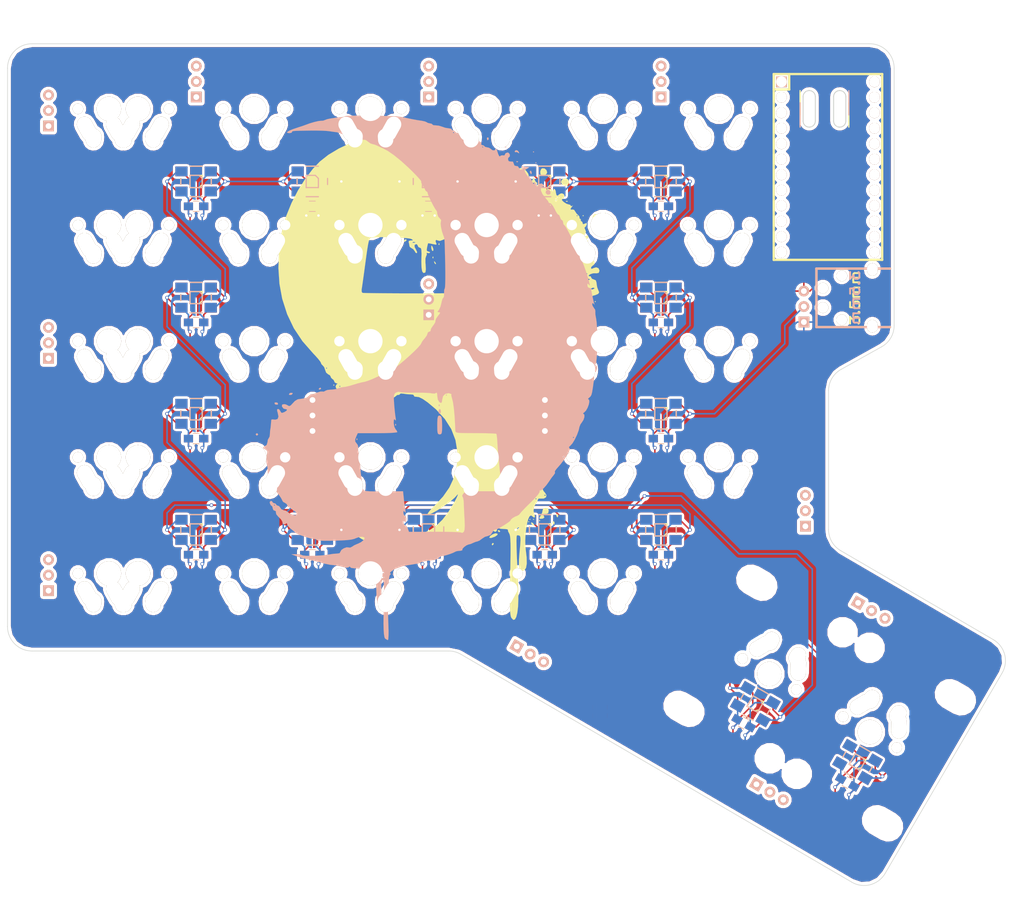
<source format=kicad_pcb>
(kicad_pcb (version 4) (host pcbnew 4.0.7)
  (layers (0 F.Cu signal) (31 B.Cu signal) (34 B.Paste user) (35 F.Paste user) (36 B.SilkS user) (37 F.SilkS user hide) (38 B.Mask user) (39 F.Mask user) (44 Edge.Cuts user))
  (net 0 "")
  (net 1 +5V)
  (net 2 GND)
  (module keebs:Mx_Alps_200-nocenter (layer F.Cu) (at 184.45 142.7 240)
    (fp_text reference "Stab cutout" hide)
    (fp_text value >VALUE hide)
    (pad "" np_thru_hole circle (at -11.938 -6.985 240) (size 4 4) (drill 4) (layers *.Cu))
    (pad "" np_thru_hole circle (at 11.938 -6.985 240) (size 4 4) (drill 4) (layers *.Cu))
    (pad "" np_thru_hole oval (at -11.938 9.255 240) (size 3.9878 6) (drill oval 3.9878 6) (layers *.Cu))
    (pad "" np_thru_hole oval (at 11.938 9.255 240) (size 3.9878 6) (drill oval 3.9878 6) (layers *.Cu))
  )
  (module keebs:MXALPS_FLIP_cutout (layer F.Cu) (at 100.0125 69.05625 180)
    (fp_text reference "" (at 0 3.048 180) (layer F.SilkS) (effects (font (thickness 0.3048))))
    (fp_text value SW_PUSH hide)
    (pad 1 thru_hole oval (at -2.48 -4.79 183.9) (size 2.5 3.08) (drill oval 2.5 3.08) (layers *.Cu *.Mask F.SilkS))
    (pad 2 thru_hole oval (at 3.595 -3.27 209) (size 2.5 4.17) (drill oval 2.5 4.17) (layers *.Cu *.Mask F.SilkS))
    (pad "" np_thru_hole circle (at 0 0 180) (size 3.98781 3.98781) (drill 3.9878) (layers *.Cu *.Mask F.SilkS) (clearance 0.1524))
    (pad "" np_thru_hole circle (at -5.08 0 180) (size 1.70181 1.70181) (drill 1.7018) (layers *.Cu *.Mask F.SilkS) (clearance 0.1524))
    (pad "" np_thru_hole circle (at 5.08 0 180) (size 1.70181 1.70181) (drill 1.7018) (layers *.Cu *.Mask F.SilkS) (clearance 0.1524))
    (pad 1 thru_hole oval (at -3.405 -3.27 150.95) (size 2.5 4.17) (drill oval 2.5 4.17) (layers *.Cu *.Mask F.SilkS))
    (pad 2 thru_hole oval (at 2.52 -4.79 176.1) (size 2.5 3.08) (drill oval 2.5 3.08) (layers *.Cu *.Mask F.SilkS))
  )
  (module keebs:MXALPS_FLIP_cutout (layer F.Cu) (at 119.0625 126.20625 180)
    (fp_text reference "" (at 0 3.048 180) (layer F.SilkS) (effects (font (thickness 0.3048))))
    (fp_text value SW_PUSH hide)
    (pad 1 thru_hole oval (at -2.48 -4.79 183.9) (size 2.5 3.08) (drill oval 2.5 3.08) (layers *.Cu *.Mask F.SilkS))
    (pad 2 thru_hole oval (at 3.595 -3.27 209) (size 2.5 4.17) (drill oval 2.5 4.17) (layers *.Cu *.Mask F.SilkS))
    (pad "" np_thru_hole circle (at 0 0 180) (size 3.98781 3.98781) (drill 3.9878) (layers *.Cu *.Mask F.SilkS) (clearance 0.1524))
    (pad "" np_thru_hole circle (at -5.08 0 180) (size 1.70181 1.70181) (drill 1.7018) (layers *.Cu *.Mask F.SilkS) (clearance 0.1524))
    (pad "" np_thru_hole circle (at 5.08 0 180) (size 1.70181 1.70181) (drill 1.7018) (layers *.Cu *.Mask F.SilkS) (clearance 0.1524))
    (pad 1 thru_hole oval (at -3.405 -3.27 150.95) (size 2.5 4.17) (drill oval 2.5 4.17) (layers *.Cu *.Mask F.SilkS))
    (pad 2 thru_hole oval (at 2.52 -4.79 176.1) (size 2.5 3.08) (drill oval 2.5 3.08) (layers *.Cu *.Mask F.SilkS))
  )
  (module keebs:MXALPS_FLIP_cutout (layer F.Cu) (at 200.95 152.225 330)
    (fp_text reference "" (at 0 3.048 330) (layer F.SilkS) (effects (font (thickness 0.3048))))
    (fp_text value SW_PUSH hide)
    (pad 1 thru_hole oval (at -2.48 -4.79 333.9) (size 2.5 3.08) (drill oval 2.5 3.08) (layers *.Cu *.Mask F.SilkS))
    (pad 2 thru_hole oval (at 3.595 -3.27 359) (size 2.5 4.17) (drill oval 2.5 4.17) (layers *.Cu *.Mask F.SilkS))
    (pad "" np_thru_hole circle (at 0 0 330) (size 3.98781 3.98781) (drill 3.9878) (layers *.Cu *.Mask F.SilkS) (clearance 0.1524))
    (pad "" np_thru_hole circle (at -5.08 0 330) (size 1.70181 1.70181) (drill 1.7018) (layers *.Cu *.Mask F.SilkS) (clearance 0.1524))
    (pad "" np_thru_hole circle (at 5.08 0 330) (size 1.70181 1.70181) (drill 1.7018) (layers *.Cu *.Mask F.SilkS) (clearance 0.1524))
    (pad 1 thru_hole oval (at -3.405 -3.27 300.95) (size 2.5 4.17) (drill oval 2.5 4.17) (layers *.Cu *.Mask F.SilkS))
    (pad 2 thru_hole oval (at 2.52 -4.79 326.1) (size 2.5 3.08) (drill oval 2.5 3.08) (layers *.Cu *.Mask F.SilkS))
  )
  (module keebs:Mx_Alps_200-nocenter (layer F.Cu) (at 200.975 152.225 60)
    (fp_text reference "Stab cutout" hide)
    (fp_text value >VALUE hide)
    (pad "" np_thru_hole circle (at -11.938 -6.985 60) (size 4 4) (drill 4) (layers *.Cu))
    (pad "" np_thru_hole circle (at 11.938 -6.985 60) (size 4 4) (drill 4) (layers *.Cu))
    (pad "" np_thru_hole oval (at -11.938 9.255 60) (size 3.9878 6) (drill oval 3.9878 6) (layers *.Cu))
    (pad "" np_thru_hole oval (at 11.938 9.255 60) (size 3.9878 6) (drill oval 3.9878 6) (layers *.Cu))
  )
  (module WS2812B:WS2812B (layer B.Cu) (at 198.915625 157.1375 240)
    (fp_text reference "" (at 0 4.7 240) (layer B.SilkS) (effects (font (thickness 0.2)) (justify mirror)))
    (fp_text value VAL** hide)
    (pad 1 smd rect (at 1.65 2.4 240) (size 1.6 2) (layers B.Cu B.Paste B.Mask))
    (pad 2 smd rect (at -1.65 2.4 240) (size 1.6 2) (layers B.Cu B.Paste B.Mask))
    (pad 3 smd rect (at -1.65 -2.4 240) (size 1.6 2) (layers B.Cu B.Paste B.Mask))
    (pad 4 smd rect (at 1.65 -2.4 240) (size 1.6 2) (layers B.Cu B.Paste B.Mask))
  )
  (module Capacitors_SMD:C_0805_HandSoldering (layer B.Cu) (at 197.25 160.5 330)
    (fp_text reference "" (at 0 1.75 330) (layer B.SilkS) (effects (justify mirror)))
    (fp_text value C_0805_HandSoldering)
    (pad 1 smd rect (at -1.25 0 330) (size 1.5 1.25) (layers B.Cu B.Paste B.Mask))
    (pad 2 smd rect (at 1.25 0 330) (size 1.5 1.25) (layers B.Cu B.Paste B.Mask))
  )
  (module Capacitors_SMD:C_0805_HandSoldering (layer F.Cu) (at 180.25 150.75 330)
    (fp_text reference "" (at 0 -1.75 330) (layer F.SilkS))
    (fp_text value C_0805_HandSoldering)
    (pad 1 smd rect (at -1.25 0 330) (size 1.5 1.25) (layers F.Cu F.Paste F.Mask))
    (pad 2 smd rect (at 1.25 0 330) (size 1.5 1.25) (layers F.Cu F.Paste F.Mask))
  )
  (module WS2812B:WS2812B (layer F.Cu) (at 182.165625 147.6375 60)
    (fp_text reference "" (at 0 -4.7 60) (layer F.SilkS) (effects (font (thickness 0.2))))
    (fp_text value VAL** hide)
    (pad 1 smd rect (at 1.65 -2.4 60) (size 1.6 2) (layers F.Cu F.Paste F.Mask))
    (pad 2 smd rect (at -1.65 -2.4 60) (size 1.6 2) (layers F.Cu F.Paste F.Mask))
    (pad 3 smd rect (at -1.65 2.4 60) (size 1.6 2) (layers F.Cu F.Paste F.Mask))
    (pad 4 smd rect (at 1.65 2.4 60) (size 1.6 2) (layers F.Cu F.Paste F.Mask))
  )
  (module Capacitors_SMD:C_0805_HandSoldering (layer B.Cu) (at 166.6875 85.034375)
    (fp_text reference "" (at 0 1.75) (layer B.SilkS) (effects (justify mirror)))
    (fp_text value C_0805_HandSoldering)
    (pad 1 smd rect (at -1.25 0) (size 1.5 1.25) (layers B.Cu B.Paste B.Mask))
    (pad 2 smd rect (at 1.25 0) (size 1.5 1.25) (layers B.Cu B.Paste B.Mask))
  )
  (module WS2812B:WS2812B (layer F.Cu) (at 166.6875 80.9625 90)
    (fp_text reference "" (at 0 -4.7 90) (layer F.SilkS) (effects (font (thickness 0.2))))
    (fp_text value "" hide)
    (pad 1 smd rect (at 1.65 -2.4 90) (size 1.6 2) (layers F.Cu F.Paste F.Mask))
    (pad 2 smd rect (at -1.65 -2.4 90) (size 1.6 2) (layers F.Cu F.Paste F.Mask))
    (pad 3 smd rect (at -1.65 2.4 90) (size 1.6 2) (layers F.Cu F.Paste F.Mask))
    (pad 4 smd rect (at 1.65 2.4 90) (size 1.6 2) (layers F.Cu F.Paste F.Mask))
  )
  (module WS2812B:WS2812B (layer B.Cu) (at 166.6875 80.9625 270)
    (fp_text reference "" (at 0 4.7 270) (layer B.SilkS) (effects (font (thickness 0.2)) (justify mirror)))
    (fp_text value "" hide)
    (pad 1 smd rect (at 1.65 2.4 270) (size 1.6 2) (layers B.Cu B.Paste B.Mask))
    (pad 2 smd rect (at -1.65 2.4 270) (size 1.6 2) (layers B.Cu B.Paste B.Mask))
    (pad 3 smd rect (at -1.65 -2.4 270) (size 1.6 2) (layers B.Cu B.Paste B.Mask))
    (pad 4 smd rect (at 1.65 -2.4 270) (size 1.6 2) (layers B.Cu B.Paste B.Mask))
  )
  (module Capacitors_SMD:C_0805_HandSoldering (layer F.Cu) (at 166.6875 85.034375)
    (fp_text reference "" (at 0 -1.75) (layer F.SilkS))
    (fp_text value C_0805_HandSoldering)
    (pad 1 smd rect (at -1.25 0) (size 1.5 1.25) (layers F.Cu F.Paste F.Mask))
    (pad 2 smd rect (at 1.25 0) (size 1.5 1.25) (layers F.Cu F.Paste F.Mask))
  )
  (module Capacitors_SMD:C_0805_HandSoldering (layer F.Cu) (at 166.6875 104.084375)
    (fp_text reference "" (at 0 -1.75) (layer F.SilkS))
    (fp_text value C_0805_HandSoldering)
    (pad 1 smd rect (at -1.25 0) (size 1.5 1.25) (layers F.Cu F.Paste F.Mask))
    (pad 2 smd rect (at 1.25 0) (size 1.5 1.25) (layers F.Cu F.Paste F.Mask))
  )
  (module WS2812B:WS2812B (layer B.Cu) (at 166.6875 100.0125 270)
    (fp_text reference "" (at 0 4.7 270) (layer B.SilkS) (effects (font (thickness 0.2)) (justify mirror)))
    (fp_text value "" hide)
    (pad 1 smd rect (at 1.65 2.4 270) (size 1.6 2) (layers B.Cu B.Paste B.Mask))
    (pad 2 smd rect (at -1.65 2.4 270) (size 1.6 2) (layers B.Cu B.Paste B.Mask))
    (pad 3 smd rect (at -1.65 -2.4 270) (size 1.6 2) (layers B.Cu B.Paste B.Mask))
    (pad 4 smd rect (at 1.65 -2.4 270) (size 1.6 2) (layers B.Cu B.Paste B.Mask))
  )
  (module WS2812B:WS2812B (layer F.Cu) (at 166.6875 100.0125 90)
    (fp_text reference "" (at 0 -4.7 90) (layer F.SilkS) (effects (font (thickness 0.2))))
    (fp_text value "" hide)
    (pad 1 smd rect (at 1.65 -2.4 90) (size 1.6 2) (layers F.Cu F.Paste F.Mask))
    (pad 2 smd rect (at -1.65 -2.4 90) (size 1.6 2) (layers F.Cu F.Paste F.Mask))
    (pad 3 smd rect (at -1.65 2.4 90) (size 1.6 2) (layers F.Cu F.Paste F.Mask))
    (pad 4 smd rect (at 1.65 2.4 90) (size 1.6 2) (layers F.Cu F.Paste F.Mask))
  )
  (module Capacitors_SMD:C_0805_HandSoldering (layer B.Cu) (at 166.6875 104.084375)
    (fp_text reference "" (at 0 1.75) (layer B.SilkS) (effects (justify mirror)))
    (fp_text value C_0805_HandSoldering)
    (pad 1 smd rect (at -1.25 0) (size 1.5 1.25) (layers B.Cu B.Paste B.Mask))
    (pad 2 smd rect (at 1.25 0) (size 1.5 1.25) (layers B.Cu B.Paste B.Mask))
  )
  (module Capacitors_SMD:C_0805_HandSoldering (layer B.Cu) (at 166.6875 123.134375)
    (fp_text reference "" (at 0 1.75) (layer B.SilkS) (effects (justify mirror)))
    (fp_text value C_0805_HandSoldering)
    (pad 1 smd rect (at -1.25 0) (size 1.5 1.25) (layers B.Cu B.Paste B.Mask))
    (pad 2 smd rect (at 1.25 0) (size 1.5 1.25) (layers B.Cu B.Paste B.Mask))
  )
  (module WS2812B:WS2812B (layer F.Cu) (at 166.6875 119.0625 90)
    (fp_text reference "" (at 0 -4.7 90) (layer F.SilkS) (effects (font (thickness 0.2))))
    (fp_text value "" hide)
    (pad 1 smd rect (at 1.65 -2.4 90) (size 1.6 2) (layers F.Cu F.Paste F.Mask))
    (pad 2 smd rect (at -1.65 -2.4 90) (size 1.6 2) (layers F.Cu F.Paste F.Mask))
    (pad 3 smd rect (at -1.65 2.4 90) (size 1.6 2) (layers F.Cu F.Paste F.Mask))
    (pad 4 smd rect (at 1.65 2.4 90) (size 1.6 2) (layers F.Cu F.Paste F.Mask))
  )
  (module WS2812B:WS2812B (layer B.Cu) (at 166.6875 119.0625 270)
    (fp_text reference "" (at 0 4.7 270) (layer B.SilkS) (effects (font (thickness 0.2)) (justify mirror)))
    (fp_text value "" hide)
    (pad 1 smd rect (at 1.65 2.4 270) (size 1.6 2) (layers B.Cu B.Paste B.Mask))
    (pad 2 smd rect (at -1.65 2.4 270) (size 1.6 2) (layers B.Cu B.Paste B.Mask))
    (pad 3 smd rect (at -1.65 -2.4 270) (size 1.6 2) (layers B.Cu B.Paste B.Mask))
    (pad 4 smd rect (at 1.65 -2.4 270) (size 1.6 2) (layers B.Cu B.Paste B.Mask))
  )
  (module Capacitors_SMD:C_0805_HandSoldering (layer F.Cu) (at 166.6875 123.134375)
    (fp_text reference "" (at 0 -1.75) (layer F.SilkS))
    (fp_text value C_0805_HandSoldering)
    (pad 1 smd rect (at -1.25 0) (size 1.5 1.25) (layers F.Cu F.Paste F.Mask))
    (pad 2 smd rect (at 1.25 0) (size 1.5 1.25) (layers F.Cu F.Paste F.Mask))
  )
  (module Capacitors_SMD:C_0805_HandSoldering (layer F.Cu) (at 147.6375 123.134375)
    (fp_text reference "" (at 0 -1.75) (layer F.SilkS))
    (fp_text value C_0805_HandSoldering)
    (pad 1 smd rect (at -1.25 0) (size 1.5 1.25) (layers F.Cu F.Paste F.Mask))
    (pad 2 smd rect (at 1.25 0) (size 1.5 1.25) (layers F.Cu F.Paste F.Mask))
  )
  (module WS2812B:WS2812B (layer B.Cu) (at 147.6375 119.0625 270)
    (fp_text reference "" (at 0 4.7 270) (layer B.SilkS) (effects (font (thickness 0.2)) (justify mirror)))
    (fp_text value "" hide)
    (pad 1 smd rect (at 1.65 2.4 270) (size 1.6 2) (layers B.Cu B.Paste B.Mask))
    (pad 2 smd rect (at -1.65 2.4 270) (size 1.6 2) (layers B.Cu B.Paste B.Mask))
    (pad 3 smd rect (at -1.65 -2.4 270) (size 1.6 2) (layers B.Cu B.Paste B.Mask))
    (pad 4 smd rect (at 1.65 -2.4 270) (size 1.6 2) (layers B.Cu B.Paste B.Mask))
  )
  (module WS2812B:WS2812B (layer F.Cu) (at 147.6375 119.0625 90)
    (fp_text reference "" (at 0 -4.7 90) (layer F.SilkS) (effects (font (thickness 0.2))))
    (fp_text value "" hide)
    (pad 1 smd rect (at 1.65 -2.4 90) (size 1.6 2) (layers F.Cu F.Paste F.Mask))
    (pad 2 smd rect (at -1.65 -2.4 90) (size 1.6 2) (layers F.Cu F.Paste F.Mask))
    (pad 3 smd rect (at -1.65 2.4 90) (size 1.6 2) (layers F.Cu F.Paste F.Mask))
    (pad 4 smd rect (at 1.65 2.4 90) (size 1.6 2) (layers F.Cu F.Paste F.Mask))
  )
  (module Capacitors_SMD:C_0805_HandSoldering (layer B.Cu) (at 147.6375 123.134375)
    (fp_text reference "" (at 0 1.75) (layer B.SilkS) (effects (justify mirror)))
    (fp_text value C_0805_HandSoldering)
    (pad 1 smd rect (at -1.25 0) (size 1.5 1.25) (layers B.Cu B.Paste B.Mask))
    (pad 2 smd rect (at 1.25 0) (size 1.5 1.25) (layers B.Cu B.Paste B.Mask))
  )
  (module Capacitors_SMD:C_0805_HandSoldering (layer B.Cu) (at 128.5875 123.134375)
    (fp_text reference "" (at 0 1.75) (layer B.SilkS) (effects (justify mirror)))
    (fp_text value C_0805_HandSoldering)
    (pad 1 smd rect (at -1.25 0) (size 1.5 1.25) (layers B.Cu B.Paste B.Mask))
    (pad 2 smd rect (at 1.25 0) (size 1.5 1.25) (layers B.Cu B.Paste B.Mask))
  )
  (module WS2812B:WS2812B (layer F.Cu) (at 128.5875 119.0625 90)
    (fp_text reference "" (at 0 -4.7 90) (layer F.SilkS) (effects (font (thickness 0.2))))
    (fp_text value "" hide)
    (pad 1 smd rect (at 1.65 -2.4 90) (size 1.6 2) (layers F.Cu F.Paste F.Mask))
    (pad 2 smd rect (at -1.65 -2.4 90) (size 1.6 2) (layers F.Cu F.Paste F.Mask))
    (pad 3 smd rect (at -1.65 2.4 90) (size 1.6 2) (layers F.Cu F.Paste F.Mask))
    (pad 4 smd rect (at 1.65 2.4 90) (size 1.6 2) (layers F.Cu F.Paste F.Mask))
  )
  (module WS2812B:WS2812B (layer B.Cu) (at 128.5875 119.0625 270)
    (fp_text reference "" (at 0 4.7 270) (layer B.SilkS) (effects (font (thickness 0.2)) (justify mirror)))
    (fp_text value "" hide)
    (pad 1 smd rect (at 1.65 2.4 270) (size 1.6 2) (layers B.Cu B.Paste B.Mask))
    (pad 2 smd rect (at -1.65 2.4 270) (size 1.6 2) (layers B.Cu B.Paste B.Mask))
    (pad 3 smd rect (at -1.65 -2.4 270) (size 1.6 2) (layers B.Cu B.Paste B.Mask))
    (pad 4 smd rect (at 1.65 -2.4 270) (size 1.6 2) (layers B.Cu B.Paste B.Mask))
  )
  (module Capacitors_SMD:C_0805_HandSoldering (layer F.Cu) (at 128.5875 123.134375)
    (fp_text reference "" (at 0 -1.75) (layer F.SilkS))
    (fp_text value C_0805_HandSoldering)
    (pad 1 smd rect (at -1.25 0) (size 1.5 1.25) (layers F.Cu F.Paste F.Mask))
    (pad 2 smd rect (at 1.25 0) (size 1.5 1.25) (layers F.Cu F.Paste F.Mask))
  )
  (module Capacitors_SMD:C_0805_HandSoldering (layer F.Cu) (at 109.5375 123.134375)
    (fp_text reference "" (at 0 -1.75) (layer F.SilkS))
    (fp_text value C_0805_HandSoldering)
    (pad 1 smd rect (at -1.25 0) (size 1.5 1.25) (layers F.Cu F.Paste F.Mask))
    (pad 2 smd rect (at 1.25 0) (size 1.5 1.25) (layers F.Cu F.Paste F.Mask))
  )
  (module WS2812B:WS2812B (layer B.Cu) (at 109.5375 119.0625 270)
    (fp_text reference "" (at 0 4.7 270) (layer B.SilkS) (effects (font (thickness 0.2)) (justify mirror)))
    (fp_text value "" hide)
    (pad 1 smd rect (at 1.65 2.4 270) (size 1.6 2) (layers B.Cu B.Paste B.Mask))
    (pad 2 smd rect (at -1.65 2.4 270) (size 1.6 2) (layers B.Cu B.Paste B.Mask))
    (pad 3 smd rect (at -1.65 -2.4 270) (size 1.6 2) (layers B.Cu B.Paste B.Mask))
    (pad 4 smd rect (at 1.65 -2.4 270) (size 1.6 2) (layers B.Cu B.Paste B.Mask))
  )
  (module WS2812B:WS2812B (layer F.Cu) (at 109.5375 119.0625 90)
    (fp_text reference "" (at 0 -4.7 90) (layer F.SilkS) (effects (font (thickness 0.2))))
    (fp_text value "" hide)
    (pad 1 smd rect (at 1.65 -2.4 90) (size 1.6 2) (layers F.Cu F.Paste F.Mask))
    (pad 2 smd rect (at -1.65 -2.4 90) (size 1.6 2) (layers F.Cu F.Paste F.Mask))
    (pad 3 smd rect (at -1.65 2.4 90) (size 1.6 2) (layers F.Cu F.Paste F.Mask))
    (pad 4 smd rect (at 1.65 2.4 90) (size 1.6 2) (layers F.Cu F.Paste F.Mask))
  )
  (module Capacitors_SMD:C_0805_HandSoldering (layer B.Cu) (at 109.5375 123.134375)
    (fp_text reference "" (at 0 1.75) (layer B.SilkS) (effects (justify mirror)))
    (fp_text value C_0805_HandSoldering)
    (pad 1 smd rect (at -1.25 0) (size 1.5 1.25) (layers B.Cu B.Paste B.Mask))
    (pad 2 smd rect (at 1.25 0) (size 1.5 1.25) (layers B.Cu B.Paste B.Mask))
  )
  (module Capacitors_SMD:C_0805_HandSoldering (layer B.Cu) (at 90.4875 123.134375)
    (fp_text reference "" (at 0 1.75) (layer B.SilkS) (effects (justify mirror)))
    (fp_text value C_0805_HandSoldering)
    (pad 1 smd rect (at -1.25 0) (size 1.5 1.25) (layers B.Cu B.Paste B.Mask))
    (pad 2 smd rect (at 1.25 0) (size 1.5 1.25) (layers B.Cu B.Paste B.Mask))
  )
  (module WS2812B:WS2812B (layer F.Cu) (at 90.4875 119.0625 90)
    (fp_text reference "" (at 0 -4.7 90) (layer F.SilkS) (effects (font (thickness 0.2))))
    (fp_text value "" hide)
    (pad 1 smd rect (at 1.65 -2.4 90) (size 1.6 2) (layers F.Cu F.Paste F.Mask))
    (pad 2 smd rect (at -1.65 -2.4 90) (size 1.6 2) (layers F.Cu F.Paste F.Mask))
    (pad 3 smd rect (at -1.65 2.4 90) (size 1.6 2) (layers F.Cu F.Paste F.Mask))
    (pad 4 smd rect (at 1.65 2.4 90) (size 1.6 2) (layers F.Cu F.Paste F.Mask))
  )
  (module WS2812B:WS2812B (layer B.Cu) (at 90.4875 119.0625 270)
    (fp_text reference "" (at 0 4.7 270) (layer B.SilkS) (effects (font (thickness 0.2)) (justify mirror)))
    (fp_text value "" hide)
    (pad 1 smd rect (at 1.65 2.4 270) (size 1.6 2) (layers B.Cu B.Paste B.Mask))
    (pad 2 smd rect (at -1.65 2.4 270) (size 1.6 2) (layers B.Cu B.Paste B.Mask))
    (pad 3 smd rect (at -1.65 -2.4 270) (size 1.6 2) (layers B.Cu B.Paste B.Mask))
    (pad 4 smd rect (at 1.65 -2.4 270) (size 1.6 2) (layers B.Cu B.Paste B.Mask))
  )
  (module Capacitors_SMD:C_0805_HandSoldering (layer F.Cu) (at 90.4875 123.134375)
    (fp_text reference "" (at 0 -1.75) (layer F.SilkS))
    (fp_text value C_0805_HandSoldering)
    (pad 1 smd rect (at -1.25 0) (size 1.5 1.25) (layers F.Cu F.Paste F.Mask))
    (pad 2 smd rect (at 1.25 0) (size 1.5 1.25) (layers F.Cu F.Paste F.Mask))
  )
  (module Capacitors_SMD:C_0805_HandSoldering (layer F.Cu) (at 90.4875 104.084375)
    (fp_text reference "" (at 0 -1.75) (layer F.SilkS))
    (fp_text value C_0805_HandSoldering)
    (pad 1 smd rect (at -1.25 0) (size 1.5 1.25) (layers F.Cu F.Paste F.Mask))
    (pad 2 smd rect (at 1.25 0) (size 1.5 1.25) (layers F.Cu F.Paste F.Mask))
  )
  (module WS2812B:WS2812B (layer B.Cu) (at 90.4875 100.0125 270)
    (fp_text reference "" (at 0 4.7 270) (layer B.SilkS) (effects (font (thickness 0.2)) (justify mirror)))
    (fp_text value "" hide)
    (pad 1 smd rect (at 1.65 2.4 270) (size 1.6 2) (layers B.Cu B.Paste B.Mask))
    (pad 2 smd rect (at -1.65 2.4 270) (size 1.6 2) (layers B.Cu B.Paste B.Mask))
    (pad 3 smd rect (at -1.65 -2.4 270) (size 1.6 2) (layers B.Cu B.Paste B.Mask))
    (pad 4 smd rect (at 1.65 -2.4 270) (size 1.6 2) (layers B.Cu B.Paste B.Mask))
  )
  (module WS2812B:WS2812B (layer F.Cu) (at 90.4875 100.0125 90)
    (fp_text reference "" (at 0 -4.7 90) (layer F.SilkS) (effects (font (thickness 0.2))))
    (fp_text value "" hide)
    (pad 1 smd rect (at 1.65 -2.4 90) (size 1.6 2) (layers F.Cu F.Paste F.Mask))
    (pad 2 smd rect (at -1.65 -2.4 90) (size 1.6 2) (layers F.Cu F.Paste F.Mask))
    (pad 3 smd rect (at -1.65 2.4 90) (size 1.6 2) (layers F.Cu F.Paste F.Mask))
    (pad 4 smd rect (at 1.65 2.4 90) (size 1.6 2) (layers F.Cu F.Paste F.Mask))
  )
  (module Capacitors_SMD:C_0805_HandSoldering (layer B.Cu) (at 90.4875 104.084375)
    (fp_text reference "" (at 0 1.75) (layer B.SilkS) (effects (justify mirror)))
    (fp_text value C_0805_HandSoldering)
    (pad 1 smd rect (at -1.25 0) (size 1.5 1.25) (layers B.Cu B.Paste B.Mask))
    (pad 2 smd rect (at 1.25 0) (size 1.5 1.25) (layers B.Cu B.Paste B.Mask))
  )
  (module Capacitors_SMD:C_0805_HandSoldering (layer B.Cu) (at 90.4875 85.034375)
    (fp_text reference "" (at 0 1.75) (layer B.SilkS) (effects (justify mirror)))
    (fp_text value C_0805_HandSoldering)
    (pad 1 smd rect (at -1.25 0) (size 1.5 1.25) (layers B.Cu B.Paste B.Mask))
    (pad 2 smd rect (at 1.25 0) (size 1.5 1.25) (layers B.Cu B.Paste B.Mask))
  )
  (module WS2812B:WS2812B (layer F.Cu) (at 90.4875 80.9625 90)
    (fp_text reference "" (at 0 -4.7 90) (layer F.SilkS) (effects (font (thickness 0.2))))
    (fp_text value "" hide)
    (pad 1 smd rect (at 1.65 -2.4 90) (size 1.6 2) (layers F.Cu F.Paste F.Mask))
    (pad 2 smd rect (at -1.65 -2.4 90) (size 1.6 2) (layers F.Cu F.Paste F.Mask))
    (pad 3 smd rect (at -1.65 2.4 90) (size 1.6 2) (layers F.Cu F.Paste F.Mask))
    (pad 4 smd rect (at 1.65 2.4 90) (size 1.6 2) (layers F.Cu F.Paste F.Mask))
  )
  (module WS2812B:WS2812B (layer B.Cu) (at 90.4875 80.9625 270)
    (fp_text reference "" (at 0 4.7 270) (layer B.SilkS) (effects (font (thickness 0.2)) (justify mirror)))
    (fp_text value "" hide)
    (pad 1 smd rect (at 1.65 2.4 270) (size 1.6 2) (layers B.Cu B.Paste B.Mask))
    (pad 2 smd rect (at -1.65 2.4 270) (size 1.6 2) (layers B.Cu B.Paste B.Mask))
    (pad 3 smd rect (at -1.65 -2.4 270) (size 1.6 2) (layers B.Cu B.Paste B.Mask))
    (pad 4 smd rect (at 1.65 -2.4 270) (size 1.6 2) (layers B.Cu B.Paste B.Mask))
  )
  (module Capacitors_SMD:C_0805_HandSoldering (layer F.Cu) (at 90.4875 85.034375)
    (fp_text reference "" (at 0 -1.75) (layer F.SilkS))
    (fp_text value C_0805_HandSoldering)
    (pad 1 smd rect (at -1.25 0) (size 1.5 1.25) (layers F.Cu F.Paste F.Mask))
    (pad 2 smd rect (at 1.25 0) (size 1.5 1.25) (layers F.Cu F.Paste F.Mask))
  )
  (module Capacitors_SMD:C_0805_HandSoldering (layer F.Cu) (at 166.6875 65.984375)
    (fp_text reference "" (at 0 -1.75) (layer F.SilkS))
    (fp_text value C_0805_HandSoldering)
    (pad 1 smd rect (at -1.25 0) (size 1.5 1.25) (layers F.Cu F.Paste F.Mask))
    (pad 2 smd rect (at 1.25 0) (size 1.5 1.25) (layers F.Cu F.Paste F.Mask))
  )
  (module WS2812B:WS2812B (layer B.Cu) (at 166.6875 61.9125 270)
    (fp_text reference "" (at 0 4.7 270) (layer B.SilkS) (effects (font (thickness 0.2)) (justify mirror)))
    (fp_text value "" hide)
    (pad 1 smd rect (at 1.65 2.4 270) (size 1.6 2) (layers B.Cu B.Paste B.Mask))
    (pad 2 smd rect (at -1.65 2.4 270) (size 1.6 2) (layers B.Cu B.Paste B.Mask))
    (pad 3 smd rect (at -1.65 -2.4 270) (size 1.6 2) (layers B.Cu B.Paste B.Mask))
    (pad 4 smd rect (at 1.65 -2.4 270) (size 1.6 2) (layers B.Cu B.Paste B.Mask))
  )
  (module WS2812B:WS2812B (layer F.Cu) (at 166.6875 61.9125 90)
    (fp_text reference "" (at 0 -4.7 90) (layer F.SilkS) (effects (font (thickness 0.2))))
    (fp_text value "" hide)
    (pad 1 smd rect (at 1.65 -2.4 90) (size 1.6 2) (layers F.Cu F.Paste F.Mask))
    (pad 2 smd rect (at -1.65 -2.4 90) (size 1.6 2) (layers F.Cu F.Paste F.Mask))
    (pad 3 smd rect (at -1.65 2.4 90) (size 1.6 2) (layers F.Cu F.Paste F.Mask))
    (pad 4 smd rect (at 1.65 2.4 90) (size 1.6 2) (layers F.Cu F.Paste F.Mask))
  )
  (module Capacitors_SMD:C_0805_HandSoldering (layer B.Cu) (at 166.6875 65.984375)
    (fp_text reference "" (at 0 1.75) (layer B.SilkS) (effects (justify mirror)))
    (fp_text value C_0805_HandSoldering)
    (pad 1 smd rect (at -1.25 0) (size 1.5 1.25) (layers B.Cu B.Paste B.Mask))
    (pad 2 smd rect (at 1.25 0) (size 1.5 1.25) (layers B.Cu B.Paste B.Mask))
  )
  (module Capacitors_SMD:C_0805_HandSoldering (layer B.Cu) (at 147.6375 65.984375)
    (fp_text reference "" (at 0 1.75) (layer B.SilkS) (effects (justify mirror)))
    (fp_text value C_0805_HandSoldering)
    (pad 1 smd rect (at -1.25 0) (size 1.5 1.25) (layers B.Cu B.Paste B.Mask))
    (pad 2 smd rect (at 1.25 0) (size 1.5 1.25) (layers B.Cu B.Paste B.Mask))
  )
  (module WS2812B:WS2812B (layer F.Cu) (at 147.6375 61.9125 90)
    (fp_text reference "" (at 0 -4.7 90) (layer F.SilkS) (effects (font (thickness 0.2))))
    (fp_text value "" hide)
    (pad 1 smd rect (at 1.65 -2.4 90) (size 1.6 2) (layers F.Cu F.Paste F.Mask))
    (pad 2 smd rect (at -1.65 -2.4 90) (size 1.6 2) (layers F.Cu F.Paste F.Mask))
    (pad 3 smd rect (at -1.65 2.4 90) (size 1.6 2) (layers F.Cu F.Paste F.Mask))
    (pad 4 smd rect (at 1.65 2.4 90) (size 1.6 2) (layers F.Cu F.Paste F.Mask))
  )
  (module WS2812B:WS2812B (layer B.Cu) (at 147.6375 61.9125 270)
    (fp_text reference "" (at 0 4.7 270) (layer B.SilkS) (effects (font (thickness 0.2)) (justify mirror)))
    (fp_text value "" hide)
    (pad 1 smd rect (at 1.65 2.4 270) (size 1.6 2) (layers B.Cu B.Paste B.Mask))
    (pad 2 smd rect (at -1.65 2.4 270) (size 1.6 2) (layers B.Cu B.Paste B.Mask))
    (pad 3 smd rect (at -1.65 -2.4 270) (size 1.6 2) (layers B.Cu B.Paste B.Mask))
    (pad 4 smd rect (at 1.65 -2.4 270) (size 1.6 2) (layers B.Cu B.Paste B.Mask))
  )
  (module Capacitors_SMD:C_0805_HandSoldering (layer F.Cu) (at 147.6375 65.984375)
    (fp_text reference "" (at 0 -1.75) (layer F.SilkS))
    (fp_text value C_0805_HandSoldering)
    (pad 1 smd rect (at -1.25 0) (size 1.5 1.25) (layers F.Cu F.Paste F.Mask))
    (pad 2 smd rect (at 1.25 0) (size 1.5 1.25) (layers F.Cu F.Paste F.Mask))
  )
  (module Capacitors_SMD:C_0805_HandSoldering (layer F.Cu) (at 128.5875 65.984375)
    (fp_text reference "" (at 0 -1.75) (layer F.SilkS))
    (fp_text value C_0805_HandSoldering)
    (pad 1 smd rect (at -1.25 0) (size 1.5 1.25) (layers F.Cu F.Paste F.Mask))
    (pad 2 smd rect (at 1.25 0) (size 1.5 1.25) (layers F.Cu F.Paste F.Mask))
  )
  (module WS2812B:WS2812B (layer B.Cu) (at 128.5875 61.9125 270)
    (fp_text reference "" (at 0 4.7 270) (layer B.SilkS) (effects (font (thickness 0.2)) (justify mirror)))
    (fp_text value "" hide)
    (pad 1 smd rect (at 1.65 2.4 270) (size 1.6 2) (layers B.Cu B.Paste B.Mask))
    (pad 2 smd rect (at -1.65 2.4 270) (size 1.6 2) (layers B.Cu B.Paste B.Mask))
    (pad 3 smd rect (at -1.65 -2.4 270) (size 1.6 2) (layers B.Cu B.Paste B.Mask))
    (pad 4 smd rect (at 1.65 -2.4 270) (size 1.6 2) (layers B.Cu B.Paste B.Mask))
  )
  (module WS2812B:WS2812B (layer F.Cu) (at 128.5875 61.9125 90)
    (fp_text reference "" (at 0 -4.7 90) (layer F.SilkS) (effects (font (thickness 0.2))))
    (fp_text value "" hide)
    (pad 1 smd rect (at 1.65 -2.4 90) (size 1.6 2) (layers F.Cu F.Paste F.Mask))
    (pad 2 smd rect (at -1.65 -2.4 90) (size 1.6 2) (layers F.Cu F.Paste F.Mask))
    (pad 3 smd rect (at -1.65 2.4 90) (size 1.6 2) (layers F.Cu F.Paste F.Mask))
    (pad 4 smd rect (at 1.65 2.4 90) (size 1.6 2) (layers F.Cu F.Paste F.Mask))
  )
  (module Capacitors_SMD:C_0805_HandSoldering (layer B.Cu) (at 128.5875 65.984375)
    (fp_text reference "" (at 0 1.75) (layer B.SilkS) (effects (justify mirror)))
    (fp_text value C_0805_HandSoldering)
    (pad 1 smd rect (at -1.25 0) (size 1.5 1.25) (layers B.Cu B.Paste B.Mask))
    (pad 2 smd rect (at 1.25 0) (size 1.5 1.25) (layers B.Cu B.Paste B.Mask))
  )
  (module Capacitors_SMD:C_0805_HandSoldering (layer B.Cu) (at 109.5375 65.984375)
    (fp_text reference "" (at 0 1.75) (layer B.SilkS) (effects (justify mirror)))
    (fp_text value C_0805_HandSoldering)
    (pad 1 smd rect (at -1.25 0) (size 1.5 1.25) (layers B.Cu B.Paste B.Mask))
    (pad 2 smd rect (at 1.25 0) (size 1.5 1.25) (layers B.Cu B.Paste B.Mask))
  )
  (module WS2812B:WS2812B (layer F.Cu) (at 109.5375 61.9125 90)
    (fp_text reference "" (at 0 -4.7 90) (layer F.SilkS) (effects (font (thickness 0.2))))
    (fp_text value "" hide)
    (pad 1 smd rect (at 1.65 -2.4 90) (size 1.6 2) (layers F.Cu F.Paste F.Mask))
    (pad 2 smd rect (at -1.65 -2.4 90) (size 1.6 2) (layers F.Cu F.Paste F.Mask))
    (pad 3 smd rect (at -1.65 2.4 90) (size 1.6 2) (layers F.Cu F.Paste F.Mask))
    (pad 4 smd rect (at 1.65 2.4 90) (size 1.6 2) (layers F.Cu F.Paste F.Mask))
  )
  (module WS2812B:WS2812B (layer B.Cu) (at 109.5375 61.9125 270)
    (fp_text reference "" (at 0 4.7 270) (layer B.SilkS) (effects (font (thickness 0.2)) (justify mirror)))
    (fp_text value "" hide)
    (pad 1 smd rect (at 1.65 2.4 270) (size 1.6 2) (layers B.Cu B.Paste B.Mask))
    (pad 2 smd rect (at -1.65 2.4 270) (size 1.6 2) (layers B.Cu B.Paste B.Mask))
    (pad 3 smd rect (at -1.65 -2.4 270) (size 1.6 2) (layers B.Cu B.Paste B.Mask))
    (pad 4 smd rect (at 1.65 -2.4 270) (size 1.6 2) (layers B.Cu B.Paste B.Mask))
  )
  (module Capacitors_SMD:C_0805_HandSoldering (layer F.Cu) (at 109.5375 65.984375)
    (fp_text reference "" (at 0 -1.75) (layer F.SilkS))
    (fp_text value C_0805_HandSoldering)
    (pad 1 smd rect (at -1.25 0) (size 1.5 1.25) (layers F.Cu F.Paste F.Mask))
    (pad 2 smd rect (at 1.25 0) (size 1.5 1.25) (layers F.Cu F.Paste F.Mask))
  )
  (module Capacitors_SMD:C_0805_HandSoldering (layer F.Cu) (at 90.4875 65.984375)
    (fp_text reference "" (at 0 -1.75) (layer F.SilkS))
    (fp_text value C_0805_HandSoldering)
    (pad 1 smd rect (at -1.25 0) (size 1.5 1.25) (layers F.Cu F.Paste F.Mask))
    (pad 2 smd rect (at 1.25 0) (size 1.5 1.25) (layers F.Cu F.Paste F.Mask))
  )
  (module WS2812B:WS2812B (layer B.Cu) (at 90.4875 61.9125 270)
    (fp_text reference "" (at 0 4.7 270) (layer B.SilkS) (effects (font (thickness 0.2)) (justify mirror)))
    (fp_text value "" hide)
    (pad 1 smd rect (at 1.65 2.4 270) (size 1.6 2) (layers B.Cu B.Paste B.Mask))
    (pad 2 smd rect (at -1.65 2.4 270) (size 1.6 2) (layers B.Cu B.Paste B.Mask))
    (pad 3 smd rect (at -1.65 -2.4 270) (size 1.6 2) (layers B.Cu B.Paste B.Mask))
    (pad 4 smd rect (at 1.65 -2.4 270) (size 1.6 2) (layers B.Cu B.Paste B.Mask))
  )
  (module WS2812B:WS2812B (layer F.Cu) (at 90.4875 61.9125 90)
    (fp_text reference "" (at 0 -4.7 90) (layer F.SilkS) (effects (font (thickness 0.2))))
    (fp_text value "" hide)
    (pad 1 smd rect (at 1.65 -2.4 90) (size 1.6 2) (layers F.Cu F.Paste F.Mask))
    (pad 2 smd rect (at -1.65 -2.4 90) (size 1.6 2) (layers F.Cu F.Paste F.Mask))
    (pad 3 smd rect (at -1.65 2.4 90) (size 1.6 2) (layers F.Cu F.Paste F.Mask))
    (pad 4 smd rect (at 1.65 2.4 90) (size 1.6 2) (layers F.Cu F.Paste F.Mask))
  )
  (module Capacitors_SMD:C_0805_HandSoldering (layer F.Cu) (at 197.25 160.5 330)
    (fp_text reference "" (at 0 -1.75 330) (layer F.SilkS))
    (fp_text value C_0805_HandSoldering)
    (pad 1 smd rect (at -1.25 0 330) (size 1.5 1.25) (layers F.Cu F.Paste F.Mask))
    (pad 2 smd rect (at 1.25 0 330) (size 1.5 1.25) (layers F.Cu F.Paste F.Mask))
  )
  (module WS2812B:WS2812B (layer F.Cu) (at 198.915625 157.1375 60)
    (fp_text reference "" (at 0 -4.7 60) (layer F.SilkS) (effects (font (thickness 0.2))))
    (fp_text value VAL** hide)
    (pad 1 smd rect (at 1.65 -2.4 60) (size 1.6 2) (layers F.Cu F.Paste F.Mask))
    (pad 2 smd rect (at -1.65 -2.4 60) (size 1.6 2) (layers F.Cu F.Paste F.Mask))
    (pad 3 smd rect (at -1.65 2.4 60) (size 1.6 2) (layers F.Cu F.Paste F.Mask))
    (pad 4 smd rect (at 1.65 2.4 60) (size 1.6 2) (layers F.Cu F.Paste F.Mask))
  )
  (module Capacitors_SMD:C_0805_HandSoldering (layer B.Cu) (at 180.25 150.75 330)
    (fp_text reference "" (at 0 1.75 330) (layer B.SilkS) (effects (justify mirror)))
    (fp_text value C_0805_HandSoldering)
    (pad 1 smd rect (at -1.25 0 330) (size 1.5 1.25) (layers B.Cu B.Paste B.Mask))
    (pad 2 smd rect (at 1.25 0 330) (size 1.5 1.25) (layers B.Cu B.Paste B.Mask))
  )
  (module WS2812B:WS2812B (layer B.Cu) (at 182.165625 147.6375 240)
    (fp_text reference "" (at 0 4.7 240) (layer B.SilkS) (effects (font (thickness 0.2)) (justify mirror)))
    (fp_text value VAL** hide)
    (pad 1 smd rect (at 1.65 2.4 240) (size 1.6 2) (layers B.Cu B.Paste B.Mask))
    (pad 2 smd rect (at -1.65 2.4 240) (size 1.6 2) (layers B.Cu B.Paste B.Mask))
    (pad 3 smd rect (at -1.65 -2.4 240) (size 1.6 2) (layers B.Cu B.Paste B.Mask))
    (pad 4 smd rect (at 1.65 -2.4 240) (size 1.6 2) (layers B.Cu B.Paste B.Mask))
  )
  (module keebs:MXALPS_FLIP_cutout (layer F.Cu) (at 184.475 142.7 330)
    (fp_text reference "" (at 0 3.048 330) (layer F.SilkS) (effects (font (thickness 0.3048))))
    (fp_text value SW_PUSH hide)
    (pad 1 thru_hole oval (at -2.48 -4.79 333.9) (size 2.5 3.08) (drill oval 2.5 3.08) (layers *.Cu *.Mask F.SilkS))
    (pad 2 thru_hole oval (at 3.595 -3.27 359) (size 2.5 4.17) (drill oval 2.5 4.17) (layers *.Cu *.Mask F.SilkS))
    (pad "" np_thru_hole circle (at 0 0 330) (size 3.98781 3.98781) (drill 3.9878) (layers *.Cu *.Mask F.SilkS) (clearance 0.1524))
    (pad "" np_thru_hole circle (at -5.08 0 330) (size 1.70181 1.70181) (drill 1.7018) (layers *.Cu *.Mask F.SilkS) (clearance 0.1524))
    (pad "" np_thru_hole circle (at 5.08 0 330) (size 1.70181 1.70181) (drill 1.7018) (layers *.Cu *.Mask F.SilkS) (clearance 0.1524))
    (pad 1 thru_hole oval (at -3.405 -3.27 300.95) (size 2.5 4.17) (drill oval 2.5 4.17) (layers *.Cu *.Mask F.SilkS))
    (pad 2 thru_hole oval (at 2.52 -4.79 326.1) (size 2.5 3.08) (drill oval 2.5 3.08) (layers *.Cu *.Mask F.SilkS))
  )
  (module keebs:MXALPS_FLIP_cutout (layer F.Cu) (at 76.2 126.20625 180)
    (fp_text reference "" (at 0 3.048 180) (layer F.SilkS) (effects (font (thickness 0.3048))))
    (fp_text value SW_PUSH hide)
    (pad 1 thru_hole oval (at -2.48 -4.79 183.9) (size 2.5 3.08) (drill oval 2.5 3.08) (layers *.Cu *.Mask F.SilkS))
    (pad 2 thru_hole oval (at 3.595 -3.27 209) (size 2.5 4.17) (drill oval 2.5 4.17) (layers *.Cu *.Mask F.SilkS))
    (pad "" np_thru_hole circle (at 0 0 180) (size 3.98781 3.98781) (drill 3.9878) (layers *.Cu *.Mask F.SilkS) (clearance 0.1524))
    (pad "" np_thru_hole circle (at -5.08 0 180) (size 1.70181 1.70181) (drill 1.7018) (layers *.Cu *.Mask F.SilkS) (clearance 0.1524))
    (pad "" np_thru_hole circle (at 5.08 0 180) (size 1.70181 1.70181) (drill 1.7018) (layers *.Cu *.Mask F.SilkS) (clearance 0.1524))
    (pad 1 thru_hole oval (at -3.405 -3.27 150.95) (size 2.5 4.17) (drill oval 2.5 4.17) (layers *.Cu *.Mask F.SilkS))
    (pad 2 thru_hole oval (at 2.52 -4.79 176.1) (size 2.5 3.08) (drill oval 2.5 3.08) (layers *.Cu *.Mask F.SilkS))
  )
  (module keebs:MXALPS_FLIP_cutout (layer F.Cu) (at 76.2 107.15625 180)
    (fp_text reference "" (at 0 3.048 180) (layer F.SilkS) (effects (font (thickness 0.3048))))
    (fp_text value SW_PUSH hide)
    (pad 1 thru_hole oval (at -2.48 -4.79 183.9) (size 2.5 3.08) (drill oval 2.5 3.08) (layers *.Cu *.Mask F.SilkS))
    (pad 2 thru_hole oval (at 3.595 -3.27 209) (size 2.5 4.17) (drill oval 2.5 4.17) (layers *.Cu *.Mask F.SilkS))
    (pad "" np_thru_hole circle (at 0 0 180) (size 3.98781 3.98781) (drill 3.9878) (layers *.Cu *.Mask F.SilkS) (clearance 0.1524))
    (pad "" np_thru_hole circle (at -5.08 0 180) (size 1.70181 1.70181) (drill 1.7018) (layers *.Cu *.Mask F.SilkS) (clearance 0.1524))
    (pad "" np_thru_hole circle (at 5.08 0 180) (size 1.70181 1.70181) (drill 1.7018) (layers *.Cu *.Mask F.SilkS) (clearance 0.1524))
    (pad 1 thru_hole oval (at -3.405 -3.27 150.95) (size 2.5 4.17) (drill oval 2.5 4.17) (layers *.Cu *.Mask F.SilkS))
    (pad 2 thru_hole oval (at 2.52 -4.79 176.1) (size 2.5 3.08) (drill oval 2.5 3.08) (layers *.Cu *.Mask F.SilkS))
  )
  (module keebs:MXALPS_FLIP_cutout (layer F.Cu) (at 76.2 88.10625 180)
    (fp_text reference "" (at 0 3.048 180) (layer F.SilkS) (effects (font (thickness 0.3048))))
    (fp_text value SW_PUSH hide)
    (pad 1 thru_hole oval (at -2.48 -4.79 183.9) (size 2.5 3.08) (drill oval 2.5 3.08) (layers *.Cu *.Mask F.SilkS))
    (pad 2 thru_hole oval (at 3.595 -3.27 209) (size 2.5 4.17) (drill oval 2.5 4.17) (layers *.Cu *.Mask F.SilkS))
    (pad "" np_thru_hole circle (at 0 0 180) (size 3.98781 3.98781) (drill 3.9878) (layers *.Cu *.Mask F.SilkS) (clearance 0.1524))
    (pad "" np_thru_hole circle (at -5.08 0 180) (size 1.70181 1.70181) (drill 1.7018) (layers *.Cu *.Mask F.SilkS) (clearance 0.1524))
    (pad "" np_thru_hole circle (at 5.08 0 180) (size 1.70181 1.70181) (drill 1.7018) (layers *.Cu *.Mask F.SilkS) (clearance 0.1524))
    (pad 1 thru_hole oval (at -3.405 -3.27 150.95) (size 2.5 4.17) (drill oval 2.5 4.17) (layers *.Cu *.Mask F.SilkS))
    (pad 2 thru_hole oval (at 2.52 -4.79 176.1) (size 2.5 3.08) (drill oval 2.5 3.08) (layers *.Cu *.Mask F.SilkS))
  )
  (module keebs:MXALPS_FLIP_cutout (layer F.Cu) (at 76.2 69.05625 180)
    (fp_text reference "" (at 0 3.048 180) (layer F.SilkS) (effects (font (thickness 0.3048))))
    (fp_text value SW_PUSH hide)
    (pad 1 thru_hole oval (at -2.48 -4.79 183.9) (size 2.5 3.08) (drill oval 2.5 3.08) (layers *.Cu *.Mask F.SilkS))
    (pad 2 thru_hole oval (at 3.595 -3.27 209) (size 2.5 4.17) (drill oval 2.5 4.17) (layers *.Cu *.Mask F.SilkS))
    (pad "" np_thru_hole circle (at 0 0 180) (size 3.98781 3.98781) (drill 3.9878) (layers *.Cu *.Mask F.SilkS) (clearance 0.1524))
    (pad "" np_thru_hole circle (at -5.08 0 180) (size 1.70181 1.70181) (drill 1.7018) (layers *.Cu *.Mask F.SilkS) (clearance 0.1524))
    (pad "" np_thru_hole circle (at 5.08 0 180) (size 1.70181 1.70181) (drill 1.7018) (layers *.Cu *.Mask F.SilkS) (clearance 0.1524))
    (pad 1 thru_hole oval (at -3.405 -3.27 150.95) (size 2.5 4.17) (drill oval 2.5 4.17) (layers *.Cu *.Mask F.SilkS))
    (pad 2 thru_hole oval (at 2.52 -4.79 176.1) (size 2.5 3.08) (drill oval 2.5 3.08) (layers *.Cu *.Mask F.SilkS))
  )
  (module keebs:MXALPS_FLIP_cutout (layer F.Cu) (at 157.1625 126.20625 180)
    (fp_text reference "" (at 0 3.048 180) (layer F.SilkS) (effects (font (thickness 0.3048))))
    (fp_text value SW_PUSH hide)
    (pad 1 thru_hole oval (at -2.48 -4.79 183.9) (size 2.5 3.08) (drill oval 2.5 3.08) (layers *.Cu *.Mask F.SilkS))
    (pad 2 thru_hole oval (at 3.595 -3.27 209) (size 2.5 4.17) (drill oval 2.5 4.17) (layers *.Cu *.Mask F.SilkS))
    (pad "" np_thru_hole circle (at 0 0 180) (size 3.98781 3.98781) (drill 3.9878) (layers *.Cu *.Mask F.SilkS) (clearance 0.1524))
    (pad "" np_thru_hole circle (at -5.08 0 180) (size 1.70181 1.70181) (drill 1.7018) (layers *.Cu *.Mask F.SilkS) (clearance 0.1524))
    (pad "" np_thru_hole circle (at 5.08 0 180) (size 1.70181 1.70181) (drill 1.7018) (layers *.Cu *.Mask F.SilkS) (clearance 0.1524))
    (pad 1 thru_hole oval (at -3.405 -3.27 150.95) (size 2.5 4.17) (drill oval 2.5 4.17) (layers *.Cu *.Mask F.SilkS))
    (pad 2 thru_hole oval (at 2.52 -4.79 176.1) (size 2.5 3.08) (drill oval 2.5 3.08) (layers *.Cu *.Mask F.SilkS))
  )
  (module keebs:MXALPS_FLIP_cutout (layer F.Cu) (at 138.1125 126.20625 180)
    (fp_text reference "" (at 0 3.048 180) (layer F.SilkS) (effects (font (thickness 0.3048))))
    (fp_text value SW_PUSH hide)
    (pad 1 thru_hole oval (at -2.48 -4.79 183.9) (size 2.5 3.08) (drill oval 2.5 3.08) (layers *.Cu *.Mask F.SilkS))
    (pad 2 thru_hole oval (at 3.595 -3.27 209) (size 2.5 4.17) (drill oval 2.5 4.17) (layers *.Cu *.Mask F.SilkS))
    (pad "" np_thru_hole circle (at 0 0 180) (size 3.98781 3.98781) (drill 3.9878) (layers *.Cu *.Mask F.SilkS) (clearance 0.1524))
    (pad "" np_thru_hole circle (at -5.08 0 180) (size 1.70181 1.70181) (drill 1.7018) (layers *.Cu *.Mask F.SilkS) (clearance 0.1524))
    (pad "" np_thru_hole circle (at 5.08 0 180) (size 1.70181 1.70181) (drill 1.7018) (layers *.Cu *.Mask F.SilkS) (clearance 0.1524))
    (pad 1 thru_hole oval (at -3.405 -3.27 150.95) (size 2.5 4.17) (drill oval 2.5 4.17) (layers *.Cu *.Mask F.SilkS))
    (pad 2 thru_hole oval (at 2.52 -4.79 176.1) (size 2.5 3.08) (drill oval 2.5 3.08) (layers *.Cu *.Mask F.SilkS))
  )
  (module keebs:MXALPS_FLIP_cutout (layer F.Cu) (at 100.0125 126.20625 180)
    (fp_text reference "" (at 0 3.048 180) (layer F.SilkS) (effects (font (thickness 0.3048))))
    (fp_text value SW_PUSH hide)
    (pad 1 thru_hole oval (at -2.48 -4.79 183.9) (size 2.5 3.08) (drill oval 2.5 3.08) (layers *.Cu *.Mask F.SilkS))
    (pad 2 thru_hole oval (at 3.595 -3.27 209) (size 2.5 4.17) (drill oval 2.5 4.17) (layers *.Cu *.Mask F.SilkS))
    (pad "" np_thru_hole circle (at 0 0 180) (size 3.98781 3.98781) (drill 3.9878) (layers *.Cu *.Mask F.SilkS) (clearance 0.1524))
    (pad "" np_thru_hole circle (at -5.08 0 180) (size 1.70181 1.70181) (drill 1.7018) (layers *.Cu *.Mask F.SilkS) (clearance 0.1524))
    (pad "" np_thru_hole circle (at 5.08 0 180) (size 1.70181 1.70181) (drill 1.7018) (layers *.Cu *.Mask F.SilkS) (clearance 0.1524))
    (pad 1 thru_hole oval (at -3.405 -3.27 150.95) (size 2.5 4.17) (drill oval 2.5 4.17) (layers *.Cu *.Mask F.SilkS))
    (pad 2 thru_hole oval (at 2.52 -4.79 176.1) (size 2.5 3.08) (drill oval 2.5 3.08) (layers *.Cu *.Mask F.SilkS))
  )
  (module keebs:MXALPS_FLIP_cutout (layer F.Cu) (at 80.9625 126.20625 180)
    (fp_text reference "" (at 0 3.048 180) (layer F.SilkS) (effects (font (thickness 0.3048))))
    (fp_text value SW_PUSH hide)
    (pad 1 thru_hole oval (at -2.48 -4.79 183.9) (size 2.5 3.08) (drill oval 2.5 3.08) (layers *.Cu *.Mask F.SilkS))
    (pad 2 thru_hole oval (at 3.595 -3.27 209) (size 2.5 4.17) (drill oval 2.5 4.17) (layers *.Cu *.Mask F.SilkS))
    (pad "" np_thru_hole circle (at 0 0 180) (size 3.98781 3.98781) (drill 3.9878) (layers *.Cu *.Mask F.SilkS) (clearance 0.1524))
    (pad "" np_thru_hole circle (at -5.08 0 180) (size 1.70181 1.70181) (drill 1.7018) (layers *.Cu *.Mask F.SilkS) (clearance 0.1524))
    (pad "" np_thru_hole circle (at 5.08 0 180) (size 1.70181 1.70181) (drill 1.7018) (layers *.Cu *.Mask F.SilkS) (clearance 0.1524))
    (pad 1 thru_hole oval (at -3.405 -3.27 150.95) (size 2.5 4.17) (drill oval 2.5 4.17) (layers *.Cu *.Mask F.SilkS))
    (pad 2 thru_hole oval (at 2.52 -4.79 176.1) (size 2.5 3.08) (drill oval 2.5 3.08) (layers *.Cu *.Mask F.SilkS))
  )
  (module keebs:MXALPS_FLIP_cutout (layer F.Cu) (at 176.2125 107.15625 180)
    (fp_text reference "" (at 0 3.048 180) (layer F.SilkS) (effects (font (thickness 0.3048))))
    (fp_text value SW_PUSH hide)
    (pad 1 thru_hole oval (at -2.48 -4.79 183.9) (size 2.5 3.08) (drill oval 2.5 3.08) (layers *.Cu *.Mask F.SilkS))
    (pad 2 thru_hole oval (at 3.595 -3.27 209) (size 2.5 4.17) (drill oval 2.5 4.17) (layers *.Cu *.Mask F.SilkS))
    (pad "" np_thru_hole circle (at 0 0 180) (size 3.98781 3.98781) (drill 3.9878) (layers *.Cu *.Mask F.SilkS) (clearance 0.1524))
    (pad "" np_thru_hole circle (at -5.08 0 180) (size 1.70181 1.70181) (drill 1.7018) (layers *.Cu *.Mask F.SilkS) (clearance 0.1524))
    (pad "" np_thru_hole circle (at 5.08 0 180) (size 1.70181 1.70181) (drill 1.7018) (layers *.Cu *.Mask F.SilkS) (clearance 0.1524))
    (pad 1 thru_hole oval (at -3.405 -3.27 150.95) (size 2.5 4.17) (drill oval 2.5 4.17) (layers *.Cu *.Mask F.SilkS))
    (pad 2 thru_hole oval (at 2.52 -4.79 176.1) (size 2.5 3.08) (drill oval 2.5 3.08) (layers *.Cu *.Mask F.SilkS))
  )
  (module keebs:MXALPS_FLIP_cutout (layer F.Cu) (at 157.1625 107.15625 180)
    (fp_text reference "" (at 0 3.048 180) (layer F.SilkS) (effects (font (thickness 0.3048))))
    (fp_text value SW_PUSH hide)
    (pad 1 thru_hole oval (at -2.48 -4.79 183.9) (size 2.5 3.08) (drill oval 2.5 3.08) (layers *.Cu *.Mask F.SilkS))
    (pad 2 thru_hole oval (at 3.595 -3.27 209) (size 2.5 4.17) (drill oval 2.5 4.17) (layers *.Cu *.Mask F.SilkS))
    (pad "" np_thru_hole circle (at 0 0 180) (size 3.98781 3.98781) (drill 3.9878) (layers *.Cu *.Mask F.SilkS) (clearance 0.1524))
    (pad "" np_thru_hole circle (at -5.08 0 180) (size 1.70181 1.70181) (drill 1.7018) (layers *.Cu *.Mask F.SilkS) (clearance 0.1524))
    (pad "" np_thru_hole circle (at 5.08 0 180) (size 1.70181 1.70181) (drill 1.7018) (layers *.Cu *.Mask F.SilkS) (clearance 0.1524))
    (pad 1 thru_hole oval (at -3.405 -3.27 150.95) (size 2.5 4.17) (drill oval 2.5 4.17) (layers *.Cu *.Mask F.SilkS))
    (pad 2 thru_hole oval (at 2.52 -4.79 176.1) (size 2.5 3.08) (drill oval 2.5 3.08) (layers *.Cu *.Mask F.SilkS))
  )
  (module keebs:MXALPS_FLIP_cutout (layer F.Cu) (at 138.1125 107.15625 180)
    (fp_text reference "" (at 0 3.048 180) (layer F.SilkS) (effects (font (thickness 0.3048))))
    (fp_text value SW_PUSH hide)
    (pad 1 thru_hole oval (at -2.48 -4.79 183.9) (size 2.5 3.08) (drill oval 2.5 3.08) (layers *.Cu *.Mask F.SilkS))
    (pad 2 thru_hole oval (at 3.595 -3.27 209) (size 2.5 4.17) (drill oval 2.5 4.17) (layers *.Cu *.Mask F.SilkS))
    (pad "" np_thru_hole circle (at 0 0 180) (size 3.98781 3.98781) (drill 3.9878) (layers *.Cu *.Mask F.SilkS) (clearance 0.1524))
    (pad "" np_thru_hole circle (at -5.08 0 180) (size 1.70181 1.70181) (drill 1.7018) (layers *.Cu *.Mask F.SilkS) (clearance 0.1524))
    (pad "" np_thru_hole circle (at 5.08 0 180) (size 1.70181 1.70181) (drill 1.7018) (layers *.Cu *.Mask F.SilkS) (clearance 0.1524))
    (pad 1 thru_hole oval (at -3.405 -3.27 150.95) (size 2.5 4.17) (drill oval 2.5 4.17) (layers *.Cu *.Mask F.SilkS))
    (pad 2 thru_hole oval (at 2.52 -4.79 176.1) (size 2.5 3.08) (drill oval 2.5 3.08) (layers *.Cu *.Mask F.SilkS))
  )
  (module keebs:MXALPS_FLIP_cutout (layer F.Cu) (at 119.0625 107.15625 180)
    (fp_text reference "" (at 0 3.048 180) (layer F.SilkS) (effects (font (thickness 0.3048))))
    (fp_text value SW_PUSH hide)
    (pad 1 thru_hole oval (at -2.48 -4.79 183.9) (size 2.5 3.08) (drill oval 2.5 3.08) (layers *.Cu *.Mask F.SilkS))
    (pad 2 thru_hole oval (at 3.595 -3.27 209) (size 2.5 4.17) (drill oval 2.5 4.17) (layers *.Cu *.Mask F.SilkS))
    (pad "" np_thru_hole circle (at 0 0 180) (size 3.98781 3.98781) (drill 3.9878) (layers *.Cu *.Mask F.SilkS) (clearance 0.1524))
    (pad "" np_thru_hole circle (at -5.08 0 180) (size 1.70181 1.70181) (drill 1.7018) (layers *.Cu *.Mask F.SilkS) (clearance 0.1524))
    (pad "" np_thru_hole circle (at 5.08 0 180) (size 1.70181 1.70181) (drill 1.7018) (layers *.Cu *.Mask F.SilkS) (clearance 0.1524))
    (pad 1 thru_hole oval (at -3.405 -3.27 150.95) (size 2.5 4.17) (drill oval 2.5 4.17) (layers *.Cu *.Mask F.SilkS))
    (pad 2 thru_hole oval (at 2.52 -4.79 176.1) (size 2.5 3.08) (drill oval 2.5 3.08) (layers *.Cu *.Mask F.SilkS))
  )
  (module keebs:MXALPS_FLIP_cutout (layer F.Cu) (at 100.0125 107.15625 180)
    (fp_text reference "" (at 0 3.048 180) (layer F.SilkS) (effects (font (thickness 0.3048))))
    (fp_text value SW_PUSH hide)
    (pad 1 thru_hole oval (at -2.48 -4.79 183.9) (size 2.5 3.08) (drill oval 2.5 3.08) (layers *.Cu *.Mask F.SilkS))
    (pad 2 thru_hole oval (at 3.595 -3.27 209) (size 2.5 4.17) (drill oval 2.5 4.17) (layers *.Cu *.Mask F.SilkS))
    (pad "" np_thru_hole circle (at 0 0 180) (size 3.98781 3.98781) (drill 3.9878) (layers *.Cu *.Mask F.SilkS) (clearance 0.1524))
    (pad "" np_thru_hole circle (at -5.08 0 180) (size 1.70181 1.70181) (drill 1.7018) (layers *.Cu *.Mask F.SilkS) (clearance 0.1524))
    (pad "" np_thru_hole circle (at 5.08 0 180) (size 1.70181 1.70181) (drill 1.7018) (layers *.Cu *.Mask F.SilkS) (clearance 0.1524))
    (pad 1 thru_hole oval (at -3.405 -3.27 150.95) (size 2.5 4.17) (drill oval 2.5 4.17) (layers *.Cu *.Mask F.SilkS))
    (pad 2 thru_hole oval (at 2.52 -4.79 176.1) (size 2.5 3.08) (drill oval 2.5 3.08) (layers *.Cu *.Mask F.SilkS))
  )
  (module keebs:MXALPS_FLIP_cutout (layer F.Cu) (at 80.9625 107.15625 180)
    (fp_text reference "" (at 0 3.048 180) (layer F.SilkS) (effects (font (thickness 0.3048))))
    (fp_text value SW_PUSH hide)
    (pad 1 thru_hole oval (at -2.48 -4.79 183.9) (size 2.5 3.08) (drill oval 2.5 3.08) (layers *.Cu *.Mask F.SilkS))
    (pad 2 thru_hole oval (at 3.595 -3.27 209) (size 2.5 4.17) (drill oval 2.5 4.17) (layers *.Cu *.Mask F.SilkS))
    (pad "" np_thru_hole circle (at 0 0 180) (size 3.98781 3.98781) (drill 3.9878) (layers *.Cu *.Mask F.SilkS) (clearance 0.1524))
    (pad "" np_thru_hole circle (at -5.08 0 180) (size 1.70181 1.70181) (drill 1.7018) (layers *.Cu *.Mask F.SilkS) (clearance 0.1524))
    (pad "" np_thru_hole circle (at 5.08 0 180) (size 1.70181 1.70181) (drill 1.7018) (layers *.Cu *.Mask F.SilkS) (clearance 0.1524))
    (pad 1 thru_hole oval (at -3.405 -3.27 150.95) (size 2.5 4.17) (drill oval 2.5 4.17) (layers *.Cu *.Mask F.SilkS))
    (pad 2 thru_hole oval (at 2.52 -4.79 176.1) (size 2.5 3.08) (drill oval 2.5 3.08) (layers *.Cu *.Mask F.SilkS))
  )
  (module keebs:MXALPS_FLIP_cutout (layer F.Cu) (at 176.2125 88.10625 180)
    (fp_text reference "" (at 0 3.048 180) (layer F.SilkS) (effects (font (thickness 0.3048))))
    (fp_text value SW_PUSH hide)
    (pad 1 thru_hole oval (at -2.48 -4.79 183.9) (size 2.5 3.08) (drill oval 2.5 3.08) (layers *.Cu *.Mask F.SilkS))
    (pad 2 thru_hole oval (at 3.595 -3.27 209) (size 2.5 4.17) (drill oval 2.5 4.17) (layers *.Cu *.Mask F.SilkS))
    (pad "" np_thru_hole circle (at 0 0 180) (size 3.98781 3.98781) (drill 3.9878) (layers *.Cu *.Mask F.SilkS) (clearance 0.1524))
    (pad "" np_thru_hole circle (at -5.08 0 180) (size 1.70181 1.70181) (drill 1.7018) (layers *.Cu *.Mask F.SilkS) (clearance 0.1524))
    (pad "" np_thru_hole circle (at 5.08 0 180) (size 1.70181 1.70181) (drill 1.7018) (layers *.Cu *.Mask F.SilkS) (clearance 0.1524))
    (pad 1 thru_hole oval (at -3.405 -3.27 150.95) (size 2.5 4.17) (drill oval 2.5 4.17) (layers *.Cu *.Mask F.SilkS))
    (pad 2 thru_hole oval (at 2.52 -4.79 176.1) (size 2.5 3.08) (drill oval 2.5 3.08) (layers *.Cu *.Mask F.SilkS))
  )
  (module keebs:MXALPS_FLIP_cutout (layer F.Cu) (at 157.1625 88.10625 180)
    (fp_text reference "" (at 0 3.048 180) (layer F.SilkS) (effects (font (thickness 0.3048))))
    (fp_text value SW_PUSH hide)
    (pad 1 thru_hole oval (at -2.48 -4.79 183.9) (size 2.5 3.08) (drill oval 2.5 3.08) (layers *.Cu *.Mask F.SilkS))
    (pad 2 thru_hole oval (at 3.595 -3.27 209) (size 2.5 4.17) (drill oval 2.5 4.17) (layers *.Cu *.Mask F.SilkS))
    (pad "" np_thru_hole circle (at 0 0 180) (size 3.98781 3.98781) (drill 3.9878) (layers *.Cu *.Mask F.SilkS) (clearance 0.1524))
    (pad "" np_thru_hole circle (at -5.08 0 180) (size 1.70181 1.70181) (drill 1.7018) (layers *.Cu *.Mask F.SilkS) (clearance 0.1524))
    (pad "" np_thru_hole circle (at 5.08 0 180) (size 1.70181 1.70181) (drill 1.7018) (layers *.Cu *.Mask F.SilkS) (clearance 0.1524))
    (pad 1 thru_hole oval (at -3.405 -3.27 150.95) (size 2.5 4.17) (drill oval 2.5 4.17) (layers *.Cu *.Mask F.SilkS))
    (pad 2 thru_hole oval (at 2.52 -4.79 176.1) (size 2.5 3.08) (drill oval 2.5 3.08) (layers *.Cu *.Mask F.SilkS))
  )
  (module keebs:MXALPS_FLIP_cutout (layer F.Cu) (at 138.1125 88.10625 180)
    (fp_text reference "" (at 0 3.048 180) (layer F.SilkS) (effects (font (thickness 0.3048))))
    (fp_text value SW_PUSH hide)
    (pad 1 thru_hole oval (at -2.48 -4.79 183.9) (size 2.5 3.08) (drill oval 2.5 3.08) (layers *.Cu *.Mask F.SilkS))
    (pad 2 thru_hole oval (at 3.595 -3.27 209) (size 2.5 4.17) (drill oval 2.5 4.17) (layers *.Cu *.Mask F.SilkS))
    (pad "" np_thru_hole circle (at 0 0 180) (size 3.98781 3.98781) (drill 3.9878) (layers *.Cu *.Mask F.SilkS) (clearance 0.1524))
    (pad "" np_thru_hole circle (at -5.08 0 180) (size 1.70181 1.70181) (drill 1.7018) (layers *.Cu *.Mask F.SilkS) (clearance 0.1524))
    (pad "" np_thru_hole circle (at 5.08 0 180) (size 1.70181 1.70181) (drill 1.7018) (layers *.Cu *.Mask F.SilkS) (clearance 0.1524))
    (pad 1 thru_hole oval (at -3.405 -3.27 150.95) (size 2.5 4.17) (drill oval 2.5 4.17) (layers *.Cu *.Mask F.SilkS))
    (pad 2 thru_hole oval (at 2.52 -4.79 176.1) (size 2.5 3.08) (drill oval 2.5 3.08) (layers *.Cu *.Mask F.SilkS))
  )
  (module keebs:MXALPS_FLIP_cutout (layer F.Cu) (at 119.0625 88.10625 180)
    (fp_text reference "" (at 0 3.048 180) (layer F.SilkS) (effects (font (thickness 0.3048))))
    (fp_text value SW_PUSH hide)
    (pad 1 thru_hole oval (at -2.48 -4.79 183.9) (size 2.5 3.08) (drill oval 2.5 3.08) (layers *.Cu *.Mask F.SilkS))
    (pad 2 thru_hole oval (at 3.595 -3.27 209) (size 2.5 4.17) (drill oval 2.5 4.17) (layers *.Cu *.Mask F.SilkS))
    (pad "" np_thru_hole circle (at 0 0 180) (size 3.98781 3.98781) (drill 3.9878) (layers *.Cu *.Mask F.SilkS) (clearance 0.1524))
    (pad "" np_thru_hole circle (at -5.08 0 180) (size 1.70181 1.70181) (drill 1.7018) (layers *.Cu *.Mask F.SilkS) (clearance 0.1524))
    (pad "" np_thru_hole circle (at 5.08 0 180) (size 1.70181 1.70181) (drill 1.7018) (layers *.Cu *.Mask F.SilkS) (clearance 0.1524))
    (pad 1 thru_hole oval (at -3.405 -3.27 150.95) (size 2.5 4.17) (drill oval 2.5 4.17) (layers *.Cu *.Mask F.SilkS))
    (pad 2 thru_hole oval (at 2.52 -4.79 176.1) (size 2.5 3.08) (drill oval 2.5 3.08) (layers *.Cu *.Mask F.SilkS))
  )
  (module keebs:MXALPS_FLIP_cutout (layer F.Cu) (at 100.0125 88.10625 180)
    (fp_text reference "" (at 0 3.048 180) (layer F.SilkS) (effects (font (thickness 0.3048))))
    (fp_text value SW_PUSH hide)
    (pad 1 thru_hole oval (at -2.48 -4.79 183.9) (size 2.5 3.08) (drill oval 2.5 3.08) (layers *.Cu *.Mask F.SilkS))
    (pad 2 thru_hole oval (at 3.595 -3.27 209) (size 2.5 4.17) (drill oval 2.5 4.17) (layers *.Cu *.Mask F.SilkS))
    (pad "" np_thru_hole circle (at 0 0 180) (size 3.98781 3.98781) (drill 3.9878) (layers *.Cu *.Mask F.SilkS) (clearance 0.1524))
    (pad "" np_thru_hole circle (at -5.08 0 180) (size 1.70181 1.70181) (drill 1.7018) (layers *.Cu *.Mask F.SilkS) (clearance 0.1524))
    (pad "" np_thru_hole circle (at 5.08 0 180) (size 1.70181 1.70181) (drill 1.7018) (layers *.Cu *.Mask F.SilkS) (clearance 0.1524))
    (pad 1 thru_hole oval (at -3.405 -3.27 150.95) (size 2.5 4.17) (drill oval 2.5 4.17) (layers *.Cu *.Mask F.SilkS))
    (pad 2 thru_hole oval (at 2.52 -4.79 176.1) (size 2.5 3.08) (drill oval 2.5 3.08) (layers *.Cu *.Mask F.SilkS))
  )
  (module keebs:MXALPS_FLIP_cutout (layer F.Cu) (at 80.9625 88.10625 180)
    (fp_text reference "" (at 0 3.048 180) (layer F.SilkS) (effects (font (thickness 0.3048))))
    (fp_text value SW_PUSH hide)
    (pad 1 thru_hole oval (at -2.48 -4.79 183.9) (size 2.5 3.08) (drill oval 2.5 3.08) (layers *.Cu *.Mask F.SilkS))
    (pad 2 thru_hole oval (at 3.595 -3.27 209) (size 2.5 4.17) (drill oval 2.5 4.17) (layers *.Cu *.Mask F.SilkS))
    (pad "" np_thru_hole circle (at 0 0 180) (size 3.98781 3.98781) (drill 3.9878) (layers *.Cu *.Mask F.SilkS) (clearance 0.1524))
    (pad "" np_thru_hole circle (at -5.08 0 180) (size 1.70181 1.70181) (drill 1.7018) (layers *.Cu *.Mask F.SilkS) (clearance 0.1524))
    (pad "" np_thru_hole circle (at 5.08 0 180) (size 1.70181 1.70181) (drill 1.7018) (layers *.Cu *.Mask F.SilkS) (clearance 0.1524))
    (pad 1 thru_hole oval (at -3.405 -3.27 150.95) (size 2.5 4.17) (drill oval 2.5 4.17) (layers *.Cu *.Mask F.SilkS))
    (pad 2 thru_hole oval (at 2.52 -4.79 176.1) (size 2.5 3.08) (drill oval 2.5 3.08) (layers *.Cu *.Mask F.SilkS))
  )
  (module keebs:MXALPS_FLIP_cutout (layer F.Cu) (at 176.2125 69.05625 180)
    (fp_text reference "" (at 0 3.048 180) (layer F.SilkS) (effects (font (thickness 0.3048))))
    (fp_text value SW_PUSH hide)
    (pad 1 thru_hole oval (at -2.48 -4.79 183.9) (size 2.5 3.08) (drill oval 2.5 3.08) (layers *.Cu *.Mask F.SilkS))
    (pad 2 thru_hole oval (at 3.595 -3.27 209) (size 2.5 4.17) (drill oval 2.5 4.17) (layers *.Cu *.Mask F.SilkS))
    (pad "" np_thru_hole circle (at 0 0 180) (size 3.98781 3.98781) (drill 3.9878) (layers *.Cu *.Mask F.SilkS) (clearance 0.1524))
    (pad "" np_thru_hole circle (at -5.08 0 180) (size 1.70181 1.70181) (drill 1.7018) (layers *.Cu *.Mask F.SilkS) (clearance 0.1524))
    (pad "" np_thru_hole circle (at 5.08 0 180) (size 1.70181 1.70181) (drill 1.7018) (layers *.Cu *.Mask F.SilkS) (clearance 0.1524))
    (pad 1 thru_hole oval (at -3.405 -3.27 150.95) (size 2.5 4.17) (drill oval 2.5 4.17) (layers *.Cu *.Mask F.SilkS))
    (pad 2 thru_hole oval (at 2.52 -4.79 176.1) (size 2.5 3.08) (drill oval 2.5 3.08) (layers *.Cu *.Mask F.SilkS))
  )
  (module keebs:MXALPS_FLIP_cutout (layer F.Cu) (at 157.1625 69.05625 180)
    (fp_text reference "" (at 0 3.048 180) (layer F.SilkS) (effects (font (thickness 0.3048))))
    (fp_text value SW_PUSH hide)
    (pad 1 thru_hole oval (at -2.48 -4.79 183.9) (size 2.5 3.08) (drill oval 2.5 3.08) (layers *.Cu *.Mask F.SilkS))
    (pad 2 thru_hole oval (at 3.595 -3.27 209) (size 2.5 4.17) (drill oval 2.5 4.17) (layers *.Cu *.Mask F.SilkS))
    (pad "" np_thru_hole circle (at 0 0 180) (size 3.98781 3.98781) (drill 3.9878) (layers *.Cu *.Mask F.SilkS) (clearance 0.1524))
    (pad "" np_thru_hole circle (at -5.08 0 180) (size 1.70181 1.70181) (drill 1.7018) (layers *.Cu *.Mask F.SilkS) (clearance 0.1524))
    (pad "" np_thru_hole circle (at 5.08 0 180) (size 1.70181 1.70181) (drill 1.7018) (layers *.Cu *.Mask F.SilkS) (clearance 0.1524))
    (pad 1 thru_hole oval (at -3.405 -3.27 150.95) (size 2.5 4.17) (drill oval 2.5 4.17) (layers *.Cu *.Mask F.SilkS))
    (pad 2 thru_hole oval (at 2.52 -4.79 176.1) (size 2.5 3.08) (drill oval 2.5 3.08) (layers *.Cu *.Mask F.SilkS))
  )
  (module keebs:MXALPS_FLIP_cutout (layer F.Cu) (at 138.1125 69.05625 180)
    (fp_text reference "" (at 0 3.048 180) (layer F.SilkS) (effects (font (thickness 0.3048))))
    (fp_text value SW_PUSH hide)
    (pad 1 thru_hole oval (at -2.48 -4.79 183.9) (size 2.5 3.08) (drill oval 2.5 3.08) (layers *.Cu *.Mask F.SilkS))
    (pad 2 thru_hole oval (at 3.595 -3.27 209) (size 2.5 4.17) (drill oval 2.5 4.17) (layers *.Cu *.Mask F.SilkS))
    (pad "" np_thru_hole circle (at 0 0 180) (size 3.98781 3.98781) (drill 3.9878) (layers *.Cu *.Mask F.SilkS) (clearance 0.1524))
    (pad "" np_thru_hole circle (at -5.08 0 180) (size 1.70181 1.70181) (drill 1.7018) (layers *.Cu *.Mask F.SilkS) (clearance 0.1524))
    (pad "" np_thru_hole circle (at 5.08 0 180) (size 1.70181 1.70181) (drill 1.7018) (layers *.Cu *.Mask F.SilkS) (clearance 0.1524))
    (pad 1 thru_hole oval (at -3.405 -3.27 150.95) (size 2.5 4.17) (drill oval 2.5 4.17) (layers *.Cu *.Mask F.SilkS))
    (pad 2 thru_hole oval (at 2.52 -4.79 176.1) (size 2.5 3.08) (drill oval 2.5 3.08) (layers *.Cu *.Mask F.SilkS))
  )
  (module keebs:MXALPS_FLIP_cutout (layer F.Cu) (at 119.0625 69.05625 180)
    (fp_text reference "" (at 0 3.048 180) (layer F.SilkS) (effects (font (thickness 0.3048))))
    (fp_text value SW_PUSH hide)
    (pad 1 thru_hole oval (at -2.48 -4.79 183.9) (size 2.5 3.08) (drill oval 2.5 3.08) (layers *.Cu *.Mask F.SilkS))
    (pad 2 thru_hole oval (at 3.595 -3.27 209) (size 2.5 4.17) (drill oval 2.5 4.17) (layers *.Cu *.Mask F.SilkS))
    (pad "" np_thru_hole circle (at 0 0 180) (size 3.98781 3.98781) (drill 3.9878) (layers *.Cu *.Mask F.SilkS) (clearance 0.1524))
    (pad "" np_thru_hole circle (at -5.08 0 180) (size 1.70181 1.70181) (drill 1.7018) (layers *.Cu *.Mask F.SilkS) (clearance 0.1524))
    (pad "" np_thru_hole circle (at 5.08 0 180) (size 1.70181 1.70181) (drill 1.7018) (layers *.Cu *.Mask F.SilkS) (clearance 0.1524))
    (pad 1 thru_hole oval (at -3.405 -3.27 150.95) (size 2.5 4.17) (drill oval 2.5 4.17) (layers *.Cu *.Mask F.SilkS))
    (pad 2 thru_hole oval (at 2.52 -4.79 176.1) (size 2.5 3.08) (drill oval 2.5 3.08) (layers *.Cu *.Mask F.SilkS))
  )
  (module keebs:MXALPS_FLIP_cutout (layer F.Cu) (at 80.9625 69.05625 180)
    (fp_text reference "" (at 0 3.048 180) (layer F.SilkS) (effects (font (thickness 0.3048))))
    (fp_text value SW_PUSH hide)
    (pad 1 thru_hole oval (at -2.48 -4.79 183.9) (size 2.5 3.08) (drill oval 2.5 3.08) (layers *.Cu *.Mask F.SilkS))
    (pad 2 thru_hole oval (at 3.595 -3.27 209) (size 2.5 4.17) (drill oval 2.5 4.17) (layers *.Cu *.Mask F.SilkS))
    (pad "" np_thru_hole circle (at 0 0 180) (size 3.98781 3.98781) (drill 3.9878) (layers *.Cu *.Mask F.SilkS) (clearance 0.1524))
    (pad "" np_thru_hole circle (at -5.08 0 180) (size 1.70181 1.70181) (drill 1.7018) (layers *.Cu *.Mask F.SilkS) (clearance 0.1524))
    (pad "" np_thru_hole circle (at 5.08 0 180) (size 1.70181 1.70181) (drill 1.7018) (layers *.Cu *.Mask F.SilkS) (clearance 0.1524))
    (pad 1 thru_hole oval (at -3.405 -3.27 150.95) (size 2.5 4.17) (drill oval 2.5 4.17) (layers *.Cu *.Mask F.SilkS))
    (pad 2 thru_hole oval (at 2.52 -4.79 176.1) (size 2.5 3.08) (drill oval 2.5 3.08) (layers *.Cu *.Mask F.SilkS))
  )
  (module keebs:MXALPS_FLIP_cutout (layer F.Cu) (at 176.2125 50.00625 180)
    (fp_text reference "" (at 0 3.048 180) (layer F.SilkS) (effects (font (thickness 0.3048))))
    (fp_text value SW_PUSH hide)
    (pad 1 thru_hole oval (at -2.48 -4.79 183.9) (size 2.5 3.08) (drill oval 2.5 3.08) (layers *.Cu *.Mask F.SilkS))
    (pad 2 thru_hole oval (at 3.595 -3.27 209) (size 2.5 4.17) (drill oval 2.5 4.17) (layers *.Cu *.Mask F.SilkS))
    (pad "" np_thru_hole circle (at 0 0 180) (size 3.98781 3.98781) (drill 3.9878) (layers *.Cu *.Mask F.SilkS) (clearance 0.1524))
    (pad "" np_thru_hole circle (at -5.08 0 180) (size 1.70181 1.70181) (drill 1.7018) (layers *.Cu *.Mask F.SilkS) (clearance 0.1524))
    (pad "" np_thru_hole circle (at 5.08 0 180) (size 1.70181 1.70181) (drill 1.7018) (layers *.Cu *.Mask F.SilkS) (clearance 0.1524))
    (pad 1 thru_hole oval (at -3.405 -3.27 150.95) (size 2.5 4.17) (drill oval 2.5 4.17) (layers *.Cu *.Mask F.SilkS))
    (pad 2 thru_hole oval (at 2.52 -4.79 176.1) (size 2.5 3.08) (drill oval 2.5 3.08) (layers *.Cu *.Mask F.SilkS))
  )
  (module keebs:MXALPS_FLIP_cutout (layer F.Cu) (at 157.1625 50.00625 180)
    (fp_text reference "" (at 0 3.048 180) (layer F.SilkS) (effects (font (thickness 0.3048))))
    (fp_text value SW_PUSH hide)
    (pad 1 thru_hole oval (at -2.48 -4.79 183.9) (size 2.5 3.08) (drill oval 2.5 3.08) (layers *.Cu *.Mask F.SilkS))
    (pad 2 thru_hole oval (at 3.595 -3.27 209) (size 2.5 4.17) (drill oval 2.5 4.17) (layers *.Cu *.Mask F.SilkS))
    (pad "" np_thru_hole circle (at 0 0 180) (size 3.98781 3.98781) (drill 3.9878) (layers *.Cu *.Mask F.SilkS) (clearance 0.1524))
    (pad "" np_thru_hole circle (at -5.08 0 180) (size 1.70181 1.70181) (drill 1.7018) (layers *.Cu *.Mask F.SilkS) (clearance 0.1524))
    (pad "" np_thru_hole circle (at 5.08 0 180) (size 1.70181 1.70181) (drill 1.7018) (layers *.Cu *.Mask F.SilkS) (clearance 0.1524))
    (pad 1 thru_hole oval (at -3.405 -3.27 150.95) (size 2.5 4.17) (drill oval 2.5 4.17) (layers *.Cu *.Mask F.SilkS))
    (pad 2 thru_hole oval (at 2.52 -4.79 176.1) (size 2.5 3.08) (drill oval 2.5 3.08) (layers *.Cu *.Mask F.SilkS))
  )
  (module keebs:MXALPS_FLIP_cutout (layer F.Cu) (at 138.1125 50.00625 180)
    (fp_text reference "" (at 0 3.048 180) (layer F.SilkS) (effects (font (thickness 0.3048))))
    (fp_text value SW_PUSH hide)
    (pad 1 thru_hole oval (at -2.48 -4.79 183.9) (size 2.5 3.08) (drill oval 2.5 3.08) (layers *.Cu *.Mask F.SilkS))
    (pad 2 thru_hole oval (at 3.595 -3.27 209) (size 2.5 4.17) (drill oval 2.5 4.17) (layers *.Cu *.Mask F.SilkS))
    (pad "" np_thru_hole circle (at 0 0 180) (size 3.98781 3.98781) (drill 3.9878) (layers *.Cu *.Mask F.SilkS) (clearance 0.1524))
    (pad "" np_thru_hole circle (at -5.08 0 180) (size 1.70181 1.70181) (drill 1.7018) (layers *.Cu *.Mask F.SilkS) (clearance 0.1524))
    (pad "" np_thru_hole circle (at 5.08 0 180) (size 1.70181 1.70181) (drill 1.7018) (layers *.Cu *.Mask F.SilkS) (clearance 0.1524))
    (pad 1 thru_hole oval (at -3.405 -3.27 150.95) (size 2.5 4.17) (drill oval 2.5 4.17) (layers *.Cu *.Mask F.SilkS))
    (pad 2 thru_hole oval (at 2.52 -4.79 176.1) (size 2.5 3.08) (drill oval 2.5 3.08) (layers *.Cu *.Mask F.SilkS))
  )
  (module keebs:MXALPS_FLIP_cutout (layer F.Cu) (at 119.0625 50.00625 180)
    (fp_text reference "" (at 0 3.048 180) (layer F.SilkS) (effects (font (thickness 0.3048))))
    (fp_text value SW_PUSH hide)
    (pad 1 thru_hole oval (at -2.48 -4.79 183.9) (size 2.5 3.08) (drill oval 2.5 3.08) (layers *.Cu *.Mask F.SilkS))
    (pad 2 thru_hole oval (at 3.595 -3.27 209) (size 2.5 4.17) (drill oval 2.5 4.17) (layers *.Cu *.Mask F.SilkS))
    (pad "" np_thru_hole circle (at 0 0 180) (size 3.98781 3.98781) (drill 3.9878) (layers *.Cu *.Mask F.SilkS) (clearance 0.1524))
    (pad "" np_thru_hole circle (at -5.08 0 180) (size 1.70181 1.70181) (drill 1.7018) (layers *.Cu *.Mask F.SilkS) (clearance 0.1524))
    (pad "" np_thru_hole circle (at 5.08 0 180) (size 1.70181 1.70181) (drill 1.7018) (layers *.Cu *.Mask F.SilkS) (clearance 0.1524))
    (pad 1 thru_hole oval (at -3.405 -3.27 150.95) (size 2.5 4.17) (drill oval 2.5 4.17) (layers *.Cu *.Mask F.SilkS))
    (pad 2 thru_hole oval (at 2.52 -4.79 176.1) (size 2.5 3.08) (drill oval 2.5 3.08) (layers *.Cu *.Mask F.SilkS))
  )
  (module keebs:MXALPS_FLIP_cutout (layer F.Cu) (at 100.0125 50.00625 180)
    (fp_text reference "" (at 0 3.048 180) (layer F.SilkS) (effects (font (thickness 0.3048))))
    (fp_text value SW_PUSH hide)
    (pad 1 thru_hole oval (at -2.48 -4.79 183.9) (size 2.5 3.08) (drill oval 2.5 3.08) (layers *.Cu *.Mask F.SilkS))
    (pad 2 thru_hole oval (at 3.595 -3.27 209) (size 2.5 4.17) (drill oval 2.5 4.17) (layers *.Cu *.Mask F.SilkS))
    (pad "" np_thru_hole circle (at 0 0 180) (size 3.98781 3.98781) (drill 3.9878) (layers *.Cu *.Mask F.SilkS) (clearance 0.1524))
    (pad "" np_thru_hole circle (at -5.08 0 180) (size 1.70181 1.70181) (drill 1.7018) (layers *.Cu *.Mask F.SilkS) (clearance 0.1524))
    (pad "" np_thru_hole circle (at 5.08 0 180) (size 1.70181 1.70181) (drill 1.7018) (layers *.Cu *.Mask F.SilkS) (clearance 0.1524))
    (pad 1 thru_hole oval (at -3.405 -3.27 150.95) (size 2.5 4.17) (drill oval 2.5 4.17) (layers *.Cu *.Mask F.SilkS))
    (pad 2 thru_hole oval (at 2.52 -4.79 176.1) (size 2.5 3.08) (drill oval 2.5 3.08) (layers *.Cu *.Mask F.SilkS))
  )
  (module keebs:MXALPS_FLIP_cutout (layer F.Cu) (at 76.2 50.00625 180)
    (fp_text reference "" (at 0 3.048 180) (layer F.SilkS) (effects (font (thickness 0.3048))))
    (fp_text value SW_PUSH hide)
    (pad 1 thru_hole oval (at -2.48 -4.79 183.9) (size 2.5 3.08) (drill oval 2.5 3.08) (layers *.Cu *.Mask F.SilkS))
    (pad 2 thru_hole oval (at 3.595 -3.27 209) (size 2.5 4.17) (drill oval 2.5 4.17) (layers *.Cu *.Mask F.SilkS))
    (pad "" np_thru_hole circle (at 0 0 180) (size 3.98781 3.98781) (drill 3.9878) (layers *.Cu *.Mask F.SilkS) (clearance 0.1524))
    (pad "" np_thru_hole circle (at -5.08 0 180) (size 1.70181 1.70181) (drill 1.7018) (layers *.Cu *.Mask F.SilkS) (clearance 0.1524))
    (pad "" np_thru_hole circle (at 5.08 0 180) (size 1.70181 1.70181) (drill 1.7018) (layers *.Cu *.Mask F.SilkS) (clearance 0.1524))
    (pad 1 thru_hole oval (at -3.405 -3.27 150.95) (size 2.5 4.17) (drill oval 2.5 4.17) (layers *.Cu *.Mask F.SilkS))
    (pad 2 thru_hole oval (at 2.52 -4.79 176.1) (size 2.5 3.08) (drill oval 2.5 3.08) (layers *.Cu *.Mask F.SilkS))
  )
  (module keebs:4pin35mmAudio (layer F.Cu) (at 204.25 81 180)
    (fp_text reference J2 hide)
    (fp_text value 3.5mm (at 5.715 0 270) (layer F.SilkS) (effects (font (size 1.524 1.778) (thickness 0.3048))))
    (fp_text user 3.5mm (at 5.715 0 270) (layer B.SilkS) (effects (font (size 1.524 1.778) (thickness 0.3048)) (justify mirror)))
    (pad 1 thru_hole oval (at 2.8956 -4.6482 180) (size 1.7526 2.0574) (drill oval 1.7526 2.0574) (layers *.Cu *.Mask F.SilkS))
    (pad 2 thru_hole circle (at 7.8994 3.6068 180) (size 1.7526 1.7526) (drill 1.7526) (layers *.Cu *.Mask F.SilkS))
    (pad 3 thru_hole circle (at 10.9982 -1.6002 180) (size 1.7526 1.7526) (drill 1.7526) (layers *.Cu *.Mask F.SilkS))
    (pad 4 thru_hole oval (at 2.8956 4.6482 180) (size 1.7526 2.0574) (drill oval 1.7526 2.0574) (layers *.Cu *.Mask F.SilkS))
    (pad 5 thru_hole circle (at 10.9982 1.6002 180) (size 1.7526 1.7526) (drill 1.7526) (layers *.Cu *.Mask F.SilkS))
    (pad 6 thru_hole circle (at 7.8994 -3.6068 180) (size 1.7526 1.7526) (drill 1.7526) (layers *.Cu *.Mask F.SilkS))
  )
  (module keebs:Board-Board-Conn (layer F.Cu) (at 190.25 116 90)
    (fp_text reference "" (at -14.03125 -0.428125 180) (layer F.SilkS) (effects (font (size 1.27 1.524) (thickness 0.2032))))
    (fp_text value "" hide)
    (pad 1 thru_hole rect (at -2.47 0.12 90) (size 1.7526 1.7526) (drill 0.95) (layers *.Cu *.SilkS *.Mask))
    (pad 2 thru_hole circle (at 0.07 0.12 90) (size 1.7526 1.7526) (drill 0.95) (layers *.Cu *.SilkS *.Mask))
    (pad 3 thru_hole circle (at 2.61 0.12 90) (size 1.7526 1.7526) (drill 0.95) (layers *.Cu *.SilkS *.Mask))
  )
  (module keebs:Board-Board-Conn (layer F.Cu) (at 201.215625 132.159375 330)
    (fp_text reference "" (at -14.03125 -0.428125 420) (layer F.SilkS) (effects (font (size 1.27 1.524) (thickness 0.2032))))
    (fp_text value "" hide)
    (pad 1 thru_hole rect (at -2.47 0.12 330) (size 1.7526 1.7526) (drill 0.95) (layers *.Cu *.SilkS *.Mask))
    (pad 2 thru_hole circle (at 0.07 0.12 330) (size 1.7526 1.7526) (drill 0.95) (layers *.Cu *.SilkS *.Mask))
    (pad 3 thru_hole circle (at 2.61 0.12 210) (size 1.7526 1.7526) (drill 0.95) (layers *.Cu *.SilkS *.Mask))
  )
  (module keebs:Board-Board-Conn (layer F.Cu) (at 184.546875 161.925 330)
    (fp_text reference "" (at -14.03125 -0.428125 420) (layer F.SilkS) (effects (font (size 1.27 1.524) (thickness 0.2032))))
    (fp_text value "" hide)
    (pad 1 thru_hole rect (at -2.47 0.12 330) (size 1.7526 1.7526) (drill 0.95) (layers *.Cu *.SilkS *.Mask))
    (pad 2 thru_hole circle (at 0.07 0.12 330) (size 1.7526 1.7526) (drill 0.95) (layers *.Cu *.SilkS *.Mask))
    (pad 3 thru_hole circle (at 2.61 0.12 210) (size 1.7526 1.7526) (drill 0.95) (layers *.Cu *.SilkS *.Mask))
  )
  (module keebs:Board-Board-Conn (layer F.Cu) (at 145.25625 139.303125 330)
    (fp_text reference "" (at -14.03125 -0.428125 420) (layer F.SilkS) (effects (font (size 1.27 1.524) (thickness 0.2032))))
    (fp_text value "" hide)
    (pad 1 thru_hole rect (at -2.47 0.12 330) (size 1.7526 1.7526) (drill 0.95) (layers *.Cu *.SilkS *.Mask))
    (pad 2 thru_hole circle (at 0.07 0.12 330) (size 1.7526 1.7526) (drill 0.95) (layers *.Cu *.SilkS *.Mask))
    (pad 3 thru_hole circle (at 2.61 0.12 210) (size 1.7526 1.7526) (drill 0.95) (layers *.Cu *.SilkS *.Mask))
  )
  (module keebs:Board-Board-Conn (layer F.Cu) (at 109.45 100.36875 90)
    (fp_text reference "" (at -14.03125 -0.428125 180) (layer F.SilkS) (effects (font (size 1.27 1.524) (thickness 0.2032))))
    (fp_text value "" hide)
    (pad 1 thru_hole rect (at -2.47 0.12 90) (size 1.7526 1.7526) (drill 0.95) (layers *.Cu *.SilkS *.Mask))
    (pad 2 thru_hole circle (at 0.07 0.12 90) (size 1.7526 1.7526) (drill 0.95) (layers *.Cu *.SilkS *.Mask))
    (pad 3 thru_hole circle (at 2.61 0.12 90) (size 1.7526 1.7526) (drill 0.95) (layers *.Cu *.SilkS *.Mask))
  )
  (module keebs:Board-Board-Conn (layer F.Cu) (at 147.55 100.36875 90)
    (fp_text reference "" (at -14.03125 -0.428125 180) (layer F.SilkS) (effects (font (size 1.27 1.524) (thickness 0.2032))))
    (fp_text value "" hide)
    (pad 1 thru_hole rect (at -2.47 0.12 90) (size 1.7526 1.7526) (drill 0.95) (layers *.Cu *.SilkS *.Mask))
    (pad 2 thru_hole circle (at 0.07 0.12 90) (size 1.7526 1.7526) (drill 0.95) (layers *.Cu *.SilkS *.Mask))
    (pad 3 thru_hole circle (at 2.61 0.12 90) (size 1.7526 1.7526) (drill 0.95) (layers *.Cu *.SilkS *.Mask))
  )
  (module keebs:Board-Board-Conn (layer F.Cu) (at 128.5 81.31875 90)
    (fp_text reference "" (at -14.03125 -0.428125 180) (layer F.SilkS) (effects (font (size 1.27 1.524) (thickness 0.2032))))
    (fp_text value "" hide)
    (pad 1 thru_hole rect (at -2.47 0.12 90) (size 1.7526 1.7526) (drill 0.95) (layers *.Cu *.SilkS *.Mask))
    (pad 2 thru_hole circle (at 0.07 0.12 90) (size 1.7526 1.7526) (drill 0.95) (layers *.Cu *.SilkS *.Mask))
    (pad 3 thru_hole circle (at 2.61 0.12 90) (size 1.7526 1.7526) (drill 0.95) (layers *.Cu *.SilkS *.Mask))
  )
  (module keebs:Board-Board-Conn (layer F.Cu) (at 166.6 45.6 90)
    (fp_text reference "" (at -14.03125 -0.428125 180) (layer F.SilkS) (effects (font (size 1.27 1.524) (thickness 0.2032))))
    (fp_text value "" hide)
    (pad 1 thru_hole rect (at -2.47 0.12 90) (size 1.7526 1.7526) (drill 0.95) (layers *.Cu *.SilkS *.Mask))
    (pad 2 thru_hole circle (at 0.07 0.12 90) (size 1.7526 1.7526) (drill 0.95) (layers *.Cu *.SilkS *.Mask))
    (pad 3 thru_hole circle (at 2.61 0.12 90) (size 1.7526 1.7526) (drill 0.95) (layers *.Cu *.SilkS *.Mask))
  )
  (module keebs:Board-Board-Conn (layer F.Cu) (at 128.5 45.6 90)
    (fp_text reference "" (at -14.03125 -0.428125 180) (layer F.SilkS) (effects (font (size 1.27 1.524) (thickness 0.2032))))
    (fp_text value "" hide)
    (pad 1 thru_hole rect (at -2.47 0.12 90) (size 1.7526 1.7526) (drill 0.95) (layers *.Cu *.SilkS *.Mask))
    (pad 2 thru_hole circle (at 0.07 0.12 90) (size 1.7526 1.7526) (drill 0.95) (layers *.Cu *.SilkS *.Mask))
    (pad 3 thru_hole circle (at 2.61 0.12 90) (size 1.7526 1.7526) (drill 0.95) (layers *.Cu *.SilkS *.Mask))
  )
  (module keebs:Board-Board-Conn (layer F.Cu) (at 90.4 45.6 90)
    (fp_text reference "" (at -14.03125 -0.428125 180) (layer F.SilkS) (effects (font (size 1.27 1.524) (thickness 0.2032))))
    (fp_text value "" hide)
    (pad 1 thru_hole rect (at -2.47 0.12 90) (size 1.7526 1.7526) (drill 0.95) (layers *.Cu *.SilkS *.Mask))
    (pad 2 thru_hole circle (at 0.07 0.12 90) (size 1.7526 1.7526) (drill 0.95) (layers *.Cu *.SilkS *.Mask))
    (pad 3 thru_hole circle (at 2.61 0.12 90) (size 1.7526 1.7526) (drill 0.95) (layers *.Cu *.SilkS *.Mask))
  )
  (module keebs:Board-Board-Conn (layer F.Cu) (at 66.175 50.353125 90)
    (fp_text reference "" (at -14.03125 -0.428125 180) (layer F.SilkS) (effects (font (size 1.27 1.524) (thickness 0.2032))))
    (fp_text value "" hide)
    (pad 1 thru_hole rect (at -2.47 0.12 90) (size 1.7526 1.7526) (drill 0.95) (layers *.Cu *.SilkS *.Mask))
    (pad 2 thru_hole circle (at 0.07 0.12 90) (size 1.7526 1.7526) (drill 0.95) (layers *.Cu *.SilkS *.Mask))
    (pad 3 thru_hole circle (at 2.61 0.12 90) (size 1.7526 1.7526) (drill 0.95) (layers *.Cu *.SilkS *.Mask))
  )
  (module keebs:Board-Board-Conn (layer F.Cu) (at 66.175 88.453125 90)
    (fp_text reference "" (at -14.03125 -0.428125 180) (layer F.SilkS) (effects (font (size 1.27 1.524) (thickness 0.2032))))
    (fp_text value "" hide)
    (pad 1 thru_hole rect (at -2.47 0.12 90) (size 1.7526 1.7526) (drill 0.95) (layers *.Cu *.SilkS *.Mask))
    (pad 2 thru_hole circle (at 0.07 0.12 90) (size 1.7526 1.7526) (drill 0.95) (layers *.Cu *.SilkS *.Mask))
    (pad 3 thru_hole circle (at 2.61 0.12 90) (size 1.7526 1.7526) (drill 0.95) (layers *.Cu *.SilkS *.Mask))
  )
  (module keebs:Board-Board-Conn (layer F.Cu) (at 66.175 126.553125 90)
    (fp_text reference "" (at -14.03125 -0.428125 180) (layer F.SilkS) (effects (font (size 1.27 1.524) (thickness 0.2032))))
    (fp_text value "" hide)
    (pad 1 thru_hole rect (at -2.47 0.12 90) (size 1.7526 1.7526) (drill 0.95) (layers *.Cu *.SilkS *.Mask))
    (pad 2 thru_hole circle (at 0.07 0.12 90) (size 1.7526 1.7526) (drill 0.95) (layers *.Cu *.SilkS *.Mask))
    (pad 3 thru_hole circle (at 2.61 0.12 90) (size 1.7526 1.7526) (drill 0.95) (layers *.Cu *.SilkS *.Mask))
  )
  (module keebs:Pro_Micro (layer F.Cu) (at 194.071875 59.53125 270)
    (fp_text reference "")
    (fp_text value "PRO MICRO" hide)
    (pad 1 thru_hole rect (at -13.97 7.62 270) (size 1.7526 1.7526) (drill 1.7526) (layers *.Cu *.SilkS *.Mask))
    (pad 2 thru_hole circle (at -11.43 7.62 270) (size 1.7526 1.7526) (drill 1.7526) (layers *.Cu *.SilkS *.Mask))
    (pad 3 thru_hole circle (at -8.89 7.62 270) (size 1.7526 1.7526) (drill 1.7526) (layers *.Cu *.SilkS *.Mask))
    (pad 4 thru_hole circle (at -6.35 7.62 270) (size 1.7526 1.7526) (drill 1.7526) (layers *.Cu *.SilkS *.Mask))
    (pad 5 thru_hole circle (at -3.81 7.62 270) (size 1.7526 1.7526) (drill 1.7526) (layers *.Cu *.SilkS *.Mask))
    (pad 6 thru_hole circle (at -1.27 7.62 270) (size 1.7526 1.7526) (drill 1.7526) (layers *.Cu *.SilkS *.Mask))
    (pad 7 thru_hole circle (at 1.27 7.62 270) (size 1.7526 1.7526) (drill 1.7526) (layers *.Cu *.SilkS *.Mask))
    (pad 8 thru_hole circle (at 3.81 7.62 270) (size 1.7526 1.7526) (drill 1.7526) (layers *.Cu *.SilkS *.Mask))
    (pad 9 thru_hole circle (at 6.35 7.62 270) (size 1.7526 1.7526) (drill 1.7526) (layers *.Cu *.SilkS *.Mask))
    (pad 10 thru_hole circle (at 8.89 7.62 270) (size 1.7526 1.7526) (drill 1.7526) (layers *.Cu *.SilkS *.Mask))
    (pad 11 thru_hole circle (at 11.43 7.62 270) (size 1.7526 1.7526) (drill 1.7526) (layers *.Cu *.SilkS *.Mask))
    (pad 12 thru_hole circle (at 13.97 7.62 270) (size 1.7526 1.7526) (drill 1.7526) (layers *.Cu *.SilkS *.Mask))
    (pad 24 thru_hole circle (at 13.97 -7.62 270) (size 1.7526 1.7526) (drill 1.7526) (layers *.Cu *.SilkS *.Mask))
    (pad 23 thru_hole circle (at 11.43 -7.62 270) (size 1.7526 1.7526) (drill 1.7526) (layers *.Cu *.SilkS *.Mask))
    (pad 22 thru_hole circle (at 8.89 -7.62 270) (size 1.7526 1.7526) (drill 1.7526) (layers *.Cu *.SilkS *.Mask))
    (pad 21 thru_hole circle (at 6.35 -7.62 270) (size 1.7526 1.7526) (drill 1.7526) (layers *.Cu *.SilkS *.Mask))
    (pad 20 thru_hole circle (at 3.81 -7.62 270) (size 1.7526 1.7526) (drill 1.7526) (layers *.Cu *.SilkS *.Mask))
    (pad 19 thru_hole circle (at 1.27 -7.62 270) (size 1.7526 1.7526) (drill 1.7526) (layers *.Cu *.SilkS *.Mask))
    (pad 18 thru_hole circle (at -1.27 -7.62 270) (size 1.7526 1.7526) (drill 1.7526) (layers *.Cu *.SilkS *.Mask))
    (pad 17 thru_hole circle (at -3.81 -7.62 270) (size 1.7526 1.7526) (drill 1.7526) (layers *.Cu *.SilkS *.Mask))
    (pad 16 thru_hole circle (at -6.35 -7.62 270) (size 1.7526 1.7526) (drill 1.7526) (layers *.Cu *.SilkS *.Mask))
    (pad 15 thru_hole circle (at -8.89 -7.62 270) (size 1.7526 1.7526) (drill 1.7526) (layers *.Cu *.SilkS *.Mask))
    (pad 14 thru_hole circle (at -11.43 -7.62 270) (size 1.7526 1.7526) (drill 1.7526) (layers *.Cu *.SilkS *.Mask))
    (pad 13 thru_hole circle (at -13.97 -7.62 270) (size 1.7526 1.7526) (drill 1.7526) (layers *.Cu *.SilkS *.Mask))
  )
  (module keebs:Board-Board-Conn (layer F.Cu) (at 190 82.5 90)
    (fp_text reference "" (at -14.03125 -0.428125 180) (layer F.SilkS) (effects (font (size 1.27 1.524) (thickness 0.2032))))
    (fp_text value "" hide)
    (pad 1 thru_hole rect (at -2.47 0.12 90) (size 1.7526 1.7526) (drill 0.95) (layers *.Cu *.SilkS *.Mask))
    (pad 2 thru_hole circle (at 0.07 0.12 90) (size 1.7526 1.7526) (drill 0.95) (layers *.Cu *.SilkS *.Mask))
    (pad 3 thru_hole circle (at 2.61 0.12 90) (size 1.7526 1.7526) (drill 0.95) (layers *.Cu *.SilkS *.Mask))
  )
  (module keebs:MXALPS_FLIP_cutout (layer F.Cu) (at 80.9625 50.00625 180)
    (fp_text reference "" (at 0 3.048 180) (layer F.SilkS) (effects (font (thickness 0.3048))))
    (fp_text value SW_PUSH hide)
    (pad 1 thru_hole oval (at -2.48 -4.79 183.9) (size 2.5 3.08) (drill oval 2.5 3.08) (layers *.Cu *.Mask F.SilkS))
    (pad 2 thru_hole oval (at 3.595 -3.27 209) (size 2.5 4.17) (drill oval 2.5 4.17) (layers *.Cu *.Mask F.SilkS))
    (pad "" np_thru_hole circle (at 0 0 180) (size 3.98781 3.98781) (drill 3.9878) (layers *.Cu *.Mask F.SilkS) (clearance 0.1524))
    (pad "" np_thru_hole circle (at -5.08 0 180) (size 1.70181 1.70181) (drill 1.7018) (layers *.Cu *.Mask F.SilkS) (clearance 0.1524))
    (pad "" np_thru_hole circle (at 5.08 0 180) (size 1.70181 1.70181) (drill 1.7018) (layers *.Cu *.Mask F.SilkS) (clearance 0.1524))
    (pad 1 thru_hole oval (at -3.405 -3.27 150.95) (size 2.5 4.17) (drill oval 2.5 4.17) (layers *.Cu *.Mask F.SilkS))
    (pad 2 thru_hole oval (at 2.52 -4.79 176.1) (size 2.5 3.08) (drill oval 2.5 3.08) (layers *.Cu *.Mask F.SilkS))
  )
  (module Capacitors_SMD:C_0805_HandSoldering (layer B.Cu) (at 90.4875 65.984375)
    (fp_text reference "" (at 0 1.75) (layer B.SilkS) (effects (justify mirror)))
    (fp_text value C_0805_HandSoldering)
    (pad 1 smd rect (at -1.25 0) (size 1.5 1.25) (layers B.Cu B.Paste B.Mask))
    (pad 2 smd rect (at 1.25 0) (size 1.5 1.25) (layers B.Cu B.Paste B.Mask))
  )
  (module keebs:discord (layer F.Cu) (at 114.75 90.25)
    (fp_text reference G*** hide)
    (fp_text value LOGO hide)
  )
  (module keebs:harmony (layer B.Cu) (at 120.5 90.5 180)
    (fp_text reference G*** hide)
    (fp_text value LOGO hide)
  )
  (gr_line (start 197.5 47) (end 197.5 51) (angle 90) (layer B.SilkS) (width 0.2))
  (gr_line (start 192 48) (end 192 52) (angle 90) (layer Edge.Cuts) (width 0.15))
  (gr_line (start 190 48) (end 190 52) (angle 90) (layer Edge.Cuts) (width 0.15))
  (gr_line (start 197 48) (end 197 52) (angle 90) (layer Edge.Cuts) (width 0.15))
  (gr_line (start 195 48) (end 195 52) (angle 90) (layer Edge.Cuts) (width 0.15))
  (gr_arc (start 196 48) (end 195 48) (angle 90) (layer Edge.Cuts) (width 0.15))
  (gr_arc (start 196 48) (end 196 47) (angle 90) (layer Edge.Cuts) (width 0.15))
  (gr_arc (start 196 52) (end 197 52) (angle 90) (layer Edge.Cuts) (width 0.15))
  (gr_arc (start 196 52) (end 196 53) (angle 90) (layer Edge.Cuts) (width 0.15))
  (gr_arc (start 191 52) (end 192 52) (angle 90) (layer Edge.Cuts) (width 0.15))
  (gr_arc (start 191 52) (end 191 53) (angle 90) (layer Edge.Cuts) (width 0.15))
  (gr_arc (start 191 48) (end 191 47) (angle 90) (layer Edge.Cuts) (width 0.15))
  (gr_arc (start 191 48) (end 190 48) (angle 90) (layer Edge.Cuts) (width 0.15))
  (gr_arc (start 200.925 43.325) (end 204.925 43.325) (angle -90) (layer Edge.Cuts) (width 0.1))
  (gr_arc (start 63.575 43.325) (end 63.575 39.325) (angle -90) (layer Edge.Cuts) (width 0.1))
  (gr_arc (start 63.575 134.925) (end 59.575 134.925) (angle -90) (layer Edge.Cuts) (width 0.1))
  (gr_arc (start 131.889633 142.925) (end 133.905058 139.46985) (angle -30.25546177) (layer Edge.Cuts) (width 0.1))
  (gr_arc (start 199.995425 173.390287) (end 197.98 176.845437) (angle -90) (layer Edge.Cuts) (width 0.1))
  (gr_arc (start 219.169425 140.519287) (end 222.624575 142.534713) (angle -90) (layer Edge.Cuts) (width 0.1))
  (gr_arc (start 198.175 119.011481) (end 194.175 119.011481) (angle -59.74453823) (layer Edge.Cuts) (width 0.1))
  (gr_arc (start 198.175 96.228251) (end 196.225608 92.73542) (angle -60.83357218) (layer Edge.Cuts) (width 0.1))
  (gr_arc (start 200.925 85.531819) (end 202.874392 89.02465) (angle -60.83357218) (layer Edge.Cuts) (width 0.1))
  (gr_line (start 59.575 43.325) (end 59.575 134.925) (layer Edge.Cuts) (width 0.1))
  (gr_line (start 200.925 39.325) (end 63.575 39.325) (layer Edge.Cuts) (width 0.1))
  (gr_line (start 204.925 85.531819) (end 204.925 43.325) (layer Edge.Cuts) (width 0.1))
  (gr_line (start 196.225608 92.73542) (end 202.874392 89.02465) (layer Edge.Cuts) (width 0.1))
  (gr_line (start 194.175 119.011481) (end 194.175 96.228251) (layer Edge.Cuts) (width 0.1))
  (gr_line (start 221.18485 137.064137) (end 196.159575 122.466631) (layer Edge.Cuts) (width 0.1))
  (gr_line (start 203.450575 175.405713) (end 222.624575 142.534713) (layer Edge.Cuts) (width 0.1))
  (gr_line (start 133.905058 139.46985) (end 197.98 176.845437) (layer Edge.Cuts) (width 0.1))
  (gr_line (start 63.575 138.925) (end 131.889633 138.925) (layer Edge.Cuts) (width 0.1))
  (gr_line (start 189.5 53) (end 189.5 49) (angle 90) (layer B.SilkS) (width 0.2))
  (gr_line (start 197.5 53) (end 197.5 49) (angle 90) (layer F.SilkS) (width 0.2))
  (gr_line (start 189.5 47) (end 189.5 51) (angle 90) (layer F.SilkS) (width 0.2))
  (segment (start 179.262164 147.866442) (end 179.262164 150.030304) (width 0.25) (layer B.Cu) (net 0))
  (segment (start 179.262164 150.030304) (end 179.167468 150.125) (width 0.25) (layer B.Cu) (net 0))
  (segment (start 157.6 147.4) (end 157.6 150.4) (width 0.25) (layer B.Cu) (net 0))
  (segment (start 160.8 142.6) (end 160.8 150.4) (width 0.25) (layer F.Cu) (net 0))
  (segment (start 160.4 142.6) (end 160.4 150.4) (width 0.25) (layer F.Cu) (net 0))
  (segment (start 157.8 150.2) (end 157.8 142.6) (width 0.25) (layer F.Cu) (net 0))
  (segment (start 156 150.2) (end 156 142.6) (width 0.25) (layer F.Cu) (net 0))
  (segment (start 155.8 142.6) (end 155.8 150.2) (width 0.25) (layer F.Cu) (net 0))
  (segment (start 155.6 150.2) (end 155.6 142.6) (width 0.25) (layer F.Cu) (net 0))
  (segment (start 129.6 67.5) (end 129.6 68.9) (width 0.25) (layer B.Cu) (net 0))
  (segment (start 129.6 68.9) (end 129.5 69) (width 0.25) (layer B.Cu) (net 0))
  (segment (start 89.5 124.65) (end 89.5 125.75) (width 0.25) (layer F.Cu) (net 0))
  (segment (start 190.12 79.89) (end 191.11 79.89) (width 0.25) (layer F.Cu) (net 0))
  (segment (start 191.11 79.89) (end 191.5 79.5) (width 0.25) (layer F.Cu) (net 0))
  (segment (start 190.12 79.89) (end 190.12 78.12) (width 0.25) (layer F.Cu) (net 0))
  (segment (start 190.12 78.12) (end 190 78) (width 0.25) (layer F.Cu) (net 0))
  (segment (start 190.12 79.89) (end 188.11 79.89) (width 0.25) (layer F.Cu) (net 0))
  (segment (start 188.11 79.89) (end 188 80) (width 0.25) (layer F.Cu) (net 0))
  (segment (start 190.12 84.97) (end 191.97 84.97) (width 0.25) (layer B.Cu) (net 0))
  (segment (start 191.97 84.97) (end 192 85) (width 0.25) (layer B.Cu) (net 0))
  (segment (start 190.12 84.97) (end 189.03 84.97) (width 0.25) (layer B.Cu) (net 0))
  (segment (start 189.03 84.97) (end 188.5 85.5) (width 0.25) (layer B.Cu) (net 0))
  (segment (start 190.12 84.97) (end 190.12 86.88) (width 0.25) (layer B.Cu) (net 0))
  (segment (start 190.12 86.88) (end 190 87) (width 0.25) (layer B.Cu) (net 0))
  (segment (start 165.7 105.6) (end 165.7 106.8) (width 0.25) (layer F.Cu) (net 0))
  (segment (start 165.7 106.8) (end 165.5 107) (width 0.25) (layer F.Cu) (net 0))
  (segment (start 165.7 86.55) (end 165.7 87.8) (width 0.25) (layer F.Cu) (net 0))
  (segment (start 165.7 87.8) (end 165.5 88) (width 0.25) (layer F.Cu) (net 0))
  (segment (start 165.7 67.5) (end 165.7 68.3) (width 0.25) (layer F.Cu) (net 0))
  (segment (start 165.7 68.3) (end 165.5 68.5) (width 0.25) (layer F.Cu) (net 0))
  (segment (start 146.65 67.5) (end 146.65 68.35) (width 0.25) (layer F.Cu) (net 0))
  (segment (start 146.65 68.35) (end 146.5 68.5) (width 0.25) (layer F.Cu) (net 0))
  (segment (start 127.6 67.5) (end 127.6 68.9) (width 0.25) (layer F.Cu) (net 0))
  (segment (start 127.6 68.9) (end 127.5 69) (width 0.25) (layer F.Cu) (net 0))
  (segment (start 108.55 67.5) (end 108.55 68.45) (width 0.25) (layer F.Cu) (net 0))
  (segment (start 108.55 68.45) (end 108.5 68.5) (width 0.25) (layer F.Cu) (net 0))
  (segment (start 89.5 67.5) (end 89.5 68.5) (width 0.25) (layer F.Cu) (net 0))
  (segment (start 89.5 86.55) (end 89.5 88) (width 0.25) (layer F.Cu) (net 0))
  (segment (start 89.5 105.6) (end 89.5 107) (width 0.25) (layer F.Cu) (net 0))
  (segment (start 108.55 124.65) (end 108.55 125.95) (width 0.25) (layer F.Cu) (net 0))
  (segment (start 108.55 125.95) (end 108.5 126) (width 0.25) (layer F.Cu) (net 0))
  (segment (start 127.6 124.65) (end 127.6 125.9) (width 0.25) (layer F.Cu) (net 0))
  (segment (start 127.6 125.9) (end 127.5 126) (width 0.25) (layer F.Cu) (net 0))
  (segment (start 146.65 124.65) (end 146.65 125.85) (width 0.25) (layer F.Cu) (net 0))
  (segment (start 146.65 125.85) (end 146.5 126) (width 0.25) (layer F.Cu) (net 0))
  (segment (start 165.7 124.65) (end 165.7 125.8) (width 0.25) (layer F.Cu) (net 0))
  (segment (start 165.7 125.8) (end 165.5 126) (width 0.25) (layer F.Cu) (net 0))
  (segment (start 178.5 151.5) (end 178.5 152.5) (width 0.25) (layer F.Cu) (net 0))
  (segment (start 195.25 161.25) (end 195.25 162.25) (width 0.25) (layer F.Cu) (net 0))
  (segment (start 195.25 162.25) (end 195 162.5) (width 0.25) (layer F.Cu) (net 0))
  (segment (start 197.5 162.5) (end 197.5 163.5) (width 0.25) (layer B.Cu) (net 0))
  (segment (start 180.5 152.75) (end 180.5 153.5) (width 0.25) (layer B.Cu) (net 0))
  (segment (start 180.5 153.5) (end 180 154) (width 0.25) (layer B.Cu) (net 0))
  (segment (start 110.55 67.5) (end 110.55 68.95) (width 0.25) (layer B.Cu) (net 0))
  (segment (start 110.55 68.95) (end 110.5 69) (width 0.25) (layer B.Cu) (net 0))
  (segment (start 148.65 67.5) (end 148.65 68.35) (width 0.25) (layer B.Cu) (net 0))
  (segment (start 148.65 68.35) (end 148.5 68.5) (width 0.25) (layer B.Cu) (net 0))
  (segment (start 167.7 67.5) (end 167.7 68.3) (width 0.25) (layer B.Cu) (net 0))
  (segment (start 167.7 68.3) (end 167.5 68.5) (width 0.25) (layer B.Cu) (net 0))
  (segment (start 167.7 86.55) (end 167.7 87.3) (width 0.25) (layer B.Cu) (net 0))
  (segment (start 167.7 87.3) (end 167 88) (width 0.25) (layer B.Cu) (net 0))
  (segment (start 167.7 105.6) (end 167.7 106.8) (width 0.25) (layer B.Cu) (net 0))
  (segment (start 167.7 106.8) (end 167.5 107) (width 0.25) (layer B.Cu) (net 0))
  (segment (start 167.7 124.65) (end 167.7 125.8) (width 0.25) (layer B.Cu) (net 0))
  (segment (start 167.7 125.8) (end 167.5 126) (width 0.25) (layer B.Cu) (net 0))
  (segment (start 148.65 124.65) (end 148.65 125.85) (width 0.25) (layer B.Cu) (net 0))
  (segment (start 148.65 125.85) (end 148.5 126) (width 0.25) (layer B.Cu) (net 0))
  (segment (start 129.6 124.65) (end 129.6 125.9) (width 0.25) (layer B.Cu) (net 0))
  (segment (start 129.6 125.9) (end 129.5 126) (width 0.25) (layer B.Cu) (net 0))
  (segment (start 110.55 124.65) (end 110.55 125.95) (width 0.25) (layer B.Cu) (net 0))
  (segment (start 110.55 125.95) (end 110.5 126) (width 0.25) (layer B.Cu) (net 0))
  (segment (start 91.5 124.65) (end 91.5 125.5) (width 0.25) (layer B.Cu) (net 0))
  (segment (start 91.5 105.6) (end 91.5 106.5) (width 0.25) (layer B.Cu) (net 0))
  (segment (start 91.5 86.55) (end 91.5 87.5) (width 0.25) (layer B.Cu) (net 0))
  (segment (start 91.5 67.5) (end 91.5 68.5) (width 0.25) (layer B.Cu) (net 0))
  (segment (start 156.5 115) (end 144.5 115) (width 0.25) (layer B.Cu) (net 0))
  (segment (start 156.5 115) (end 170 115) (width 0.25) (layer B.Cu) (net 0))
  (segment (start 170 115) (end 171.45 116.45) (width 0.25) (layer B.Cu) (net 0))
  (segment (start 171.45 119.0625) (end 171.45 116.45) (width 0.25) (layer B.Cu) (net 0))
  (segment (start 142.875 116.625) (end 142.875 119.0625) (width 0.25) (layer B.Cu) (net 0))
  (segment (start 144.5 115) (end 142.875 116.625) (width 0.25) (layer B.Cu) (net 0))
  (segment (start 194.75 141.75) (end 201.75 141.75) (width 0.25) (layer F.Cu) (net 0))
  (segment (start 178 137) (end 180.5 134.5) (width 0.25) (layer F.Cu) (net 0))
  (segment (start 180.5 134.5) (end 187.5 134.5) (width 0.25) (layer F.Cu) (net 0))
  (segment (start 187.5 134.5) (end 194.75 141.75) (width 0.25) (layer F.Cu) (net 0))
  (segment (start 178 145) (end 178 137) (width 0.25) (layer F.Cu) (net 0))
  (segment (start 208 154.5) (end 203 159.5) (width 0.25) (layer F.Cu) (net 0))
  (segment (start 208 148) (end 208 154.5) (width 0.25) (layer F.Cu) (net 0))
  (segment (start 201.75 141.75) (end 208 148) (width 0.25) (layer F.Cu) (net 0))
  (segment (start 161.925 119.0625) (end 161.925 115.575) (width 0.25) (layer F.Cu) (net 0))
  (segment (start 191.5 144.5) (end 186 150) (width 0.25) (layer B.Cu) (net 0))
  (segment (start 191.5 125.5) (end 191.5 144.5) (width 0.25) (layer B.Cu) (net 0))
  (segment (start 191 125) (end 191.5 125.5) (width 0.25) (layer B.Cu) (net 0))
  (segment (start 189 123) (end 191 125) (width 0.25) (layer B.Cu) (net 0))
  (segment (start 179.5 123) (end 189 123) (width 0.25) (layer B.Cu) (net 0))
  (segment (start 170 113.5) (end 179.5 123) (width 0.25) (layer B.Cu) (net 0))
  (segment (start 164 113.5) (end 170 113.5) (width 0.25) (layer B.Cu) (net 0))
  (via (at 164 113.5) (size 0.6) (drill 0.4) (layers F.Cu B.Cu) (net 0))
  (segment (start 161.925 115.575) (end 164 113.5) (width 0.25) (layer F.Cu) (net 0))
  (segment (start 180.912164 145.008558) (end 178.008558 145.008558) (width 0.25) (layer B.Cu) (net 0))
  (segment (start 179.262164 146.262164) (end 179.262164 147.866442) (width 0.25) (layer F.Cu) (net 0))
  (segment (start 178 145) (end 179.262164 146.262164) (width 0.25) (layer F.Cu) (net 0))
  (via (at 178 145) (size 0.6) (drill 0.4) (layers F.Cu B.Cu) (net 0))
  (segment (start 178.008558 145.008558) (end 178 145) (width 0.25) (layer B.Cu) (net 0))
  (segment (start 185.069086 147.408558) (end 185.069086 148.569086) (width 0.25) (layer F.Cu) (net 0))
  (segment (start 185.069086 148.569086) (end 186.25 149.75) (width 0.25) (layer F.Cu) (net 0))
  (via (at 186.25 149.75) (size 0.6) (drill 0.4) (layers F.Cu B.Cu) (net 0))
  (segment (start 186.25 149.75) (end 186 150) (width 0.25) (layer B.Cu) (net 0))
  (segment (start 185.733558 150.266442) (end 183.419086 150.266442) (width 0.25) (layer B.Cu) (net 0))
  (segment (start 186 150) (end 185.733558 150.266442) (width 0.25) (layer B.Cu) (net 0))
  (segment (start 201.819086 156.908558) (end 201.819086 158.319086) (width 0.25) (layer F.Cu) (net 0))
  (segment (start 201.819086 158.319086) (end 203 159.5) (width 0.25) (layer F.Cu) (net 0))
  (segment (start 202.733558 159.766442) (end 200.169086 159.766442) (width 0.25) (layer B.Cu) (net 0))
  (via (at 203 159.5) (size 0.6) (drill 0.4) (layers F.Cu B.Cu) (net 0))
  (segment (start 203 159.5) (end 202.733558 159.766442) (width 0.25) (layer B.Cu) (net 0))
  (segment (start 181.332532 151.375) (end 181.332532 148.167468) (width 0.25) (layer B.Cu) (net 0))
  (segment (start 182.091442 147.408558) (end 185.069086 147.408558) (width 0.25) (layer B.Cu) (net 0))
  (segment (start 181.332532 148.167468) (end 182.091442 147.408558) (width 0.25) (layer B.Cu) (net 0))
  (segment (start 198.332532 161.125) (end 198.332532 157.667468) (width 0.25) (layer B.Cu) (net 0))
  (segment (start 199.091442 156.908558) (end 201.819086 156.908558) (width 0.25) (layer B.Cu) (net 0))
  (segment (start 198.332532 157.667468) (end 199.091442 156.908558) (width 0.25) (layer B.Cu) (net 0))
  (segment (start 196.167468 159.875) (end 196.167468 157.521746) (width 0.25) (layer B.Cu) (net 0))
  (segment (start 196.167468 157.521746) (end 196.012164 157.366442) (width 0.25) (layer B.Cu) (net 0))
  (segment (start 196.167468 159.875) (end 196.167468 159.832532) (width 0.25) (layer F.Cu) (net 0))
  (segment (start 196.167468 159.832532) (end 198.75 157.25) (width 0.25) (layer F.Cu) (net 0))
  (segment (start 198.75 155.596394) (end 197.662164 154.508558) (width 0.25) (layer F.Cu) (net 0))
  (segment (start 198.75 157.25) (end 198.75 155.596394) (width 0.25) (layer F.Cu) (net 0))
  (segment (start 198.332532 161.125) (end 198.810528 161.125) (width 0.25) (layer F.Cu) (net 0))
  (segment (start 198.810528 161.125) (end 200.169086 159.766442) (width 0.25) (layer F.Cu) (net 0))
  (segment (start 181.332532 151.375) (end 182.310528 151.375) (width 0.25) (layer F.Cu) (net 0))
  (segment (start 182.310528 151.375) (end 183.419086 150.266442) (width 0.25) (layer F.Cu) (net 0))
  (segment (start 179.167468 150.125) (end 179.375 150.125) (width 0.25) (layer F.Cu) (net 0))
  (segment (start 179.375 150.125) (end 181.75 147.75) (width 0.25) (layer F.Cu) (net 0))
  (segment (start 181.75 145.846394) (end 180.912164 145.008558) (width 0.25) (layer F.Cu) (net 0))
  (segment (start 181.75 147.75) (end 181.75 145.846394) (width 0.25) (layer F.Cu) (net 0))
  (segment (start 198.332532 161.125) (end 198.332532 161.667468) (width 0.25) (layer B.Cu) (net 0))
  (segment (start 198.332532 161.667468) (end 197.5 162.5) (width 0.25) (layer B.Cu) (net 0))
  (via (at 197.5 162.5) (size 0.6) (drill 0.4) (layers F.Cu B.Cu) (net 0))
  (segment (start 197.5 162.5) (end 198.332532 161.667468) (width 0.25) (layer F.Cu) (net 0))
  (segment (start 198.332532 161.667468) (end 198.332532 161.125) (width 0.25) (layer F.Cu) (net 0))
  (segment (start 196.167468 159.875) (end 196.167468 160.332532) (width 0.25) (layer F.Cu) (net 0))
  (segment (start 196.167468 160.332532) (end 195.25 161.25) (width 0.25) (layer F.Cu) (net 0))
  (via (at 195.25 161.25) (size 0.6) (drill 0.4) (layers F.Cu B.Cu) (net 0))
  (segment (start 195.25 161.25) (end 196.167468 160.332532) (width 0.25) (layer B.Cu) (net 0))
  (segment (start 196.167468 160.332532) (end 196.167468 159.875) (width 0.25) (layer B.Cu) (net 0))
  (segment (start 181.332532 151.375) (end 181.332532 151.917468) (width 0.25) (layer B.Cu) (net 0))
  (segment (start 181.332532 151.917468) (end 180.5 152.75) (width 0.25) (layer B.Cu) (net 0))
  (via (at 180.5 152.75) (size 0.6) (drill 0.4) (layers F.Cu B.Cu) (net 0))
  (segment (start 180.5 152.75) (end 181.332532 151.917468) (width 0.25) (layer F.Cu) (net 0))
  (segment (start 181.332532 151.917468) (end 181.332532 151.375) (width 0.25) (layer F.Cu) (net 0))
  (segment (start 179.167468 150.125) (end 179.167468 150.832532) (width 0.25) (layer F.Cu) (net 0))
  (segment (start 179.167468 150.832532) (end 178.5 151.5) (width 0.25) (layer F.Cu) (net 0))
  (via (at 178.5 151.5) (size 0.6) (drill 0.4) (layers F.Cu B.Cu) (net 0))
  (segment (start 178.5 151.5) (end 179.167468 150.832532) (width 0.25) (layer B.Cu) (net 0))
  (segment (start 179.167468 150.832532) (end 179.167468 150.125) (width 0.25) (layer B.Cu) (net 0))
  (segment (start 171.45 100.0125) (end 175.4875 100.0125) (width 0.25) (layer B.Cu) (net 0))
  (segment (start 187 85.55) (end 190.12 82.43) (width 0.25) (layer B.Cu) (net 0))
  (segment (start 187 88.5) (end 187 85.55) (width 0.25) (layer B.Cu) (net 0))
  (segment (start 175.4875 100.0125) (end 187 88.5) (width 0.25) (layer B.Cu) (net 0))
  (segment (start 161.925 100.0125) (end 161.925 95.075) (width 0.25) (layer B.Cu) (net 0))
  (segment (start 171.45 85.55) (end 171.45 80.9625) (width 0.25) (layer B.Cu) (net 0))
  (segment (start 161.925 95.075) (end 171.45 85.55) (width 0.25) (layer B.Cu) (net 0))
  (segment (start 161.925 80.9625) (end 161.925 76.075) (width 0.25) (layer B.Cu) (net 0))
  (segment (start 171.45 66.55) (end 171.45 61.9125) (width 0.25) (layer B.Cu) (net 0))
  (segment (start 161.925 76.075) (end 171.45 66.55) (width 0.25) (layer B.Cu) (net 0))
  (segment (start 152.4 119.0625) (end 152.4375 119.0625) (width 0.25) (layer B.Cu) (net 0))
  (segment (start 123.825 119.0625) (end 123.825 116.675) (width 0.25) (layer F.Cu) (net 0))
  (segment (start 148.3375 115) (end 152.4 119.0625) (width 0.25) (layer F.Cu) (net 0))
  (segment (start 125.5 115) (end 148.3375 115) (width 0.25) (layer F.Cu) (net 0))
  (segment (start 123.825 116.675) (end 125.5 115) (width 0.25) (layer F.Cu) (net 0))
  (segment (start 104.775 119.0625) (end 104.775 116.725) (width 0.25) (layer B.Cu) (net 0))
  (segment (start 133.35 115.85) (end 133.35 119.0625) (width 0.25) (layer B.Cu) (net 0))
  (segment (start 132.5 115) (end 133.35 115.85) (width 0.25) (layer B.Cu) (net 0))
  (segment (start 106.5 115) (end 132.5 115) (width 0.25) (layer B.Cu) (net 0))
  (segment (start 104.775 116.725) (end 106.5 115) (width 0.25) (layer B.Cu) (net 0))
  (segment (start 93 115) (end 110.2375 115) (width 0.25) (layer F.Cu) (net 0))
  (segment (start 85.725 116.275) (end 87 115) (width 0.25) (layer B.Cu) (net 0))
  (segment (start 87 115) (end 93 115) (width 0.25) (layer B.Cu) (net 0))
  (via (at 93 115) (size 0.6) (drill 0.4) (layers F.Cu B.Cu) (net 0))
  (segment (start 85.725 119.0625) (end 85.725 116.275) (width 0.25) (layer B.Cu) (net 0))
  (segment (start 110.2375 115) (end 114.3 119.0625) (width 0.25) (layer F.Cu) (net 0))
  (segment (start 85.725 100.0125) (end 85.725 104.725) (width 0.25) (layer B.Cu) (net 0))
  (segment (start 95.25 114.25) (end 95.25 119.0625) (width 0.25) (layer B.Cu) (net 0))
  (segment (start 85.725 104.725) (end 95.25 114.25) (width 0.25) (layer B.Cu) (net 0))
  (segment (start 85.725 80.9625) (end 85.725 85.725) (width 0.25) (layer B.Cu) (net 0))
  (segment (start 95.25 95.25) (end 95.25 100.0125) (width 0.25) (layer B.Cu) (net 0))
  (segment (start 85.725 85.725) (end 95.25 95.25) (width 0.25) (layer B.Cu) (net 0))
  (segment (start 85.725 61.9125) (end 85.725 66.725) (width 0.25) (layer B.Cu) (net 0))
  (segment (start 95.25 76.25) (end 95.25 80.9625) (width 0.25) (layer B.Cu) (net 0))
  (segment (start 85.725 66.725) (end 95.25 76.25) (width 0.25) (layer B.Cu) (net 0))
  (segment (start 104.775 61.9125) (end 95.25 61.9125) (width 0.25) (layer B.Cu) (net 0))
  (segment (start 123.825 61.9125) (end 114.3 61.9125) (width 0.25) (layer B.Cu) (net 0))
  (segment (start 142.875 61.9125) (end 133.35 61.9125) (width 0.25) (layer B.Cu) (net 0))
  (segment (start 161.925 61.9125) (end 152.4 61.9125) (width 0.25) (layer B.Cu) (net 0))
  (segment (start 88.0875 79.3125) (end 87.375 79.3125) (width 0.25) (layer B.Cu) (net 0))
  (segment (start 87.375 79.3125) (end 85.725 80.9625) (width 0.25) (layer B.Cu) (net 0))
  (via (at 85.725 80.9625) (size 0.6) (drill 0.4) (layers F.Cu B.Cu) (net 0))
  (segment (start 85.725 80.9625) (end 87.375 82.6125) (width 0.25) (layer F.Cu) (net 0))
  (segment (start 87.375 82.6125) (end 88.0875 82.6125) (width 0.25) (layer F.Cu) (net 0))
  (segment (start 92.8875 79.3125) (end 93.6 79.3125) (width 0.25) (layer F.Cu) (net 0))
  (segment (start 93.6 79.3125) (end 95.25 80.9625) (width 0.25) (layer F.Cu) (net 0))
  (via (at 95.25 80.9625) (size 0.6) (drill 0.4) (layers F.Cu B.Cu) (net 0))
  (segment (start 95.25 80.9625) (end 93.6 82.6125) (width 0.25) (layer B.Cu) (net 0))
  (segment (start 93.6 82.6125) (end 92.8875 82.6125) (width 0.25) (layer B.Cu) (net 0))
  (segment (start 88.0875 98.3625) (end 87.375 98.3625) (width 0.25) (layer B.Cu) (net 0))
  (segment (start 87.375 98.3625) (end 85.725 100.0125) (width 0.25) (layer B.Cu) (net 0))
  (via (at 85.725 100.0125) (size 0.6) (drill 0.4) (layers F.Cu B.Cu) (net 0))
  (segment (start 85.725 100.0125) (end 87.375 101.6625) (width 0.25) (layer F.Cu) (net 0))
  (segment (start 87.375 101.6625) (end 88.0875 101.6625) (width 0.25) (layer F.Cu) (net 0))
  (segment (start 92.8875 98.3625) (end 93.6 98.3625) (width 0.25) (layer F.Cu) (net 0))
  (segment (start 93.6 98.3625) (end 95.25 100.0125) (width 0.25) (layer F.Cu) (net 0))
  (via (at 95.25 100.0125) (size 0.6) (drill 0.4) (layers F.Cu B.Cu) (net 0))
  (segment (start 95.25 100.0125) (end 93.6 101.6625) (width 0.25) (layer B.Cu) (net 0))
  (segment (start 93.6 101.6625) (end 92.8875 101.6625) (width 0.25) (layer B.Cu) (net 0))
  (segment (start 88.0875 117.4125) (end 87.375 117.4125) (width 0.25) (layer B.Cu) (net 0))
  (segment (start 87.375 117.4125) (end 85.725 119.0625) (width 0.25) (layer B.Cu) (net 0))
  (via (at 85.725 119.0625) (size 0.6) (drill 0.4) (layers F.Cu B.Cu) (net 0))
  (segment (start 85.725 119.0625) (end 87.375 120.7125) (width 0.25) (layer F.Cu) (net 0))
  (segment (start 87.375 120.7125) (end 88.0875 120.7125) (width 0.25) (layer F.Cu) (net 0))
  (segment (start 92.8875 117.4125) (end 93.6 117.4125) (width 0.25) (layer F.Cu) (net 0))
  (segment (start 93.6 117.4125) (end 95.25 119.0625) (width 0.25) (layer F.Cu) (net 0))
  (via (at 95.25 119.0625) (size 0.6) (drill 0.4) (layers F.Cu B.Cu) (net 0))
  (segment (start 95.25 119.0625) (end 93.6 120.7125) (width 0.25) (layer B.Cu) (net 0))
  (segment (start 93.6 120.7125) (end 92.8875 120.7125) (width 0.25) (layer B.Cu) (net 0))
  (segment (start 107.1375 117.4125) (end 106.425 117.4125) (width 0.25) (layer B.Cu) (net 0))
  (segment (start 106.425 117.4125) (end 104.775 119.0625) (width 0.25) (layer B.Cu) (net 0))
  (via (at 104.775 119.0625) (size 0.6) (drill 0.4) (layers F.Cu B.Cu) (net 0))
  (segment (start 104.775 119.0625) (end 106.425 120.7125) (width 0.25) (layer F.Cu) (net 0))
  (segment (start 106.425 120.7125) (end 107.1375 120.7125) (width 0.25) (layer F.Cu) (net 0))
  (segment (start 111.9375 117.4125) (end 112.65 117.4125) (width 0.25) (layer F.Cu) (net 0))
  (segment (start 112.65 117.4125) (end 114.3 119.0625) (width 0.25) (layer F.Cu) (net 0))
  (via (at 114.3 119.0625) (size 0.6) (drill 0.4) (layers F.Cu B.Cu) (net 0))
  (segment (start 114.3 119.0625) (end 112.65 120.7125) (width 0.25) (layer B.Cu) (net 0))
  (segment (start 112.65 120.7125) (end 111.9375 120.7125) (width 0.25) (layer B.Cu) (net 0))
  (segment (start 126.1875 117.4125) (end 125.475 117.4125) (width 0.25) (layer B.Cu) (net 0))
  (segment (start 125.475 117.4125) (end 123.825 119.0625) (width 0.25) (layer B.Cu) (net 0))
  (via (at 123.825 119.0625) (size 0.6) (drill 0.4) (layers F.Cu B.Cu) (net 0))
  (segment (start 123.825 119.0625) (end 125.475 120.7125) (width 0.25) (layer F.Cu) (net 0))
  (segment (start 125.475 120.7125) (end 126.1875 120.7125) (width 0.25) (layer F.Cu) (net 0))
  (segment (start 130.9875 117.4125) (end 131.7 117.4125) (width 0.25) (layer F.Cu) (net 0))
  (segment (start 131.7 117.4125) (end 133.35 119.0625) (width 0.25) (layer F.Cu) (net 0))
  (via (at 133.35 119.0625) (size 0.6) (drill 0.4) (layers F.Cu B.Cu) (net 0))
  (segment (start 133.35 119.0625) (end 131.7 120.7125) (width 0.25) (layer B.Cu) (net 0))
  (segment (start 131.7 120.7125) (end 130.9875 120.7125) (width 0.25) (layer B.Cu) (net 0))
  (segment (start 145.2375 117.4125) (end 144.525 117.4125) (width 0.25) (layer B.Cu) (net 0))
  (segment (start 144.525 117.4125) (end 142.875 119.0625) (width 0.25) (layer B.Cu) (net 0))
  (via (at 142.875 119.0625) (size 0.6) (drill 0.4) (layers F.Cu B.Cu) (net 0))
  (segment (start 142.875 119.0625) (end 144.525 120.7125) (width 0.25) (layer F.Cu) (net 0))
  (segment (start 144.525 120.7125) (end 145.2375 120.7125) (width 0.25) (layer F.Cu) (net 0))
  (segment (start 150.0375 117.4125) (end 150.75 117.4125) (width 0.25) (layer F.Cu) (net 0))
  (segment (start 150.75 117.4125) (end 152.4 119.0625) (width 0.25) (layer F.Cu) (net 0))
  (via (at 152.4 119.0625) (size 0.6) (drill 0.4) (layers F.Cu B.Cu) (net 0))
  (segment (start 152.4 119.0625) (end 150.75 120.7125) (width 0.25) (layer B.Cu) (net 0))
  (segment (start 150.75 120.7125) (end 150.0375 120.7125) (width 0.25) (layer B.Cu) (net 0))
  (segment (start 164.2875 117.4125) (end 163.575 117.4125) (width 0.25) (layer B.Cu) (net 0))
  (segment (start 163.575 117.4125) (end 161.925 119.0625) (width 0.25) (layer B.Cu) (net 0))
  (via (at 161.925 119.0625) (size 0.6) (drill 0.4) (layers F.Cu B.Cu) (net 0))
  (segment (start 161.925 119.0625) (end 163.575 120.7125) (width 0.25) (layer F.Cu) (net 0))
  (segment (start 163.575 120.7125) (end 164.2875 120.7125) (width 0.25) (layer F.Cu) (net 0))
  (segment (start 169.0875 117.4125) (end 169.8 117.4125) (width 0.25) (layer F.Cu) (net 0))
  (segment (start 169.8 117.4125) (end 171.45 119.0625) (width 0.25) (layer F.Cu) (net 0))
  (via (at 171.45 119.0625) (size 0.6) (drill 0.4) (layers F.Cu B.Cu) (net 0))
  (segment (start 171.45 119.0625) (end 169.8 120.7125) (width 0.25) (layer B.Cu) (net 0))
  (segment (start 169.8 120.7125) (end 169.0875 120.7125) (width 0.25) (layer B.Cu) (net 0))
  (segment (start 164.2875 98.3625) (end 163.575 98.3625) (width 0.25) (layer B.Cu) (net 0))
  (segment (start 163.575 98.3625) (end 161.925 100.0125) (width 0.25) (layer B.Cu) (net 0))
  (via (at 161.925 100.0125) (size 0.6) (drill 0.4) (layers F.Cu B.Cu) (net 0))
  (segment (start 161.925 100.0125) (end 163.575 101.6625) (width 0.25) (layer F.Cu) (net 0))
  (segment (start 163.575 101.6625) (end 164.2875 101.6625) (width 0.25) (layer F.Cu) (net 0))
  (segment (start 169.0875 98.3625) (end 169.8 98.3625) (width 0.25) (layer F.Cu) (net 0))
  (segment (start 169.8 98.3625) (end 171.45 100.0125) (width 0.25) (layer F.Cu) (net 0))
  (via (at 171.45 100.0125) (size 0.6) (drill 0.4) (layers F.Cu B.Cu) (net 0))
  (segment (start 171.45 100.0125) (end 169.8 101.6625) (width 0.25) (layer B.Cu) (net 0))
  (segment (start 169.8 101.6625) (end 169.0875 101.6625) (width 0.25) (layer B.Cu) (net 0))
  (segment (start 164.2875 79.3125) (end 163.575 79.3125) (width 0.25) (layer B.Cu) (net 0))
  (segment (start 163.575 79.3125) (end 161.925 80.9625) (width 0.25) (layer B.Cu) (net 0))
  (via (at 161.925 80.9625) (size 0.6) (drill 0.4) (layers F.Cu B.Cu) (net 0))
  (segment (start 161.925 80.9625) (end 163.575 82.6125) (width 0.25) (layer F.Cu) (net 0))
  (segment (start 163.575 82.6125) (end 164.2875 82.6125) (width 0.25) (layer F.Cu) (net 0))
  (segment (start 169.0875 79.3125) (end 169.8 79.3125) (width 0.25) (layer F.Cu) (net 0))
  (segment (start 169.8 79.3125) (end 171.45 80.9625) (width 0.25) (layer F.Cu) (net 0))
  (via (at 171.45 80.9625) (size 0.6) (drill 0.4) (layers F.Cu B.Cu) (net 0))
  (segment (start 171.45 80.9625) (end 169.8 82.6125) (width 0.25) (layer B.Cu) (net 0))
  (segment (start 169.8 82.6125) (end 169.0875 82.6125) (width 0.25) (layer B.Cu) (net 0))
  (segment (start 164.2875 60.2625) (end 163.575 60.2625) (width 0.25) (layer B.Cu) (net 0))
  (segment (start 163.575 60.2625) (end 161.925 61.9125) (width 0.25) (layer B.Cu) (net 0))
  (via (at 161.925 61.9125) (size 0.6) (drill 0.4) (layers F.Cu B.Cu) (net 0))
  (segment (start 161.925 61.9125) (end 163.575 63.5625) (width 0.25) (layer F.Cu) (net 0))
  (segment (start 163.575 63.5625) (end 164.2875 63.5625) (width 0.25) (layer F.Cu) (net 0))
  (segment (start 169.0875 60.2625) (end 169.8 60.2625) (width 0.25) (layer F.Cu) (net 0))
  (segment (start 169.8 60.2625) (end 171.45 61.9125) (width 0.25) (layer F.Cu) (net 0))
  (via (at 171.45 61.9125) (size 0.6) (drill 0.4) (layers F.Cu B.Cu) (net 0))
  (segment (start 171.45 61.9125) (end 169.8 63.5625) (width 0.25) (layer B.Cu) (net 0))
  (segment (start 169.8 63.5625) (end 169.0875 63.5625) (width 0.25) (layer B.Cu) (net 0))
  (segment (start 145.2375 60.2625) (end 144.525 60.2625) (width 0.25) (layer B.Cu) (net 0))
  (segment (start 144.525 60.2625) (end 142.875 61.9125) (width 0.25) (layer B.Cu) (net 0))
  (via (at 142.875 61.9125) (size 0.6) (drill 0.4) (layers F.Cu B.Cu) (net 0))
  (segment (start 142.875 61.9125) (end 144.525 63.5625) (width 0.25) (layer F.Cu) (net 0))
  (segment (start 144.525 63.5625) (end 145.2375 63.5625) (width 0.25) (layer F.Cu) (net 0))
  (segment (start 150.0375 60.2625) (end 150.75 60.2625) (width 0.25) (layer F.Cu) (net 0))
  (segment (start 150.75 60.2625) (end 152.4 61.9125) (width 0.25) (layer F.Cu) (net 0))
  (via (at 152.4 61.9125) (size 0.6) (drill 0.4) (layers F.Cu B.Cu) (net 0))
  (segment (start 152.4 61.9125) (end 150.75 63.5625) (width 0.25) (layer B.Cu) (net 0))
  (segment (start 150.75 63.5625) (end 150.0375 63.5625) (width 0.25) (layer B.Cu) (net 0))
  (segment (start 126.1875 60.2625) (end 125.475 60.2625) (width 0.25) (layer B.Cu) (net 0))
  (segment (start 125.475 60.2625) (end 123.825 61.9125) (width 0.25) (layer B.Cu) (net 0))
  (via (at 123.825 61.9125) (size 0.6) (drill 0.4) (layers F.Cu B.Cu) (net 0))
  (segment (start 123.825 61.9125) (end 125.475 63.5625) (width 0.25) (layer F.Cu) (net 0))
  (segment (start 125.475 63.5625) (end 126.1875 63.5625) (width 0.25) (layer F.Cu) (net 0))
  (segment (start 130.9875 60.2625) (end 131.7 60.2625) (width 0.25) (layer F.Cu) (net 0))
  (segment (start 131.7 60.2625) (end 133.35 61.9125) (width 0.25) (layer F.Cu) (net 0))
  (via (at 133.35 61.9125) (size 0.6) (drill 0.4) (layers F.Cu B.Cu) (net 0))
  (segment (start 133.35 61.9125) (end 131.7 63.5625) (width 0.25) (layer B.Cu) (net 0))
  (segment (start 131.7 63.5625) (end 130.9875 63.5625) (width 0.25) (layer B.Cu) (net 0))
  (segment (start 107.1375 60.2625) (end 106.425 60.2625) (width 0.25) (layer B.Cu) (net 0))
  (segment (start 106.425 60.2625) (end 104.775 61.9125) (width 0.25) (layer B.Cu) (net 0))
  (via (at 104.775 61.9125) (size 0.6) (drill 0.4) (layers F.Cu B.Cu) (net 0))
  (segment (start 104.775 61.9125) (end 106.425 63.5625) (width 0.25) (layer F.Cu) (net 0))
  (segment (start 106.425 63.5625) (end 107.1375 63.5625) (width 0.25) (layer F.Cu) (net 0))
  (segment (start 111.9375 60.2625) (end 112.65 60.2625) (width 0.25) (layer F.Cu) (net 0))
  (segment (start 112.65 60.2625) (end 114.3 61.9125) (width 0.25) (layer F.Cu) (net 0))
  (via (at 114.3 61.9125) (size 0.6) (drill 0.4) (layers F.Cu B.Cu) (net 0))
  (segment (start 114.3 61.9125) (end 112.65 63.5625) (width 0.25) (layer B.Cu) (net 0))
  (segment (start 112.65 63.5625) (end 111.9375 63.5625) (width 0.25) (layer B.Cu) (net 0))
  (segment (start 88.0875 60.2625) (end 87.375 60.2625) (width 0.25) (layer B.Cu) (net 0))
  (segment (start 87.375 60.2625) (end 85.725 61.9125) (width 0.25) (layer B.Cu) (net 0))
  (via (at 85.725 61.9125) (size 0.6) (drill 0.4) (layers F.Cu B.Cu) (net 0))
  (segment (start 85.725 61.9125) (end 87.375 63.5625) (width 0.25) (layer F.Cu) (net 0))
  (segment (start 87.375 63.5625) (end 88.0875 63.5625) (width 0.25) (layer F.Cu) (net 0))
  (segment (start 92.8875 60.2625) (end 93.6 60.2625) (width 0.25) (layer F.Cu) (net 0))
  (segment (start 93.6 60.2625) (end 95.25 61.9125) (width 0.25) (layer F.Cu) (net 0))
  (via (at 95.25 61.9125) (size 0.6) (drill 0.4) (layers F.Cu B.Cu) (net 0))
  (segment (start 95.25 61.9125) (end 93.6 63.5625) (width 0.25) (layer B.Cu) (net 0))
  (segment (start 93.6 63.5625) (end 92.8875 63.5625) (width 0.25) (layer B.Cu) (net 0))
  (segment (start 165.421875 66) (end 165.4375 65.984375) (width 0.25) (layer B.Cu) (net 0))
  (segment (start 146.371875 66) (end 146.3875 65.984375) (width 0.25) (layer B.Cu) (net 0))
  (segment (start 127.321875 66) (end 127.3375 65.984375) (width 0.25) (layer B.Cu) (net 0))
  (segment (start 108.271875 66) (end 108.2875 65.984375) (width 0.25) (layer B.Cu) (net 0))
  (segment (start 165.303125 123) (end 165.4375 123.134375) (width 0.25) (layer B.Cu) (net 0))
  (segment (start 146.253125 123) (end 146.3875 123.134375) (width 0.25) (layer B.Cu) (net 0))
  (segment (start 127.203125 123) (end 127.3375 123.134375) (width 0.25) (layer B.Cu) (net 0))
  (segment (start 108.153125 123) (end 108.2875 123.134375) (width 0.25) (layer B.Cu) (net 0))
  (segment (start 92.8875 82.3875) (end 92.8875 82.6125) (width 0.25) (layer F.Cu) (net 0))
  (segment (start 167.9375 83.7625) (end 169.0875 82.6125) (width 0.25) (layer F.Cu) (net 0))
  (segment (start 167.9375 85.034375) (end 167.9375 83.7625) (width 0.25) (layer F.Cu) (net 0))
  (segment (start 165.4375 85.034375) (end 165.4375 84.8125) (width 0.25) (layer F.Cu) (net 0))
  (segment (start 165.4375 83.7625) (end 164.2875 82.6125) (width 0.25) (layer B.Cu) (net 0))
  (segment (start 165.4375 85.034375) (end 165.4375 83.7625) (width 0.25) (layer B.Cu) (net 0))
  (segment (start 167.9375 84.2875) (end 167.2 83.55) (width 0.25) (layer B.Cu) (net 0))
  (segment (start 167.2 83.55) (end 167.2 81.2) (width 0.25) (layer B.Cu) (net 0))
  (segment (start 167.2 81.2) (end 169.0875 79.3125) (width 0.25) (layer B.Cu) (net 0))
  (segment (start 167.9375 85.034375) (end 167.9375 84.2875) (width 0.25) (layer B.Cu) (net 0))
  (segment (start 165.4375 84.3125) (end 166.2 83.55) (width 0.25) (layer F.Cu) (net 0))
  (segment (start 165.4375 85.034375) (end 165.4375 84.3125) (width 0.25) (layer F.Cu) (net 0))
  (segment (start 166.2 81.225) (end 164.2875 79.3125) (width 0.25) (layer F.Cu) (net 0))
  (segment (start 166.2 83.55) (end 166.2 81.225) (width 0.25) (layer F.Cu) (net 0))
  (segment (start 165.4375 86.2875) (end 165.7 86.55) (width 0.25) (layer F.Cu) (net 0))
  (via (at 165.7 86.55) (size 0.6) (drill 0.4) (layers F.Cu B.Cu) (net 0))
  (segment (start 165.7 86.55) (end 165.4375 86.2875) (width 0.25) (layer B.Cu) (net 0))
  (segment (start 165.4375 86.2875) (end 165.4375 85.034375) (width 0.25) (layer B.Cu) (net 0))
  (segment (start 165.4375 85.034375) (end 165.4375 86.2875) (width 0.25) (layer F.Cu) (net 0))
  (segment (start 167.9375 86.3125) (end 167.7 86.55) (width 0.25) (layer B.Cu) (net 0))
  (via (at 167.7 86.55) (size 0.6) (drill 0.4) (layers F.Cu B.Cu) (net 0))
  (segment (start 167.7 86.55) (end 167.9375 86.3125) (width 0.25) (layer F.Cu) (net 0))
  (segment (start 167.9375 86.3125) (end 167.9375 85.034375) (width 0.25) (layer F.Cu) (net 0))
  (segment (start 167.9375 85.034375) (end 167.9375 86.3125) (width 0.25) (layer B.Cu) (net 0))
  (segment (start 167.9375 104.084375) (end 167.9375 105.3625) (width 0.25) (layer B.Cu) (net 0))
  (segment (start 167.9375 105.3625) (end 167.9375 104.084375) (width 0.25) (layer F.Cu) (net 0))
  (segment (start 167.7 105.6) (end 167.9375 105.3625) (width 0.25) (layer F.Cu) (net 0))
  (via (at 167.7 105.6) (size 0.6) (drill 0.4) (layers F.Cu B.Cu) (net 0))
  (segment (start 167.9375 105.3625) (end 167.7 105.6) (width 0.25) (layer B.Cu) (net 0))
  (segment (start 165.4375 104.084375) (end 165.4375 105.3375) (width 0.25) (layer F.Cu) (net 0))
  (segment (start 165.4375 105.3375) (end 165.4375 104.084375) (width 0.25) (layer B.Cu) (net 0))
  (segment (start 165.7 105.6) (end 165.4375 105.3375) (width 0.25) (layer B.Cu) (net 0))
  (via (at 165.7 105.6) (size 0.6) (drill 0.4) (layers F.Cu B.Cu) (net 0))
  (segment (start 165.4375 105.3375) (end 165.7 105.6) (width 0.25) (layer F.Cu) (net 0))
  (segment (start 165.4375 104.084375) (end 165.4375 103.3625) (width 0.25) (layer F.Cu) (net 0))
  (segment (start 165.4375 103.3625) (end 166.2 102.6) (width 0.25) (layer F.Cu) (net 0))
  (segment (start 166.2 102.6) (end 166.2 100.275) (width 0.25) (layer F.Cu) (net 0))
  (segment (start 166.2 100.275) (end 164.2875 98.3625) (width 0.25) (layer F.Cu) (net 0))
  (segment (start 167.9375 104.084375) (end 167.9375 103.3375) (width 0.25) (layer B.Cu) (net 0))
  (segment (start 167.2 100.25) (end 169.0875 98.3625) (width 0.25) (layer B.Cu) (net 0))
  (segment (start 167.2 102.6) (end 167.2 100.25) (width 0.25) (layer B.Cu) (net 0))
  (segment (start 167.9375 103.3375) (end 167.2 102.6) (width 0.25) (layer B.Cu) (net 0))
  (segment (start 165.4375 104.084375) (end 165.4375 102.8125) (width 0.25) (layer B.Cu) (net 0))
  (segment (start 165.4375 102.8125) (end 164.2875 101.6625) (width 0.25) (layer B.Cu) (net 0))
  (segment (start 165.4375 104.084375) (end 165.4375 103.8625) (width 0.25) (layer F.Cu) (net 0))
  (segment (start 167.9375 104.084375) (end 167.9375 102.8125) (width 0.25) (layer F.Cu) (net 0))
  (segment (start 167.9375 102.8125) (end 169.0875 101.6625) (width 0.25) (layer F.Cu) (net 0))
  (segment (start 167.9375 121.8625) (end 169.0875 120.7125) (width 0.25) (layer F.Cu) (net 0))
  (segment (start 167.9375 123.134375) (end 167.9375 121.8625) (width 0.25) (layer F.Cu) (net 0))
  (segment (start 165.4375 123.134375) (end 165.4375 122.9125) (width 0.25) (layer F.Cu) (net 0))
  (segment (start 165.4375 121.8625) (end 164.2875 120.7125) (width 0.25) (layer B.Cu) (net 0))
  (segment (start 165.4375 123.134375) (end 165.4375 121.8625) (width 0.25) (layer B.Cu) (net 0))
  (segment (start 167.9375 122.3875) (end 167.2 121.65) (width 0.25) (layer B.Cu) (net 0))
  (segment (start 167.2 121.65) (end 167.2 119.3) (width 0.25) (layer B.Cu) (net 0))
  (segment (start 167.2 119.3) (end 169.0875 117.4125) (width 0.25) (layer B.Cu) (net 0))
  (segment (start 167.9375 123.134375) (end 167.9375 122.3875) (width 0.25) (layer B.Cu) (net 0))
  (segment (start 165.4375 122.4125) (end 166.2 121.65) (width 0.25) (layer F.Cu) (net 0))
  (segment (start 165.4375 123.134375) (end 165.4375 122.4125) (width 0.25) (layer F.Cu) (net 0))
  (segment (start 166.2 119.325) (end 164.2875 117.4125) (width 0.25) (layer F.Cu) (net 0))
  (segment (start 166.2 121.65) (end 166.2 119.325) (width 0.25) (layer F.Cu) (net 0))
  (segment (start 165.4375 124.3875) (end 165.7 124.65) (width 0.25) (layer F.Cu) (net 0))
  (segment (start 165.4375 123.134375) (end 165.4375 124.3875) (width 0.25) (layer F.Cu) (net 0))
  (via (at 165.7 124.65) (size 0.6) (drill 0.4) (layers F.Cu B.Cu) (net 0))
  (segment (start 165.7 124.65) (end 165.4375 124.3875) (width 0.25) (layer B.Cu) (net 0))
  (segment (start 165.4375 124.3875) (end 165.4375 123.134375) (width 0.25) (layer B.Cu) (net 0))
  (segment (start 167.9375 124.4125) (end 167.7 124.65) (width 0.25) (layer B.Cu) (net 0))
  (via (at 167.7 124.65) (size 0.6) (drill 0.4) (layers F.Cu B.Cu) (net 0))
  (segment (start 167.9375 123.134375) (end 167.9375 124.4125) (width 0.25) (layer B.Cu) (net 0))
  (segment (start 167.7 124.65) (end 167.9375 124.4125) (width 0.25) (layer F.Cu) (net 0))
  (segment (start 167.9375 124.4125) (end 167.9375 123.134375) (width 0.25) (layer F.Cu) (net 0))
  (segment (start 148.8875 123.134375) (end 148.8875 124.4125) (width 0.25) (layer B.Cu) (net 0))
  (segment (start 148.8875 124.4125) (end 148.65 124.65) (width 0.25) (layer B.Cu) (net 0))
  (via (at 148.65 124.65) (size 0.6) (drill 0.4) (layers F.Cu B.Cu) (net 0))
  (segment (start 148.8875 124.4125) (end 148.8875 123.134375) (width 0.25) (layer F.Cu) (net 0))
  (segment (start 148.65 124.65) (end 148.8875 124.4125) (width 0.25) (layer F.Cu) (net 0))
  (segment (start 146.3875 123.134375) (end 146.3875 124.3875) (width 0.25) (layer F.Cu) (net 0))
  (segment (start 146.3875 124.3875) (end 146.3875 123.134375) (width 0.25) (layer B.Cu) (net 0))
  (segment (start 146.65 124.65) (end 146.3875 124.3875) (width 0.25) (layer B.Cu) (net 0))
  (via (at 146.65 124.65) (size 0.6) (drill 0.4) (layers F.Cu B.Cu) (net 0))
  (segment (start 146.3875 124.3875) (end 146.65 124.65) (width 0.25) (layer F.Cu) (net 0))
  (segment (start 146.3875 123.134375) (end 146.3875 122.4125) (width 0.25) (layer F.Cu) (net 0))
  (segment (start 147.15 119.325) (end 145.2375 117.4125) (width 0.25) (layer F.Cu) (net 0))
  (segment (start 147.15 121.65) (end 147.15 119.325) (width 0.25) (layer F.Cu) (net 0))
  (segment (start 146.3875 122.4125) (end 147.15 121.65) (width 0.25) (layer F.Cu) (net 0))
  (segment (start 148.8875 123.134375) (end 148.8875 122.3875) (width 0.25) (layer B.Cu) (net 0))
  (segment (start 148.15 119.3) (end 150.0375 117.4125) (width 0.25) (layer B.Cu) (net 0))
  (segment (start 148.15 121.65) (end 148.15 119.3) (width 0.25) (layer B.Cu) (net 0))
  (segment (start 148.8875 122.3875) (end 148.15 121.65) (width 0.25) (layer B.Cu) (net 0))
  (segment (start 146.3875 123.134375) (end 146.3875 121.8625) (width 0.25) (layer B.Cu) (net 0))
  (segment (start 146.3875 121.8625) (end 145.2375 120.7125) (width 0.25) (layer B.Cu) (net 0))
  (segment (start 146.3875 123.134375) (end 146.3875 122.9125) (width 0.25) (layer F.Cu) (net 0))
  (segment (start 148.8875 123.134375) (end 148.8875 121.8625) (width 0.25) (layer F.Cu) (net 0))
  (segment (start 148.8875 121.8625) (end 150.0375 120.7125) (width 0.25) (layer F.Cu) (net 0))
  (segment (start 129.8375 121.8625) (end 130.9875 120.7125) (width 0.25) (layer F.Cu) (net 0))
  (segment (start 129.8375 123.134375) (end 129.8375 121.8625) (width 0.25) (layer F.Cu) (net 0))
  (segment (start 127.3375 123.134375) (end 127.3375 122.9125) (width 0.25) (layer F.Cu) (net 0))
  (segment (start 127.3375 121.8625) (end 126.1875 120.7125) (width 0.25) (layer B.Cu) (net 0))
  (segment (start 127.3375 123.134375) (end 127.3375 121.8625) (width 0.25) (layer B.Cu) (net 0))
  (segment (start 129.8375 122.3875) (end 129.1 121.65) (width 0.25) (layer B.Cu) (net 0))
  (segment (start 129.1 121.65) (end 129.1 119.3) (width 0.25) (layer B.Cu) (net 0))
  (segment (start 129.1 119.3) (end 130.9875 117.4125) (width 0.25) (layer B.Cu) (net 0))
  (segment (start 129.8375 123.134375) (end 129.8375 122.3875) (width 0.25) (layer B.Cu) (net 0))
  (segment (start 127.3375 122.4125) (end 128.1 121.65) (width 0.25) (layer F.Cu) (net 0))
  (segment (start 128.1 121.65) (end 128.1 119.325) (width 0.25) (layer F.Cu) (net 0))
  (segment (start 128.1 119.325) (end 126.1875 117.4125) (width 0.25) (layer F.Cu) (net 0))
  (segment (start 127.3375 123.134375) (end 127.3375 122.4125) (width 0.25) (layer F.Cu) (net 0))
  (segment (start 127.3375 124.3875) (end 127.6 124.65) (width 0.25) (layer F.Cu) (net 0))
  (via (at 127.6 124.65) (size 0.6) (drill 0.4) (layers F.Cu B.Cu) (net 0))
  (segment (start 127.6 124.65) (end 127.3375 124.3875) (width 0.25) (layer B.Cu) (net 0))
  (segment (start 127.3375 124.3875) (end 127.3375 123.134375) (width 0.25) (layer B.Cu) (net 0))
  (segment (start 127.3375 123.134375) (end 127.3375 124.3875) (width 0.25) (layer F.Cu) (net 0))
  (segment (start 129.8375 124.4125) (end 129.6 124.65) (width 0.25) (layer B.Cu) (net 0))
  (segment (start 129.8375 123.134375) (end 129.8375 124.4125) (width 0.25) (layer B.Cu) (net 0))
  (via (at 129.6 124.65) (size 0.6) (drill 0.4) (layers F.Cu B.Cu) (net 0))
  (segment (start 129.6 124.65) (end 129.8375 124.4125) (width 0.25) (layer F.Cu) (net 0))
  (segment (start 129.8375 124.4125) (end 129.8375 123.134375) (width 0.25) (layer F.Cu) (net 0))
  (segment (start 110.7875 123.134375) (end 110.7875 124.4125) (width 0.25) (layer B.Cu) (net 0))
  (segment (start 110.7875 124.4125) (end 110.55 124.65) (width 0.25) (layer B.Cu) (net 0))
  (via (at 110.55 124.65) (size 0.6) (drill 0.4) (layers F.Cu B.Cu) (net 0))
  (segment (start 110.7875 124.4125) (end 110.7875 123.134375) (width 0.25) (layer F.Cu) (net 0))
  (segment (start 110.55 124.65) (end 110.7875 124.4125) (width 0.25) (layer F.Cu) (net 0))
  (segment (start 108.2875 123.134375) (end 108.2875 124.3875) (width 0.25) (layer F.Cu) (net 0))
  (segment (start 108.2875 124.3875) (end 108.2875 123.134375) (width 0.25) (layer B.Cu) (net 0))
  (segment (start 108.55 124.65) (end 108.2875 124.3875) (width 0.25) (layer B.Cu) (net 0))
  (via (at 108.55 124.65) (size 0.6) (drill 0.4) (layers F.Cu B.Cu) (net 0))
  (segment (start 108.2875 124.3875) (end 108.55 124.65) (width 0.25) (layer F.Cu) (net 0))
  (segment (start 108.2875 123.134375) (end 108.2875 122.4125) (width 0.25) (layer F.Cu) (net 0))
  (segment (start 109.05 119.325) (end 107.1375 117.4125) (width 0.25) (layer F.Cu) (net 0))
  (segment (start 109.05 121.65) (end 109.05 119.325) (width 0.25) (layer F.Cu) (net 0))
  (segment (start 108.2875 122.4125) (end 109.05 121.65) (width 0.25) (layer F.Cu) (net 0))
  (segment (start 110.7875 123.134375) (end 110.7875 122.3875) (width 0.25) (layer B.Cu) (net 0))
  (segment (start 110.05 119.3) (end 111.9375 117.4125) (width 0.25) (layer B.Cu) (net 0))
  (segment (start 110.05 121.65) (end 110.05 119.3) (width 0.25) (layer B.Cu) (net 0))
  (segment (start 110.7875 122.3875) (end 110.05 121.65) (width 0.25) (layer B.Cu) (net 0))
  (segment (start 108.2875 123.134375) (end 108.2875 121.8625) (width 0.25) (layer B.Cu) (net 0))
  (segment (start 108.2875 121.8625) (end 107.1375 120.7125) (width 0.25) (layer B.Cu) (net 0))
  (segment (start 108.2875 123.134375) (end 108.2875 122.9125) (width 0.25) (layer F.Cu) (net 0))
  (segment (start 110.7875 123.134375) (end 110.7875 121.8625) (width 0.25) (layer F.Cu) (net 0))
  (segment (start 110.7875 121.8625) (end 111.9375 120.7125) (width 0.25) (layer F.Cu) (net 0))
  (segment (start 91.7375 121.8625) (end 92.8875 120.7125) (width 0.25) (layer F.Cu) (net 0))
  (segment (start 91.7375 123.134375) (end 91.7375 121.8625) (width 0.25) (layer F.Cu) (net 0))
  (segment (start 89.2375 123.134375) (end 89.2375 122.9125) (width 0.25) (layer F.Cu) (net 0))
  (segment (start 89.2375 121.8625) (end 88.0875 120.7125) (width 0.25) (layer B.Cu) (net 0))
  (segment (start 89.2375 123.134375) (end 89.2375 121.8625) (width 0.25) (layer B.Cu) (net 0))
  (segment (start 91.7375 122.3875) (end 91 121.65) (width 0.25) (layer B.Cu) (net 0))
  (segment (start 91 121.65) (end 91 119.3) (width 0.25) (layer B.Cu) (net 0))
  (segment (start 91 119.3) (end 92.8875 117.4125) (width 0.25) (layer B.Cu) (net 0))
  (segment (start 91.7375 123.134375) (end 91.7375 122.3875) (width 0.25) (layer B.Cu) (net 0))
  (segment (start 89.2375 122.4125) (end 90 121.65) (width 0.25) (layer F.Cu) (net 0))
  (segment (start 89.2375 123.134375) (end 89.2375 122.4125) (width 0.25) (layer F.Cu) (net 0))
  (segment (start 90 119.325) (end 88.0875 117.4125) (width 0.25) (layer F.Cu) (net 0))
  (segment (start 90 121.65) (end 90 119.325) (width 0.25) (layer F.Cu) (net 0))
  (segment (start 89.2375 124.3875) (end 89.5 124.65) (width 0.25) (layer F.Cu) (net 0))
  (via (at 89.5 124.65) (size 0.6) (drill 0.4) (layers F.Cu B.Cu) (net 0))
  (segment (start 89.5 124.65) (end 89.2375 124.3875) (width 0.25) (layer B.Cu) (net 0))
  (segment (start 89.2375 124.3875) (end 89.2375 123.134375) (width 0.25) (layer B.Cu) (net 0))
  (segment (start 89.2375 123.134375) (end 89.2375 124.3875) (width 0.25) (layer F.Cu) (net 0))
  (segment (start 91.7375 124.4125) (end 91.5 124.65) (width 0.25) (layer B.Cu) (net 0))
  (via (at 91.5 124.65) (size 0.6) (drill 0.4) (layers F.Cu B.Cu) (net 0))
  (segment (start 91.5 124.65) (end 91.7375 124.4125) (width 0.25) (layer F.Cu) (net 0))
  (segment (start 91.7375 124.4125) (end 91.7375 123.134375) (width 0.25) (layer F.Cu) (net 0))
  (segment (start 91.7375 123.134375) (end 91.7375 124.4125) (width 0.25) (layer B.Cu) (net 0))
  (segment (start 91.7375 104.084375) (end 91.7375 105.3625) (width 0.25) (layer B.Cu) (net 0))
  (segment (start 91.7375 105.3625) (end 91.7375 104.084375) (width 0.25) (layer F.Cu) (net 0))
  (segment (start 91.5 105.6) (end 91.7375 105.3625) (width 0.25) (layer F.Cu) (net 0))
  (via (at 91.5 105.6) (size 0.6) (drill 0.4) (layers F.Cu B.Cu) (net 0))
  (segment (start 91.7375 105.3625) (end 91.5 105.6) (width 0.25) (layer B.Cu) (net 0))
  (segment (start 89.2375 104.084375) (end 89.2375 105.3375) (width 0.25) (layer F.Cu) (net 0))
  (segment (start 89.2375 105.3375) (end 89.2375 104.084375) (width 0.25) (layer B.Cu) (net 0))
  (segment (start 89.5 105.6) (end 89.2375 105.3375) (width 0.25) (layer B.Cu) (net 0))
  (via (at 89.5 105.6) (size 0.6) (drill 0.4) (layers F.Cu B.Cu) (net 0))
  (segment (start 89.2375 105.3375) (end 89.5 105.6) (width 0.25) (layer F.Cu) (net 0))
  (segment (start 89.2375 104.084375) (end 89.2375 103.3625) (width 0.25) (layer F.Cu) (net 0))
  (segment (start 89.2375 103.3625) (end 90 102.6) (width 0.25) (layer F.Cu) (net 0))
  (segment (start 90 102.6) (end 90 100.275) (width 0.25) (layer F.Cu) (net 0))
  (segment (start 90 100.275) (end 88.0875 98.3625) (width 0.25) (layer F.Cu) (net 0))
  (segment (start 91.7375 104.084375) (end 91.7375 103.3375) (width 0.25) (layer B.Cu) (net 0))
  (segment (start 91 100.25) (end 92.8875 98.3625) (width 0.25) (layer B.Cu) (net 0))
  (segment (start 91 102.6) (end 91 100.25) (width 0.25) (layer B.Cu) (net 0))
  (segment (start 91.7375 103.3375) (end 91 102.6) (width 0.25) (layer B.Cu) (net 0))
  (segment (start 89.2375 104.084375) (end 89.2375 102.8125) (width 0.25) (layer B.Cu) (net 0))
  (segment (start 89.2375 102.8125) (end 88.0875 101.6625) (width 0.25) (layer B.Cu) (net 0))
  (segment (start 89.2375 104.084375) (end 89.2375 103.8625) (width 0.25) (layer F.Cu) (net 0))
  (segment (start 91.7375 104.084375) (end 91.7375 102.8125) (width 0.25) (layer F.Cu) (net 0))
  (segment (start 91.7375 102.8125) (end 92.8875 101.6625) (width 0.25) (layer F.Cu) (net 0))
  (segment (start 91.7375 83.7625) (end 92.8875 82.6125) (width 0.25) (layer F.Cu) (net 0))
  (segment (start 91.7375 85.034375) (end 91.7375 83.7625) (width 0.25) (layer F.Cu) (net 0))
  (segment (start 89.2375 85.034375) (end 89.2375 84.8125) (width 0.25) (layer F.Cu) (net 0))
  (segment (start 89.2375 83.7625) (end 88.0875 82.6125) (width 0.25) (layer B.Cu) (net 0))
  (segment (start 89.2375 85.034375) (end 89.2375 83.7625) (width 0.25) (layer B.Cu) (net 0))
  (segment (start 91.7375 84.2875) (end 91 83.55) (width 0.25) (layer B.Cu) (net 0))
  (segment (start 91 83.55) (end 91 81.2) (width 0.25) (layer B.Cu) (net 0))
  (segment (start 91 81.2) (end 92.8875 79.3125) (width 0.25) (layer B.Cu) (net 0))
  (segment (start 91.7375 85.034375) (end 91.7375 84.2875) (width 0.25) (layer B.Cu) (net 0))
  (segment (start 89.2375 84.3125) (end 90 83.55) (width 0.25) (layer F.Cu) (net 0))
  (segment (start 89.2375 85.034375) (end 89.2375 84.3125) (width 0.25) (layer F.Cu) (net 0))
  (segment (start 90 81.225) (end 88.0875 79.3125) (width 0.25) (layer F.Cu) (net 0))
  (segment (start 90 83.55) (end 90 81.225) (width 0.25) (layer F.Cu) (net 0))
  (segment (start 89.2375 86.2875) (end 89.5 86.55) (width 0.25) (layer F.Cu) (net 0))
  (via (at 89.5 86.55) (size 0.6) (drill 0.4) (layers F.Cu B.Cu) (net 0))
  (segment (start 89.5 86.55) (end 89.2375 86.2875) (width 0.25) (layer B.Cu) (net 0))
  (segment (start 89.2375 86.2875) (end 89.2375 85.034375) (width 0.25) (layer B.Cu) (net 0))
  (segment (start 89.2375 85.034375) (end 89.2375 86.2875) (width 0.25) (layer F.Cu) (net 0))
  (segment (start 91.7375 86.3125) (end 91.5 86.55) (width 0.25) (layer B.Cu) (net 0))
  (via (at 91.5 86.55) (size 0.6) (drill 0.4) (layers F.Cu B.Cu) (net 0))
  (segment (start 91.5 86.55) (end 91.7375 86.3125) (width 0.25) (layer F.Cu) (net 0))
  (segment (start 91.7375 86.3125) (end 91.7375 85.034375) (width 0.25) (layer F.Cu) (net 0))
  (segment (start 91.7375 85.034375) (end 91.7375 86.3125) (width 0.25) (layer B.Cu) (net 0))
  (segment (start 167.9375 65.984375) (end 167.9375 67.2625) (width 0.25) (layer B.Cu) (net 0))
  (segment (start 167.9375 67.2625) (end 167.7 67.5) (width 0.25) (layer B.Cu) (net 0))
  (segment (start 167.9375 67.2625) (end 167.9375 65.984375) (width 0.25) (layer F.Cu) (net 0))
  (segment (start 167.7 67.5) (end 167.9375 67.2625) (width 0.25) (layer F.Cu) (net 0))
  (via (at 167.7 67.5) (size 0.6) (drill 0.4) (layers F.Cu B.Cu) (net 0))
  (segment (start 165.4375 65.984375) (end 165.4375 67.2375) (width 0.25) (layer F.Cu) (net 0))
  (segment (start 165.4375 67.2375) (end 165.4375 65.984375) (width 0.25) (layer B.Cu) (net 0))
  (segment (start 165.7 67.5) (end 165.4375 67.2375) (width 0.25) (layer B.Cu) (net 0))
  (via (at 165.7 67.5) (size 0.6) (drill 0.4) (layers F.Cu B.Cu) (net 0))
  (segment (start 165.4375 67.2375) (end 165.7 67.5) (width 0.25) (layer F.Cu) (net 0))
  (segment (start 165.4375 65.984375) (end 165.4375 65.2625) (width 0.25) (layer F.Cu) (net 0))
  (segment (start 166.2 62.175) (end 164.2875 60.2625) (width 0.25) (layer F.Cu) (net 0))
  (segment (start 166.2 64.5) (end 166.2 62.175) (width 0.25) (layer F.Cu) (net 0))
  (segment (start 165.4375 65.2625) (end 166.2 64.5) (width 0.25) (layer F.Cu) (net 0))
  (segment (start 167.9375 65.984375) (end 167.9375 65.2375) (width 0.25) (layer B.Cu) (net 0))
  (segment (start 167.2 62.15) (end 169.0875 60.2625) (width 0.25) (layer B.Cu) (net 0))
  (segment (start 167.2 64.5) (end 167.2 62.15) (width 0.25) (layer B.Cu) (net 0))
  (segment (start 167.9375 65.2375) (end 167.2 64.5) (width 0.25) (layer B.Cu) (net 0))
  (segment (start 165.4375 65.984375) (end 165.4375 64.7125) (width 0.25) (layer B.Cu) (net 0))
  (segment (start 165.4375 64.7125) (end 164.2875 63.5625) (width 0.25) (layer B.Cu) (net 0))
  (segment (start 165.4375 65.984375) (end 165.4375 65.7625) (width 0.25) (layer F.Cu) (net 0))
  (segment (start 167.9375 65.984375) (end 167.9375 64.7125) (width 0.25) (layer F.Cu) (net 0))
  (segment (start 167.9375 64.7125) (end 169.0875 63.5625) (width 0.25) (layer F.Cu) (net 0))
  (segment (start 148.8875 64.7125) (end 150.0375 63.5625) (width 0.25) (layer F.Cu) (net 0))
  (segment (start 148.8875 65.984375) (end 148.8875 64.7125) (width 0.25) (layer F.Cu) (net 0))
  (segment (start 146.3875 65.984375) (end 146.3875 65.7625) (width 0.25) (layer F.Cu) (net 0))
  (segment (start 146.3875 64.7125) (end 145.2375 63.5625) (width 0.25) (layer B.Cu) (net 0))
  (segment (start 146.3875 65.984375) (end 146.3875 64.7125) (width 0.25) (layer B.Cu) (net 0))
  (segment (start 148.8875 65.2375) (end 148.15 64.5) (width 0.25) (layer B.Cu) (net 0))
  (segment (start 148.15 64.5) (end 148.15 62.15) (width 0.25) (layer B.Cu) (net 0))
  (segment (start 148.15 62.15) (end 150.0375 60.2625) (width 0.25) (layer B.Cu) (net 0))
  (segment (start 148.8875 65.984375) (end 148.8875 65.2375) (width 0.25) (layer B.Cu) (net 0))
  (segment (start 146.3875 65.2625) (end 147.15 64.5) (width 0.25) (layer F.Cu) (net 0))
  (segment (start 147.15 64.5) (end 147.15 62.175) (width 0.25) (layer F.Cu) (net 0))
  (segment (start 147.15 62.175) (end 145.2375 60.2625) (width 0.25) (layer F.Cu) (net 0))
  (segment (start 146.3875 65.984375) (end 146.3875 65.2625) (width 0.25) (layer F.Cu) (net 0))
  (segment (start 146.3875 67.2375) (end 146.65 67.5) (width 0.25) (layer F.Cu) (net 0))
  (via (at 146.65 67.5) (size 0.6) (drill 0.4) (layers F.Cu B.Cu) (net 0))
  (segment (start 146.65 67.5) (end 146.3875 67.2375) (width 0.25) (layer B.Cu) (net 0))
  (segment (start 146.3875 67.2375) (end 146.3875 65.984375) (width 0.25) (layer B.Cu) (net 0))
  (segment (start 146.3875 65.984375) (end 146.3875 67.2375) (width 0.25) (layer F.Cu) (net 0))
  (segment (start 148.8875 67.2625) (end 148.65 67.5) (width 0.25) (layer B.Cu) (net 0))
  (segment (start 148.8875 65.984375) (end 148.8875 67.2625) (width 0.25) (layer B.Cu) (net 0))
  (via (at 148.65 67.5) (size 0.6) (drill 0.4) (layers F.Cu B.Cu) (net 0))
  (segment (start 148.65 67.5) (end 148.8875 67.2625) (width 0.25) (layer F.Cu) (net 0))
  (segment (start 148.8875 67.2625) (end 148.8875 65.984375) (width 0.25) (layer F.Cu) (net 0))
  (segment (start 129.8375 65.984375) (end 129.8375 67.2625) (width 0.25) (layer B.Cu) (net 0))
  (segment (start 129.8375 67.2625) (end 129.6 67.5) (width 0.25) (layer B.Cu) (net 0))
  (via (at 129.6 67.5) (size 0.6) (drill 0.4) (layers F.Cu B.Cu) (net 0))
  (segment (start 129.8375 67.2625) (end 129.8375 65.984375) (width 0.25) (layer F.Cu) (net 0))
  (segment (start 129.6 67.5) (end 129.8375 67.2625) (width 0.25) (layer F.Cu) (net 0))
  (segment (start 127.3375 65.984375) (end 127.3375 67.2375) (width 0.25) (layer F.Cu) (net 0))
  (segment (start 127.3375 67.2375) (end 127.3375 65.984375) (width 0.25) (layer B.Cu) (net 0))
  (segment (start 127.6 67.5) (end 127.3375 67.2375) (width 0.25) (layer B.Cu) (net 0))
  (via (at 127.6 67.5) (size 0.6) (drill 0.4) (layers F.Cu B.Cu) (net 0))
  (segment (start 127.3375 67.2375) (end 127.6 67.5) (width 0.25) (layer F.Cu) (net 0))
  (segment (start 127.3375 65.984375) (end 127.3375 65.2625) (width 0.25) (layer F.Cu) (net 0))
  (segment (start 128.1 62.175) (end 126.1875 60.2625) (width 0.25) (layer F.Cu) (net 0))
  (segment (start 128.1 64.5) (end 128.1 62.175) (width 0.25) (layer F.Cu) (net 0))
  (segment (start 127.3375 65.2625) (end 128.1 64.5) (width 0.25) (layer F.Cu) (net 0))
  (segment (start 129.8375 65.984375) (end 129.8375 65.2375) (width 0.25) (layer B.Cu) (net 0))
  (segment (start 129.1 62.15) (end 130.9875 60.2625) (width 0.25) (layer B.Cu) (net 0))
  (segment (start 129.1 64.5) (end 129.1 62.15) (width 0.25) (layer B.Cu) (net 0))
  (segment (start 129.8375 65.2375) (end 129.1 64.5) (width 0.25) (layer B.Cu) (net 0))
  (segment (start 127.3375 65.984375) (end 127.3375 64.7125) (width 0.25) (layer B.Cu) (net 0))
  (segment (start 127.3375 64.7125) (end 126.1875 63.5625) (width 0.25) (layer B.Cu) (net 0))
  (segment (start 127.3375 65.984375) (end 127.3375 65.7625) (width 0.25) (layer F.Cu) (net 0))
  (segment (start 129.8375 65.984375) (end 129.8375 64.7125) (width 0.25) (layer F.Cu) (net 0))
  (segment (start 129.8375 64.7125) (end 130.9875 63.5625) (width 0.25) (layer F.Cu) (net 0))
  (segment (start 110.7875 64.7125) (end 111.9375 63.5625) (width 0.25) (layer F.Cu) (net 0))
  (segment (start 110.7875 65.984375) (end 110.7875 64.7125) (width 0.25) (layer F.Cu) (net 0))
  (segment (start 108.2875 65.984375) (end 108.2875 65.7625) (width 0.25) (layer F.Cu) (net 0))
  (segment (start 108.2875 64.7125) (end 107.1375 63.5625) (width 0.25) (layer B.Cu) (net 0))
  (segment (start 108.2875 65.984375) (end 108.2875 64.7125) (width 0.25) (layer B.Cu) (net 0))
  (segment (start 110.7875 65.2375) (end 110.05 64.5) (width 0.25) (layer B.Cu) (net 0))
  (segment (start 110.05 64.5) (end 110.05 62.15) (width 0.25) (layer B.Cu) (net 0))
  (segment (start 110.05 62.15) (end 111.9375 60.2625) (width 0.25) (layer B.Cu) (net 0))
  (segment (start 110.7875 65.984375) (end 110.7875 65.2375) (width 0.25) (layer B.Cu) (net 0))
  (segment (start 108.2875 65.2625) (end 109.05 64.5) (width 0.25) (layer F.Cu) (net 0))
  (segment (start 109.05 64.5) (end 109.05 62.175) (width 0.25) (layer F.Cu) (net 0))
  (segment (start 109.05 62.175) (end 107.1375 60.2625) (width 0.25) (layer F.Cu) (net 0))
  (segment (start 108.2875 65.984375) (end 108.2875 65.2625) (width 0.25) (layer F.Cu) (net 0))
  (segment (start 108.2875 67.2375) (end 108.55 67.5) (width 0.25) (layer F.Cu) (net 0))
  (via (at 108.55 67.5) (size 0.6) (drill 0.4) (layers F.Cu B.Cu) (net 0))
  (segment (start 108.55 67.5) (end 108.2875 67.2375) (width 0.25) (layer B.Cu) (net 0))
  (segment (start 108.2875 67.2375) (end 108.2875 65.984375) (width 0.25) (layer B.Cu) (net 0))
  (segment (start 108.2875 65.984375) (end 108.2875 67.2375) (width 0.25) (layer F.Cu) (net 0))
  (segment (start 110.7875 67.2625) (end 110.55 67.5) (width 0.25) (layer B.Cu) (net 0))
  (segment (start 110.7875 65.984375) (end 110.7875 67.2625) (width 0.25) (layer B.Cu) (net 0))
  (via (at 110.55 67.5) (size 0.6) (drill 0.4) (layers F.Cu B.Cu) (net 0))
  (segment (start 110.55 67.5) (end 110.7875 67.2625) (width 0.25) (layer F.Cu) (net 0))
  (segment (start 110.7875 67.2625) (end 110.7875 65.984375) (width 0.25) (layer F.Cu) (net 0))
  (segment (start 91.7375 65.984375) (end 91.7375 67.2625) (width 0.25) (layer B.Cu) (net 0))
  (segment (start 91.7375 67.2625) (end 91.7375 65.984375) (width 0.25) (layer F.Cu) (net 0))
  (segment (start 91.5 67.5) (end 91.7375 67.2625) (width 0.25) (layer F.Cu) (net 0))
  (via (at 91.5 67.5) (size 0.6) (drill 0.4) (layers F.Cu B.Cu) (net 0))
  (segment (start 91.7375 67.2625) (end 91.5 67.5) (width 0.25) (layer B.Cu) (net 0))
  (segment (start 89.2375 65.984375) (end 89.2375 67.2375) (width 0.25) (layer F.Cu) (net 0))
  (segment (start 89.2375 67.2375) (end 89.5 67.5) (width 0.25) (layer F.Cu) (net 0))
  (segment (start 89.2375 67.2375) (end 89.2375 65.984375) (width 0.25) (layer B.Cu) (net 0))
  (via (at 89.5 67.5) (size 0.6) (drill 0.4) (layers F.Cu B.Cu) (net 0))
  (segment (start 89.5 67.5) (end 89.2375 67.2375) (width 0.25) (layer B.Cu) (net 0))
  (segment (start 89.2375 65.984375) (end 89.2375 65.2625) (width 0.25) (layer F.Cu) (net 0))
  (segment (start 90 62.175) (end 88.0875 60.2625) (width 0.25) (layer F.Cu) (net 0))
  (segment (start 90 64.5) (end 90 62.175) (width 0.25) (layer F.Cu) (net 0))
  (segment (start 89.2375 65.2625) (end 90 64.5) (width 0.25) (layer F.Cu) (net 0))
  (segment (start 91.7375 65.984375) (end 91.7375 65.2375) (width 0.25) (layer B.Cu) (net 0))
  (segment (start 91 62.15) (end 92.8875 60.2625) (width 0.25) (layer B.Cu) (net 0))
  (segment (start 91 64.5) (end 91 62.15) (width 0.25) (layer B.Cu) (net 0))
  (segment (start 91.7375 65.2375) (end 91 64.5) (width 0.25) (layer B.Cu) (net 0))
  (segment (start 89.2375 65.984375) (end 89.2375 64.7125) (width 0.25) (layer B.Cu) (net 0))
  (segment (start 89.2375 64.7125) (end 88.0875 63.5625) (width 0.25) (layer B.Cu) (net 0))
  (segment (start 89.2375 65.984375) (end 89.2375 65.7625) (width 0.25) (layer F.Cu) (net 0))
  (segment (start 91.7375 65.984375) (end 91.7375 64.7125) (width 0.25) (layer F.Cu) (net 0))
  (segment (start 91.7375 64.7125) (end 92.8875 63.5625) (width 0.25) (layer F.Cu) (net 0))
  (segment (start 155.4 142.6) (end 155.4 150.2) (width 0.25) (layer F.Cu) (net 0))
  (segment (start 156.2 150.4) (end 156.2 142.4) (width 0.25) (layer F.Cu) (net 0))
  (segment (start 156.4 142.4) (end 156.4 150.4) (width 0.25) (layer F.Cu) (net 0))
  (segment (start 156.6 150.4) (end 156.6 142.4) (width 0.25) (layer F.Cu) (net 0))
  (segment (start 156.8 142.4) (end 156.8 150.4) (width 0.25) (layer F.Cu) (net 0))
  (segment (start 157 150.4) (end 157 142.4) (width 0.25) (layer F.Cu) (net 0))
  (segment (start 157.2 142.4) (end 157.2 150.4) (width 0.25) (layer F.Cu) (net 0))
  (segment (start 157.4 150.4) (end 157.4 142.4) (width 0.25) (layer F.Cu) (net 0))
  (segment (start 157.6 142.4) (end 157.6 150.4) (width 0.25) (layer F.Cu) (net 0))
  (segment (start 158.8 142.6) (end 158.8 150.4) (width 0.25) (layer F.Cu) (net 0))
  (segment (start 159 150.4) (end 159 142.4) (width 0.25) (layer F.Cu) (net 0))
  (segment (start 159.2 142.4) (end 159.2 150.4) (width 0.25) (layer F.Cu) (net 0))
  (segment (start 159.4 142.4) (end 159.4 150.4) (width 0.25) (layer F.Cu) (net 0))
  (segment (start 159.6 142.4) (end 159.6 150.6) (width 0.25) (layer F.Cu) (net 0))
  (segment (start 159.8 150.4) (end 159.8 142.6) (width 0.25) (layer F.Cu) (net 0))
  (segment (start 160 142.6) (end 160 150.4) (width 0.25) (layer F.Cu) (net 0))
  (segment (start 160.2 150.4) (end 160.2 142.6) (width 0.25) (layer F.Cu) (net 0))
  (segment (start 160.6 150.4) (end 160.6 142.4) (width 0.25) (layer F.Cu) (net 0))
  (segment (start 161 150.4) (end 161 142.6) (width 0.25) (layer F.Cu) (net 0))
  (segment (start 161.2 142.6) (end 161.2 150.2) (width 0.25) (layer F.Cu) (net 0))
  (segment (start 155.6 146.8) (end 155.6 150.4) (width 0.25) (layer B.Cu) (net 0))
  (segment (start 155.8 150.4) (end 155.8 147.2) (width 0.25) (layer B.Cu) (net 0))
  (segment (start 156 147.2) (end 156 150.4) (width 0.25) (layer B.Cu) (net 0))
  (segment (start 156.2 150.4) (end 156.2 147.2) (width 0.25) (layer B.Cu) (net 0))
  (segment (start 156.4 147.2) (end 156.4 150.4) (width 0.25) (layer B.Cu) (net 0))
  (segment (start 157 150.4) (end 157 147.2) (width 0.25) (layer B.Cu) (net 0))
  (segment (start 157.2 147.2) (end 157.2 150.6) (width 0.25) (layer B.Cu) (net 0))
  (segment (start 157.4 150.4) (end 157.4 147.4) (width 0.25) (layer B.Cu) (net 0))
  (segment (start 157.8 150.4) (end 157.8 147.6) (width 0.25) (layer B.Cu) (net 0))
  (zone (net 1) (net_name +5V) (layer F.Cu) (connect_pads (clearance 0.508)) (min_thickness 0.254) (fill yes (arc_segments 16) (thermal_gap 0.508) (thermal_bridge_width 0.508))
    (polygon (pts (xy 59.53125 39.290625) (xy 59.53125 139.303125) (xy 201.215625 179.784375) (xy 226.21875 138.1125) (xy 223.8375 39.290625) (xy 196.453125 32.146875)))
  )
  (zone (net 2) (net_name GND) (layer B.Cu) (connect_pads (clearance 0.508)) (min_thickness 0.254) (fill yes (arc_segments 16) (thermal_gap 0.508) (thermal_bridge_width 0.508))
    (polygon (pts (xy 58.340625 38.1) (xy 58.340625 140.49375) (xy 130.96875 140.49375) (xy 201.215625 179.784375) (xy 226.21875 138.1125) (xy 196.453125 119.0625) (xy 196.453125 95.25) (xy 205.978125 88.10625) (xy 205.978125 38.1)))
  )
)
</source>
